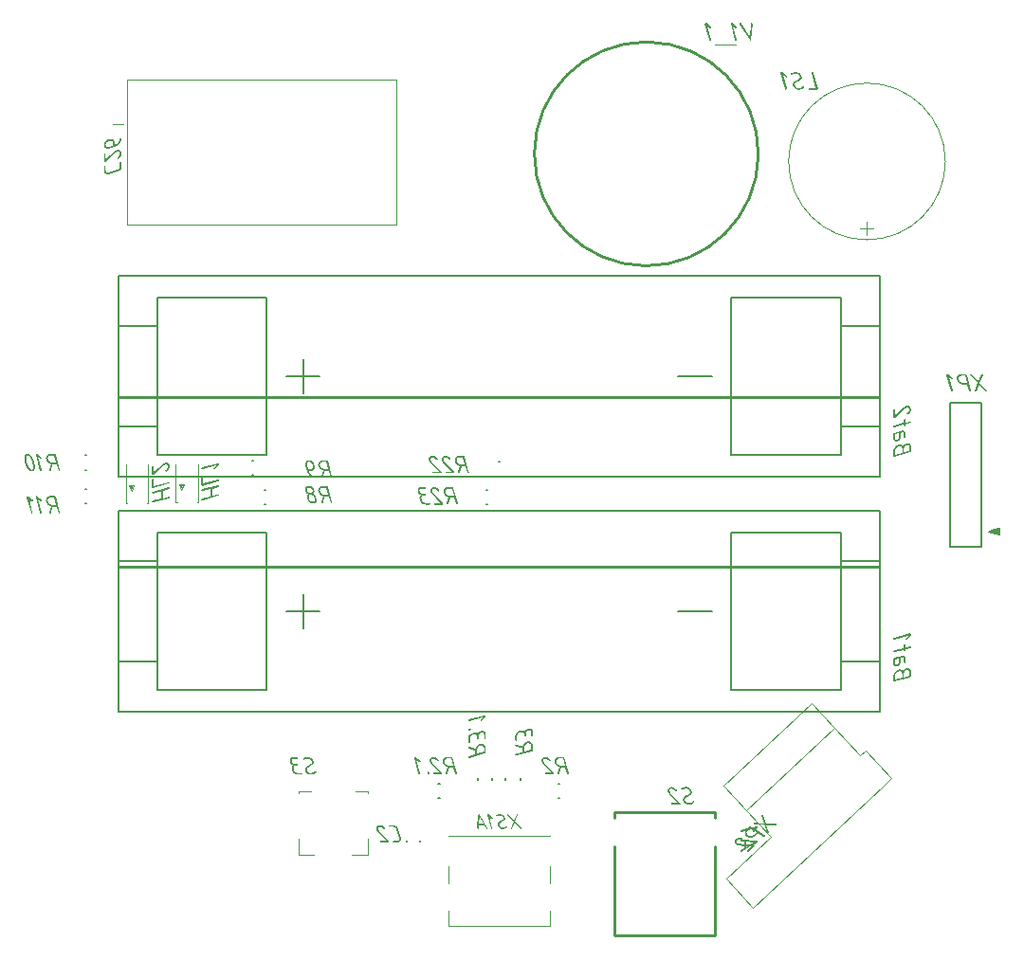
<source format=gbo>
G04*
G04 #@! TF.GenerationSoftware,Altium Limited,Altium Designer,21.6.4 (81)*
G04*
G04 Layer_Color=32896*
%FSLAX44Y44*%
%MOMM*%
G71*
G04*
G04 #@! TF.SameCoordinates,1D25D15E-8086-452C-9D9C-5104EB157640*
G04*
G04*
G04 #@! TF.FilePolarity,Positive*
G04*
G01*
G75*
%ADD11C,0.2000*%
%ADD12C,0.2540*%
%ADD14C,0.1000*%
G36*
X381750Y627750D02*
X382750Y630250D01*
X383750Y632750D01*
X379750D01*
X380750Y630250D01*
X381750Y627750D01*
D02*
G37*
G36*
X426250Y628250D02*
X427250Y630750D01*
X428250Y633250D01*
X424250D01*
X425250Y630750D01*
X426250Y628250D01*
D02*
G37*
G36*
X1146750Y591400D02*
X1152000Y589650D01*
X1156750Y588400D01*
Y594400D01*
X1152000Y593150D01*
X1146750Y591400D01*
D02*
G37*
G36*
X944980Y337833D02*
X945136Y337788D01*
X945290Y337704D01*
X945407Y337661D01*
X945482Y337580D01*
X945501Y337559D01*
X945577Y337478D01*
X945632Y337378D01*
X945650Y337318D01*
X945669Y337298D01*
X948143Y330533D01*
X957417Y330033D01*
X957651Y329985D01*
X957824Y329881D01*
X957939Y329798D01*
X957958Y329778D01*
X957977Y329758D01*
X958127Y329556D01*
X958199Y329357D01*
X958173Y329181D01*
X958147Y329005D01*
X958083Y328870D01*
X958001Y328755D01*
X957920Y328679D01*
X957718Y328529D01*
X957539Y328477D01*
X957381Y328443D01*
X957342Y328444D01*
X948735Y328922D01*
X950958Y322833D01*
X951011Y322655D01*
X950985Y322479D01*
X950961Y322342D01*
X950897Y322207D01*
X950835Y322111D01*
X950793Y322034D01*
X950732Y321977D01*
X950530Y321827D01*
X950331Y321755D01*
X950135Y321762D01*
X949959Y321788D01*
X949824Y321851D01*
X949709Y321934D01*
X949652Y321995D01*
X949633Y322015D01*
X949558Y322096D01*
X949502Y322197D01*
X949485Y322256D01*
X949466Y322276D01*
X947010Y329021D01*
X937697Y329523D01*
X937484Y329589D01*
X937329Y329673D01*
X937215Y329756D01*
X937177Y329797D01*
X937008Y330019D01*
X936936Y330218D01*
X936943Y330414D01*
X936988Y330569D01*
X937032Y330725D01*
X937115Y330840D01*
X937196Y330915D01*
X937396Y331026D01*
X937595Y331098D01*
X937733Y331113D01*
X937812Y331110D01*
X946418Y330633D01*
X944176Y336741D01*
X944124Y336920D01*
X944149Y337096D01*
X944155Y337253D01*
X944198Y337369D01*
X944281Y337484D01*
X944323Y337561D01*
X944384Y337618D01*
X944585Y337768D01*
X944784Y337840D01*
X944980Y337833D01*
D02*
G37*
G36*
X940491Y328042D02*
X940686Y327959D01*
X940825Y327820D01*
X940936Y327682D01*
X940991Y327543D01*
X941019Y327404D01*
Y327293D01*
X940991Y327126D01*
X940936Y326960D01*
X940880Y326849D01*
X940852Y326821D01*
X939253Y324744D01*
X947025Y319887D01*
X947159Y319784D01*
X947197Y319743D01*
X947216Y319723D01*
X947347Y319541D01*
X947400Y319363D01*
X947414Y319225D01*
X947413Y319186D01*
X947366Y318951D01*
X947262Y318778D01*
X947179Y318663D01*
X947138Y318626D01*
X946977Y318513D01*
X946817Y318440D01*
X946640Y318427D01*
X946504Y318451D01*
X946270Y318499D01*
X946211Y318520D01*
X946192Y318541D01*
X941175Y321682D01*
X938780Y319448D01*
X938354Y319089D01*
X937951Y318789D01*
X937549Y318528D01*
X937169Y318325D01*
X936829Y318160D01*
X936590Y318051D01*
X936430Y317978D01*
X936370Y317960D01*
X935855Y317821D01*
X935361Y317740D01*
X934868Y317699D01*
X934398Y317715D01*
X933927Y317731D01*
X933477Y317806D01*
X933088Y317898D01*
X932679Y318011D01*
X932330Y318141D01*
X932000Y318251D01*
X931730Y318378D01*
X931497Y318465D01*
X931285Y318570D01*
X931149Y318634D01*
X931053Y318696D01*
X931034Y318717D01*
X930823Y318861D01*
X930593Y319027D01*
X930537Y319087D01*
X930480Y319148D01*
X930442Y319189D01*
X930423Y319209D01*
X930197Y319492D01*
X930011Y319774D01*
X929844Y320074D01*
X929716Y320334D01*
X929627Y320592D01*
X929574Y320771D01*
X929520Y320910D01*
X929521Y320950D01*
X929437Y321365D01*
X929393Y321779D01*
X929407Y322172D01*
X929438Y322504D01*
X929490Y322856D01*
X929559Y323148D01*
X929667Y323439D01*
X929770Y323681D01*
X926249Y322740D01*
X926083Y322684D01*
X926027D01*
X926000D01*
X925778Y322712D01*
X925611Y322823D01*
X925500Y322906D01*
X925472Y322934D01*
X925333Y323129D01*
X925278Y323295D01*
X925250Y323434D01*
Y323489D01*
X925278Y323684D01*
X925333Y323850D01*
X925444Y323989D01*
X925555Y324072D01*
X925750Y324211D01*
X925805Y324239D01*
X925833D01*
X931697Y325826D01*
X933421Y327433D01*
X933643Y327602D01*
X933882Y327712D01*
X934099Y327724D01*
X934295Y327717D01*
X934490Y327671D01*
X934606Y327627D01*
X934723Y327584D01*
X934742Y327564D01*
X935762Y326926D01*
X939992Y328070D01*
X940075D01*
X940158D01*
X940214D01*
X940242D01*
X940491Y328042D01*
D02*
G37*
G36*
X925321Y317679D02*
X925773Y317682D01*
X926164Y317629D01*
X926458Y317600D01*
X926673Y317572D01*
X926732Y317590D01*
X926751Y317570D01*
X926946Y317523D01*
X927101Y317439D01*
X927197Y317377D01*
X927234Y317337D01*
X927365Y317155D01*
X927437Y316956D01*
X927452Y316818D01*
X927469Y316759D01*
X927422Y316525D01*
X927338Y316371D01*
X927255Y316256D01*
X927215Y316218D01*
X927094Y316143D01*
X926994Y316088D01*
X926797Y316056D01*
X926753Y316046D01*
X940269Y314994D01*
X940519Y314939D01*
X940714Y314855D01*
X940825Y314717D01*
X940936Y314578D01*
X940991Y314439D01*
X941019Y314328D01*
Y314217D01*
X940991Y314050D01*
X940963Y313939D01*
X940825Y313717D01*
X940686Y313606D01*
X940658Y313551D01*
X940630D01*
X936668Y311116D01*
X937132Y311078D01*
X937327Y311033D01*
X937481Y310949D01*
X937596Y310866D01*
X937615Y310846D01*
X937634Y310825D01*
X937784Y310624D01*
X937856Y310425D01*
X937849Y310229D01*
X937804Y310073D01*
X937740Y309938D01*
X937677Y309802D01*
X932824Y305277D01*
X932602Y305108D01*
X932403Y305037D01*
X932207Y305043D01*
X932051Y305088D01*
X931896Y305133D01*
X931781Y305215D01*
X931724Y305276D01*
X931705Y305297D01*
X931536Y305519D01*
X931464Y305718D01*
X931471Y305914D01*
X931516Y306069D01*
X931581Y306244D01*
X931643Y306340D01*
X935196Y309653D01*
X934394Y309718D01*
X926444Y304833D01*
X926305Y304778D01*
X926166Y304750D01*
X926055Y304722D01*
X926027D01*
X925805Y304750D01*
X925639Y304833D01*
X925500Y304916D01*
X925472Y304944D01*
X925333Y305139D01*
X925278Y305333D01*
X925250Y305472D01*
Y305527D01*
X925278Y305666D01*
X925305Y305805D01*
X925444Y306027D01*
X925555Y306138D01*
X925583Y306194D01*
X925611D01*
X929192Y308359D01*
Y310139D01*
X924521Y310517D01*
X924130Y310570D01*
X923779Y310622D01*
X923447Y310692D01*
X923136Y310782D01*
X922574Y311017D01*
X922131Y311249D01*
X921786Y311497D01*
X921652Y311600D01*
X921537Y311682D01*
X921441Y311744D01*
X921384Y311805D01*
X921346Y311846D01*
X921327Y311866D01*
X921139Y312108D01*
X920951Y312351D01*
X920823Y312611D01*
X920732Y312830D01*
X920661Y313029D01*
X920607Y313168D01*
X920572Y313287D01*
X920573Y313326D01*
X920505Y313643D01*
X920497Y313977D01*
X920507Y314252D01*
X920556Y314525D01*
X920691Y315031D01*
X920884Y315476D01*
X921092Y315823D01*
X921278Y316071D01*
X921360Y316186D01*
X921482Y316300D01*
X921907Y316658D01*
X922329Y316938D01*
X922750Y317179D01*
X923129Y317342D01*
X923467Y317468D01*
X923726Y317557D01*
X923884Y317591D01*
X923944Y317609D01*
X924378Y317672D01*
X924850Y317695D01*
X925321Y317679D01*
D02*
G37*
G36*
X539706Y389621D02*
X540150Y389593D01*
X540538Y389510D01*
X540927Y389398D01*
X541594Y389149D01*
X541899Y388982D01*
X542149Y388843D01*
X542399Y388704D01*
X542621Y388538D01*
X542787Y388399D01*
X542926Y388288D01*
X543037Y388177D01*
X543148Y388121D01*
X543176Y388066D01*
X543204Y388038D01*
X543426Y387761D01*
X543620Y387483D01*
X543953Y386955D01*
X544175Y386428D01*
X544314Y385956D01*
X544425Y385540D01*
X544453Y385373D01*
Y385206D01*
X544481Y385095D01*
Y385012D01*
Y384957D01*
Y384929D01*
X544453Y384651D01*
X544425Y384374D01*
X544370Y384124D01*
X544286Y383902D01*
X544231Y383707D01*
X544175Y383568D01*
X544148Y383457D01*
X544120Y383430D01*
X543953Y383180D01*
X543787Y382930D01*
X543620Y382763D01*
X543454Y382597D01*
X543315Y382486D01*
X543204Y382375D01*
X543120Y382347D01*
X543093Y382319D01*
X539123Y380043D01*
X538817Y379848D01*
X538595Y379599D01*
X538456Y379376D01*
X538345Y379154D01*
X538290Y378932D01*
X538234Y378766D01*
Y378655D01*
Y378627D01*
X538262Y378266D01*
X538318Y377933D01*
X538401Y377627D01*
X538484Y377378D01*
X538595Y377155D01*
X538679Y377017D01*
X538734Y376906D01*
X538762Y376878D01*
X538956Y376628D01*
X539178Y376406D01*
X539400Y376212D01*
X539622Y376045D01*
X540067Y375795D01*
X540511Y375629D01*
X540872Y375517D01*
X541177Y375462D01*
X541288Y375434D01*
X541455D01*
X541871Y375462D01*
X542260Y375490D01*
X543037Y375656D01*
X543759Y375878D01*
X544398Y376156D01*
X544675Y376267D01*
X544925Y376406D01*
X545147Y376517D01*
X545314Y376628D01*
X545480Y376711D01*
X545591Y376795D01*
X545647Y376822D01*
X545675Y376850D01*
X545841Y376933D01*
X545980Y376961D01*
X546091Y376989D01*
X546119D01*
X546341Y376961D01*
X546535Y376878D01*
X546646Y376795D01*
X546702Y376767D01*
X546841Y376600D01*
X546896Y376406D01*
X546924Y376267D01*
Y376239D01*
Y376212D01*
X546896Y376073D01*
X546868Y375962D01*
X546757Y375767D01*
X546674Y375656D01*
X546618Y375601D01*
X546008Y375184D01*
X545730Y374990D01*
X545508Y374851D01*
X545314Y374740D01*
X545175Y374657D01*
X545064Y374601D01*
X545036Y374574D01*
X544481Y374324D01*
X543953Y374157D01*
X543398Y374018D01*
X542926Y373935D01*
X542510Y373879D01*
X542315D01*
X542177Y373852D01*
X541871D01*
X541371Y373879D01*
X540900Y373935D01*
X540455Y374018D01*
X540039Y374129D01*
X539650Y374268D01*
X539317Y374435D01*
X539012Y374601D01*
X538734Y374768D01*
X538484Y374934D01*
X538290Y375101D01*
X538096Y375268D01*
X537957Y375406D01*
X537846Y375517D01*
X537762Y375601D01*
X537735Y375656D01*
X537707Y375684D01*
X537346Y376239D01*
X537068Y376767D01*
X536874Y377266D01*
X536763Y377711D01*
X536680Y378099D01*
X536652Y378405D01*
X536624Y378516D01*
Y378599D01*
Y378627D01*
Y378655D01*
X536652Y378960D01*
X536680Y379265D01*
X536846Y379793D01*
X537068Y380237D01*
X537318Y380598D01*
X537596Y380876D01*
X537818Y381070D01*
X537984Y381181D01*
X538012Y381209D01*
X538040D01*
X542038Y383485D01*
X542315Y383680D01*
X542510Y383929D01*
X542676Y384151D01*
X542760Y384401D01*
X542815Y384596D01*
X542843Y384762D01*
X542871Y384901D01*
Y384929D01*
X542843Y385262D01*
X542787Y385567D01*
X542732Y385817D01*
X542621Y386067D01*
X542537Y386261D01*
X542482Y386400D01*
X542426Y386511D01*
X542399Y386539D01*
X542204Y386817D01*
X541982Y387039D01*
X541760Y387261D01*
X541538Y387427D01*
X541094Y387705D01*
X540650Y387872D01*
X540261Y387983D01*
X539955Y388038D01*
X539845Y388066D01*
X539678D01*
X538873Y388038D01*
X538151Y387955D01*
X537513Y387844D01*
X536985Y387705D01*
X536735Y387649D01*
X536541Y387566D01*
X536374Y387511D01*
X536235Y387455D01*
X536097Y387400D01*
X536013Y387372D01*
X535985Y387344D01*
X535958D01*
X535819Y387289D01*
X535708Y387261D01*
X535597D01*
X535375Y387289D01*
X535208Y387372D01*
X535097Y387455D01*
X535069Y387483D01*
X534931Y387677D01*
X534847Y387872D01*
X534819Y388010D01*
Y388038D01*
Y388066D01*
X534847Y388232D01*
X534875Y388371D01*
X535014Y388593D01*
X535180Y388732D01*
X535208Y388760D01*
X535236D01*
X535625Y388927D01*
X536013Y389065D01*
X536152Y389121D01*
X536263Y389176D01*
X536347Y389204D01*
X536374D01*
X536902Y389343D01*
X537401Y389454D01*
X537873Y389537D01*
X538318Y389593D01*
X538706Y389621D01*
X539012Y389648D01*
X539262D01*
X539706Y389621D01*
D02*
G37*
G36*
X529933D02*
X530128Y389537D01*
X530266Y389398D01*
X530350Y389260D01*
X530405Y389093D01*
X530461Y388982D01*
Y388871D01*
Y388843D01*
X530433Y388593D01*
X530350Y388399D01*
X530211Y388260D01*
X530072Y388177D01*
X529933Y388121D01*
X529795Y388066D01*
X526602D01*
X526269Y388038D01*
X525963Y387983D01*
X525714Y387899D01*
X525491Y387816D01*
X525297Y387677D01*
X525158Y387538D01*
X525019Y387372D01*
X524936Y387233D01*
X524797Y386900D01*
X524714Y386650D01*
X524686Y386539D01*
Y386456D01*
Y386400D01*
Y386372D01*
X524714Y386150D01*
X524742Y385928D01*
X524770Y385762D01*
X524797Y385706D01*
Y385678D01*
X524853Y385456D01*
X524964Y385234D01*
X525047Y385012D01*
X525158Y384846D01*
X525269Y384707D01*
X525353Y384596D01*
X525408Y384512D01*
X525436Y384485D01*
X525825Y384096D01*
X526241Y383818D01*
X526657Y383596D01*
X527046Y383457D01*
X527379Y383374D01*
X527629Y383346D01*
X527740Y383319D01*
X529739D01*
X529989Y383291D01*
X530183Y383208D01*
X530322Y383069D01*
X530405Y382930D01*
X530461Y382763D01*
X530516Y382652D01*
Y382541D01*
Y382514D01*
X530489Y382264D01*
X530405Y382069D01*
X530266Y381931D01*
X530128Y381847D01*
X529989Y381792D01*
X529850Y381736D01*
X528295D01*
X527962Y381708D01*
X527657Y381681D01*
X527407Y381597D01*
X527157Y381514D01*
X526991Y381403D01*
X526824Y381264D01*
X526685Y381125D01*
X526602Y381014D01*
X526463Y380737D01*
X526380Y380487D01*
X526352Y380320D01*
Y380293D01*
Y380265D01*
X526380Y379959D01*
X526408Y379654D01*
X526435Y379543D01*
X526463Y379432D01*
X526491Y379376D01*
Y379349D01*
X526907Y377794D01*
X527018Y377433D01*
X527185Y377100D01*
X527379Y376822D01*
X527574Y376572D01*
X527768Y376378D01*
X527934Y376239D01*
X528046Y376128D01*
X528073Y376100D01*
X528406Y375878D01*
X528767Y375712D01*
X529100Y375601D01*
X529378Y375517D01*
X529656Y375462D01*
X529850Y375434D01*
X533459D01*
X533737Y375406D01*
X533931Y375323D01*
X534070Y375184D01*
X534153Y375046D01*
X534209Y374879D01*
X534264Y374768D01*
Y374657D01*
Y374629D01*
X534236Y374379D01*
X534126Y374185D01*
X534014Y374046D01*
X533848Y373963D01*
X533709Y373907D01*
X533570Y373852D01*
X530433D01*
X529933Y373879D01*
X529489Y373907D01*
X529073Y373991D01*
X528740Y374074D01*
X528434Y374129D01*
X528240Y374213D01*
X528101Y374240D01*
X528046Y374268D01*
X527657Y374462D01*
X527324Y374684D01*
X527018Y374934D01*
X526741Y375184D01*
X526491Y375490D01*
X526241Y375767D01*
X525880Y376378D01*
X525602Y376906D01*
X525491Y377155D01*
X525408Y377378D01*
X525353Y377544D01*
X525297Y377683D01*
X525269Y377766D01*
Y377794D01*
X524853Y379349D01*
X524797Y379682D01*
X524742Y379987D01*
Y380098D01*
Y380182D01*
Y380237D01*
Y380265D01*
Y380570D01*
X524770Y380820D01*
X524881Y381292D01*
X525047Y381653D01*
X525214Y381931D01*
X525408Y382125D01*
X525547Y382264D01*
X525658Y382319D01*
X525714Y382347D01*
X525380Y382514D01*
X525047Y382708D01*
X524770Y382930D01*
X524520Y383180D01*
X524076Y383735D01*
X523715Y384290D01*
X523465Y384818D01*
X523382Y385068D01*
X523298Y385262D01*
X523243Y385429D01*
X523187Y385567D01*
X523159Y385651D01*
Y385678D01*
X523104Y385956D01*
X523076Y386178D01*
Y386372D01*
Y386400D01*
Y386428D01*
X523104Y386733D01*
X523132Y387011D01*
X523187Y387261D01*
X523270Y387511D01*
X523354Y387705D01*
X523409Y387844D01*
X523437Y387955D01*
X523465Y387983D01*
X523631Y388288D01*
X523826Y388538D01*
X524048Y388760D01*
X524242Y388954D01*
X524464Y389121D01*
X524714Y389232D01*
X525158Y389454D01*
X525547Y389565D01*
X525880Y389621D01*
X526019Y389648D01*
X529683D01*
X529933Y389621D01*
D02*
G37*
G36*
X962342Y1001593D02*
X962509Y1001537D01*
X962620Y1001482D01*
X962647Y1001454D01*
X966756Y998289D01*
X966923Y998123D01*
X967006Y997956D01*
X967062Y997817D01*
Y997789D01*
Y997762D01*
Y997540D01*
X967006Y997345D01*
X966951Y997234D01*
X966923Y997179D01*
X966756Y997040D01*
X966590Y996929D01*
X966451Y996873D01*
X966395D01*
X966145Y996901D01*
X965951Y996957D01*
X965840Y997012D01*
X965785Y997040D01*
X963536Y998789D01*
X966729Y986851D01*
X966784Y986685D01*
Y986629D01*
Y986601D01*
X966756Y986379D01*
X966645Y986213D01*
X966562Y986102D01*
X966534Y986074D01*
X966340Y985935D01*
X966173Y985880D01*
X966034Y985852D01*
X965979D01*
X965785Y985880D01*
X965618Y985935D01*
X965479Y986046D01*
X965396Y986157D01*
X965257Y986351D01*
X965229Y986407D01*
Y986435D01*
X961398Y1000593D01*
Y1000677D01*
Y1000760D01*
Y1000816D01*
Y1000843D01*
X961426Y1001093D01*
X961509Y1001288D01*
X961648Y1001426D01*
X961787Y1001537D01*
X961926Y1001593D01*
X962065Y1001621D01*
X962176D01*
X962342Y1001593D01*
D02*
G37*
G36*
X990160D02*
X990326Y1001537D01*
X990465Y1001426D01*
X990548Y1001315D01*
X990632Y1001204D01*
X990687Y1001093D01*
X990715Y1001038D01*
Y1001010D01*
X994574Y986629D01*
X994602Y986407D01*
X994574Y986240D01*
X994546Y986102D01*
X994519Y986074D01*
X994352Y985935D01*
X994158Y985880D01*
X994019Y985852D01*
X987217D01*
X986967Y985880D01*
X986773Y985963D01*
X986634Y986102D01*
X986523Y986240D01*
X986468Y986379D01*
X986440Y986518D01*
Y986601D01*
Y986629D01*
X986468Y986907D01*
X986551Y987101D01*
X986690Y987240D01*
X986828Y987323D01*
X986967Y987406D01*
X987106Y987434D01*
X992714D01*
X989188Y1000593D01*
X989160Y1000677D01*
Y1000760D01*
Y1000816D01*
Y1000843D01*
X989188Y1001093D01*
X989271Y1001288D01*
X989410Y1001426D01*
X989549Y1001537D01*
X989716Y1001593D01*
X989827Y1001621D01*
X989966D01*
X990160Y1001593D01*
D02*
G37*
G36*
X975474Y1001621D02*
X975918Y1001593D01*
X976307Y1001510D01*
X976695Y1001398D01*
X977362Y1001149D01*
X977667Y1000982D01*
X977917Y1000843D01*
X978167Y1000704D01*
X978389Y1000538D01*
X978555Y1000399D01*
X978694Y1000288D01*
X978805Y1000177D01*
X978916Y1000122D01*
X978944Y1000066D01*
X978972Y1000038D01*
X979194Y999761D01*
X979388Y999483D01*
X979721Y998956D01*
X979943Y998428D01*
X980082Y997956D01*
X980193Y997540D01*
X980221Y997373D01*
Y997206D01*
X980249Y997095D01*
Y997012D01*
Y996957D01*
Y996929D01*
X980221Y996651D01*
X980193Y996374D01*
X980138Y996124D01*
X980054Y995902D01*
X979999Y995707D01*
X979943Y995568D01*
X979916Y995457D01*
X979888Y995430D01*
X979721Y995180D01*
X979555Y994930D01*
X979388Y994763D01*
X979221Y994597D01*
X979083Y994486D01*
X978972Y994375D01*
X978888Y994347D01*
X978861Y994319D01*
X974891Y992043D01*
X974585Y991848D01*
X974363Y991599D01*
X974224Y991376D01*
X974113Y991154D01*
X974058Y990932D01*
X974002Y990766D01*
Y990655D01*
Y990627D01*
X974030Y990266D01*
X974085Y989933D01*
X974169Y989627D01*
X974252Y989378D01*
X974363Y989155D01*
X974446Y989017D01*
X974502Y988905D01*
X974530Y988878D01*
X974724Y988628D01*
X974946Y988406D01*
X975168Y988212D01*
X975390Y988045D01*
X975835Y987795D01*
X976279Y987628D01*
X976640Y987517D01*
X976945Y987462D01*
X977056Y987434D01*
X977223D01*
X977639Y987462D01*
X978028Y987490D01*
X978805Y987656D01*
X979527Y987878D01*
X980165Y988156D01*
X980443Y988267D01*
X980693Y988406D01*
X980915Y988517D01*
X981082Y988628D01*
X981248Y988711D01*
X981359Y988794D01*
X981415Y988822D01*
X981442Y988850D01*
X981609Y988933D01*
X981748Y988961D01*
X981859Y988989D01*
X981887D01*
X982109Y988961D01*
X982303Y988878D01*
X982414Y988794D01*
X982470Y988767D01*
X982608Y988600D01*
X982664Y988406D01*
X982692Y988267D01*
Y988239D01*
Y988212D01*
X982664Y988073D01*
X982636Y987962D01*
X982525Y987767D01*
X982442Y987656D01*
X982386Y987601D01*
X981776Y987184D01*
X981498Y986990D01*
X981276Y986851D01*
X981082Y986740D01*
X980943Y986657D01*
X980832Y986601D01*
X980804Y986573D01*
X980249Y986324D01*
X979721Y986157D01*
X979166Y986018D01*
X978694Y985935D01*
X978278Y985880D01*
X978083D01*
X977944Y985852D01*
X977639D01*
X977139Y985880D01*
X976667Y985935D01*
X976223Y986018D01*
X975807Y986129D01*
X975418Y986268D01*
X975085Y986435D01*
X974780Y986601D01*
X974502Y986768D01*
X974252Y986934D01*
X974058Y987101D01*
X973863Y987268D01*
X973725Y987406D01*
X973614Y987517D01*
X973530Y987601D01*
X973503Y987656D01*
X973475Y987684D01*
X973114Y988239D01*
X972836Y988767D01*
X972642Y989266D01*
X972531Y989711D01*
X972448Y990099D01*
X972420Y990405D01*
X972392Y990516D01*
Y990599D01*
Y990627D01*
Y990655D01*
X972420Y990960D01*
X972448Y991265D01*
X972614Y991793D01*
X972836Y992237D01*
X973086Y992598D01*
X973364Y992876D01*
X973586Y993070D01*
X973752Y993181D01*
X973780Y993209D01*
X973808D01*
X977806Y995485D01*
X978083Y995679D01*
X978278Y995929D01*
X978444Y996152D01*
X978528Y996401D01*
X978583Y996596D01*
X978611Y996762D01*
X978639Y996901D01*
Y996929D01*
X978611Y997262D01*
X978555Y997567D01*
X978500Y997817D01*
X978389Y998067D01*
X978305Y998261D01*
X978250Y998400D01*
X978194Y998511D01*
X978167Y998539D01*
X977972Y998817D01*
X977750Y999039D01*
X977528Y999261D01*
X977306Y999427D01*
X976862Y999705D01*
X976418Y999872D01*
X976029Y999983D01*
X975723Y1000038D01*
X975612Y1000066D01*
X975446D01*
X974641Y1000038D01*
X973919Y999955D01*
X973280Y999844D01*
X972753Y999705D01*
X972503Y999650D01*
X972309Y999566D01*
X972142Y999511D01*
X972003Y999455D01*
X971865Y999400D01*
X971781Y999372D01*
X971753Y999344D01*
X971726D01*
X971587Y999289D01*
X971476Y999261D01*
X971365D01*
X971143Y999289D01*
X970976Y999372D01*
X970865Y999455D01*
X970837Y999483D01*
X970698Y999677D01*
X970615Y999872D01*
X970587Y1000010D01*
Y1000038D01*
Y1000066D01*
X970615Y1000232D01*
X970643Y1000371D01*
X970782Y1000593D01*
X970948Y1000732D01*
X970976Y1000760D01*
X971004D01*
X971393Y1000927D01*
X971781Y1001065D01*
X971920Y1001121D01*
X972031Y1001176D01*
X972114Y1001204D01*
X972142D01*
X972670Y1001343D01*
X973169Y1001454D01*
X973641Y1001537D01*
X974085Y1001593D01*
X974474Y1001621D01*
X974780Y1001648D01*
X975029D01*
X975474Y1001621D01*
D02*
G37*
G36*
X917624Y1045480D02*
X917790Y1045425D01*
X917901Y1045369D01*
X917929Y1045342D01*
X922038Y1042177D01*
X922204Y1042010D01*
X922288Y1041844D01*
X922343Y1041705D01*
Y1041677D01*
Y1041649D01*
Y1041427D01*
X922288Y1041233D01*
X922232Y1041122D01*
X922204Y1041066D01*
X922038Y1040927D01*
X921871Y1040816D01*
X921732Y1040761D01*
X921677D01*
X921427Y1040789D01*
X921233Y1040844D01*
X921122Y1040900D01*
X921066Y1040927D01*
X918817Y1042676D01*
X922010Y1030739D01*
X922066Y1030572D01*
Y1030517D01*
Y1030489D01*
X922038Y1030267D01*
X921927Y1030100D01*
X921843Y1029989D01*
X921816Y1029961D01*
X921621Y1029823D01*
X921455Y1029767D01*
X921316Y1029739D01*
X921260D01*
X921066Y1029767D01*
X920900Y1029823D01*
X920761Y1029934D01*
X920677Y1030045D01*
X920538Y1030239D01*
X920511Y1030294D01*
Y1030322D01*
X916680Y1044481D01*
Y1044564D01*
Y1044648D01*
Y1044703D01*
Y1044731D01*
X916707Y1044981D01*
X916791Y1045175D01*
X916929Y1045314D01*
X917068Y1045425D01*
X917207Y1045480D01*
X917346Y1045508D01*
X917457D01*
X917624Y1045480D01*
D02*
G37*
G36*
X894747D02*
X894914Y1045425D01*
X895025Y1045369D01*
X895053Y1045342D01*
X899162Y1042177D01*
X899328Y1042010D01*
X899411Y1041844D01*
X899467Y1041705D01*
Y1041677D01*
Y1041649D01*
Y1041427D01*
X899411Y1041233D01*
X899356Y1041122D01*
X899328Y1041066D01*
X899162Y1040927D01*
X898995Y1040816D01*
X898856Y1040761D01*
X898801D01*
X898551Y1040789D01*
X898356Y1040844D01*
X898245Y1040900D01*
X898190Y1040927D01*
X895941Y1042676D01*
X899134Y1030739D01*
X899189Y1030572D01*
Y1030517D01*
Y1030489D01*
X899162Y1030267D01*
X899051Y1030100D01*
X898967Y1029989D01*
X898940Y1029961D01*
X898745Y1029823D01*
X898579Y1029767D01*
X898440Y1029739D01*
X898384D01*
X898190Y1029767D01*
X898023Y1029823D01*
X897885Y1029934D01*
X897801Y1030045D01*
X897663Y1030239D01*
X897635Y1030294D01*
Y1030322D01*
X893803Y1044481D01*
Y1044564D01*
Y1044648D01*
Y1044703D01*
Y1044731D01*
X893831Y1044981D01*
X893915Y1045175D01*
X894053Y1045314D01*
X894192Y1045425D01*
X894331Y1045480D01*
X894470Y1045508D01*
X894581D01*
X894747Y1045480D01*
D02*
G37*
G36*
X935613D02*
X935808Y1045397D01*
X935919Y1045314D01*
X935974Y1045286D01*
X936113Y1045119D01*
X936169Y1044925D01*
X936196Y1044786D01*
Y1044759D01*
Y1044731D01*
X935114Y1030461D01*
X935058Y1030211D01*
X934975Y1030045D01*
X934836Y1029906D01*
X934697Y1029823D01*
X934558Y1029767D01*
X934420Y1029739D01*
X934309D01*
X934170Y1029767D01*
X934031Y1029795D01*
X933809Y1029934D01*
X933698Y1030045D01*
X933642Y1030072D01*
Y1030100D01*
X924953Y1044287D01*
X924897Y1044426D01*
X924842Y1044564D01*
Y1044675D01*
Y1044703D01*
X924869Y1044981D01*
X924953Y1045175D01*
X925091Y1045314D01*
X925230Y1045397D01*
X925369Y1045480D01*
X925508Y1045508D01*
X925619D01*
X925786Y1045480D01*
X925897Y1045453D01*
X926119Y1045314D01*
X926230Y1045175D01*
X926285Y1045147D01*
Y1045119D01*
X933726Y1032987D01*
X934642Y1044759D01*
X934697Y1045008D01*
X934781Y1045203D01*
X934892Y1045314D01*
X935030Y1045425D01*
X935169Y1045480D01*
X935280Y1045508D01*
X935391D01*
X935613Y1045480D01*
D02*
G37*
G36*
X921954Y1026547D02*
X922149Y1026463D01*
X922288Y1026324D01*
X922371Y1026186D01*
X922426Y1026047D01*
X922482Y1025908D01*
Y1025825D01*
Y1025797D01*
X922454Y1025519D01*
X922371Y1025325D01*
X922232Y1025186D01*
X922093Y1025103D01*
X921954Y1025048D01*
X921816Y1024992D01*
X903742D01*
X903493Y1025020D01*
X903298Y1025131D01*
X903159Y1025242D01*
X903048Y1025408D01*
X902993Y1025547D01*
X902965Y1025686D01*
Y1025769D01*
Y1025797D01*
X902993Y1026047D01*
X903076Y1026241D01*
X903215Y1026380D01*
X903354Y1026491D01*
X903493Y1026547D01*
X903631Y1026574D01*
X921705D01*
X921954Y1026547D01*
D02*
G37*
G36*
X697593Y427003D02*
X697787Y426920D01*
X697926Y426781D01*
X698037Y426642D01*
X698093Y426503D01*
X698121Y426365D01*
Y426254D01*
X698093Y426087D01*
X698037Y425920D01*
X697982Y425810D01*
X697954Y425782D01*
X694789Y421673D01*
X694622Y421506D01*
X694456Y421423D01*
X694317Y421367D01*
X694289D01*
X694262D01*
X694040D01*
X693845Y421423D01*
X693734Y421479D01*
X693679Y421506D01*
X693540Y421673D01*
X693429Y421839D01*
X693373Y421978D01*
Y422034D01*
X693401Y422284D01*
X693456Y422478D01*
X693512Y422589D01*
X693540Y422645D01*
X695289Y424893D01*
X683351Y421701D01*
X683185Y421645D01*
X683129D01*
X683101D01*
X682879Y421673D01*
X682713Y421784D01*
X682601Y421867D01*
X682574Y421895D01*
X682435Y422089D01*
X682379Y422256D01*
X682352Y422395D01*
Y422450D01*
X682379Y422645D01*
X682435Y422811D01*
X682546Y422950D01*
X682657Y423033D01*
X682851Y423172D01*
X682907Y423200D01*
X682935D01*
X697093Y427031D01*
X697177D01*
X697260D01*
X697316D01*
X697343D01*
X697593Y427003D01*
D02*
G37*
G36*
X684184Y415232D02*
X684378Y415149D01*
X684517Y415010D01*
X684628Y414871D01*
X684684Y414732D01*
X684711Y414594D01*
Y414482D01*
X684684Y414288D01*
X684628Y414122D01*
X684517Y413983D01*
X684406Y413872D01*
X684295Y413816D01*
X684184Y413761D01*
X684128Y413733D01*
X684101D01*
X683351Y413511D01*
X683268Y413483D01*
X683185D01*
X683129D01*
X683101D01*
X682851Y413511D01*
X682657Y413622D01*
X682546Y413733D01*
X682435Y413899D01*
X682379Y414038D01*
X682352Y414177D01*
Y414288D01*
X682379Y414482D01*
X682435Y414649D01*
X682546Y414788D01*
X682657Y414871D01*
X682851Y415010D01*
X682907Y415038D01*
X682935D01*
X683684Y415232D01*
X683767Y415260D01*
X683851D01*
X683906D01*
X683934D01*
X684184Y415232D01*
D02*
G37*
G36*
X695233Y413205D02*
X695511Y413178D01*
X695761Y413122D01*
X696011Y413039D01*
X696205Y412956D01*
X696344Y412900D01*
X696455Y412872D01*
X696483Y412845D01*
X696788Y412678D01*
X697038Y412484D01*
X697260Y412262D01*
X697454Y412067D01*
X697621Y411845D01*
X697732Y411595D01*
X697954Y411151D01*
X698065Y410762D01*
X698121Y410429D01*
X698148Y410290D01*
Y406626D01*
X698121Y406376D01*
X698037Y406182D01*
X697898Y406043D01*
X697760Y405960D01*
X697593Y405904D01*
X697482Y405848D01*
X697371D01*
X697343D01*
X697093Y405876D01*
X696899Y405960D01*
X696760Y406098D01*
X696677Y406237D01*
X696621Y406376D01*
X696566Y406515D01*
Y409707D01*
X696538Y410041D01*
X696483Y410346D01*
X696399Y410596D01*
X696316Y410818D01*
X696177Y411012D01*
X696038Y411151D01*
X695872Y411290D01*
X695733Y411373D01*
X695400Y411512D01*
X695150Y411595D01*
X695039Y411623D01*
X694956D01*
X694900D01*
X694872D01*
X694650Y411595D01*
X694428Y411567D01*
X694262Y411540D01*
X694206Y411512D01*
X694178D01*
X693956Y411456D01*
X693734Y411345D01*
X693512Y411262D01*
X693345Y411151D01*
X693207Y411040D01*
X693096Y410957D01*
X693012Y410901D01*
X692985Y410873D01*
X692596Y410485D01*
X692318Y410068D01*
X692096Y409652D01*
X691957Y409263D01*
X691874Y408930D01*
X691846Y408680D01*
X691819Y408569D01*
Y406570D01*
X691791Y406320D01*
X691708Y406126D01*
X691569Y405987D01*
X691430Y405904D01*
X691263Y405848D01*
X691152Y405793D01*
X691041D01*
X691013D01*
X690764Y405821D01*
X690569Y405904D01*
X690430Y406043D01*
X690347Y406182D01*
X690292Y406320D01*
X690236Y406459D01*
Y408014D01*
X690208Y408347D01*
X690181Y408652D01*
X690097Y408902D01*
X690014Y409152D01*
X689903Y409319D01*
X689764Y409485D01*
X689625Y409624D01*
X689514Y409707D01*
X689237Y409846D01*
X688987Y409930D01*
X688820Y409957D01*
X688792D01*
X688765D01*
X688459Y409930D01*
X688154Y409902D01*
X688043Y409874D01*
X687932Y409846D01*
X687876Y409818D01*
X687849D01*
X686294Y409402D01*
X685933Y409291D01*
X685600Y409124D01*
X685322Y408930D01*
X685072Y408736D01*
X684878Y408541D01*
X684739Y408375D01*
X684628Y408264D01*
X684600Y408236D01*
X684378Y407903D01*
X684212Y407542D01*
X684101Y407209D01*
X684017Y406931D01*
X683962Y406654D01*
X683934Y406459D01*
Y402850D01*
X683906Y402573D01*
X683823Y402378D01*
X683684Y402239D01*
X683545Y402156D01*
X683379Y402100D01*
X683268Y402045D01*
X683157D01*
X683129D01*
X682879Y402073D01*
X682685Y402184D01*
X682546Y402295D01*
X682463Y402462D01*
X682407Y402600D01*
X682352Y402739D01*
Y405876D01*
X682379Y406376D01*
X682407Y406820D01*
X682490Y407237D01*
X682574Y407570D01*
X682629Y407875D01*
X682713Y408069D01*
X682740Y408208D01*
X682768Y408264D01*
X682962Y408652D01*
X683185Y408986D01*
X683434Y409291D01*
X683684Y409569D01*
X683990Y409818D01*
X684267Y410068D01*
X684878Y410429D01*
X685406Y410707D01*
X685655Y410818D01*
X685877Y410901D01*
X686044Y410957D01*
X686183Y411012D01*
X686266Y411040D01*
X686294D01*
X687849Y411456D01*
X688182Y411512D01*
X688487Y411567D01*
X688598D01*
X688681D01*
X688737D01*
X688765D01*
X689070D01*
X689320Y411540D01*
X689792Y411429D01*
X690153Y411262D01*
X690430Y411096D01*
X690625Y410901D01*
X690764Y410762D01*
X690819Y410651D01*
X690847Y410596D01*
X691013Y410929D01*
X691208Y411262D01*
X691430Y411540D01*
X691680Y411790D01*
X692235Y412234D01*
X692790Y412595D01*
X693318Y412845D01*
X693568Y412928D01*
X693762Y413011D01*
X693929Y413067D01*
X694067Y413122D01*
X694151Y413150D01*
X694178D01*
X694456Y413205D01*
X694678Y413233D01*
X694872D01*
X694900D01*
X694928D01*
X695233Y413205D01*
D02*
G37*
G36*
X694539Y401573D02*
X694872Y401517D01*
X695206Y401434D01*
X695483Y401351D01*
X695733Y401240D01*
X695900Y401157D01*
X696038Y401101D01*
X696066Y401073D01*
X696427Y400851D01*
X696760Y400601D01*
X697038Y400324D01*
X697260Y400074D01*
X697482Y399796D01*
X697649Y399546D01*
X697787Y399269D01*
X697898Y399019D01*
X698037Y398575D01*
X698093Y398380D01*
X698121Y398214D01*
X698148Y398075D01*
Y393800D01*
X698121Y393522D01*
X698037Y393272D01*
X697898Y393106D01*
X697760Y392967D01*
X697593Y392856D01*
X697482Y392800D01*
X697371Y392745D01*
X697343D01*
X683351Y388997D01*
X683185Y388969D01*
X683129D01*
X683101D01*
X682879Y388997D01*
X682713Y389080D01*
X682601Y389163D01*
X682574Y389191D01*
X682435Y389385D01*
X682379Y389580D01*
X682352Y389719D01*
Y389774D01*
X682379Y389968D01*
X682435Y390135D01*
X682546Y390274D01*
X682657Y390357D01*
X682851Y390496D01*
X682907Y390524D01*
X682935D01*
X688654Y392051D01*
Y395715D01*
X682935Y397159D01*
X682740Y397242D01*
X682601Y397325D01*
X682490Y397464D01*
X682435Y397575D01*
X682379Y397714D01*
X682352Y397825D01*
Y397908D01*
X682379Y398186D01*
X682463Y398380D01*
X682601Y398519D01*
X682740Y398602D01*
X682879Y398686D01*
X683018Y398714D01*
X683101D01*
X683129D01*
X683268D01*
X683296Y398686D01*
X683323D01*
X688931Y397270D01*
X689070Y397659D01*
X689209Y398019D01*
X689376Y398325D01*
X689514Y398602D01*
X689653Y398852D01*
X689764Y399019D01*
X689847Y399130D01*
X689875Y399158D01*
X690375Y399741D01*
X690958Y400241D01*
X691541Y400657D01*
X692096Y400962D01*
X692624Y401212D01*
X692846Y401295D01*
X693040Y401379D01*
X693179Y401434D01*
X693290Y401462D01*
X693373Y401490D01*
X693401D01*
X693651Y401545D01*
X693929Y401601D01*
X694012D01*
X694095D01*
X694151D01*
X694178D01*
X694539Y401573D01*
D02*
G37*
G36*
X651681Y389871D02*
X652181Y389787D01*
X652653Y389676D01*
X653042Y389537D01*
X653375Y389399D01*
X653625Y389288D01*
X653764Y389204D01*
X653819Y389176D01*
X654180Y388927D01*
X654541Y388621D01*
X654874Y388288D01*
X655207Y387983D01*
X655457Y387677D01*
X655651Y387455D01*
X655790Y387289D01*
X655846Y387261D01*
Y387233D01*
X655957Y387067D01*
X656012Y386900D01*
X656040Y386789D01*
Y386734D01*
X656012Y386511D01*
X655929Y386317D01*
X655846Y386206D01*
X655818Y386151D01*
X655624Y386012D01*
X655457Y385956D01*
X655318Y385928D01*
X655263D01*
X655124Y385956D01*
X655013Y385984D01*
X654846Y386095D01*
X654707Y386178D01*
X654680Y386234D01*
X654347Y386622D01*
X654013Y386928D01*
X653902Y387039D01*
X653791Y387122D01*
X653736Y387178D01*
X653708Y387205D01*
X653264Y387566D01*
X652847Y387844D01*
X652486Y388038D01*
X652181Y388177D01*
X651904Y388260D01*
X651737Y388288D01*
X651598Y388316D01*
X651570D01*
X651209Y388288D01*
X650904Y388260D01*
X650654Y388177D01*
X650404Y388066D01*
X650210Y387955D01*
X650071Y387816D01*
X649932Y387677D01*
X649821Y387539D01*
X649682Y387233D01*
X649599Y386983D01*
X649572Y386872D01*
Y386789D01*
Y386761D01*
Y386734D01*
X649599Y386373D01*
X649710Y386012D01*
X649877Y385651D01*
X650043Y385345D01*
X650238Y385068D01*
X650377Y384873D01*
X650488Y384735D01*
X650543Y384679D01*
X659011Y375406D01*
X659122Y375240D01*
X659177Y375073D01*
X659205Y374935D01*
Y374907D01*
Y374879D01*
X659177Y374629D01*
X659094Y374435D01*
X658955Y374296D01*
X658816Y374213D01*
X658678Y374157D01*
X658539Y374102D01*
X651904D01*
X651626Y374129D01*
X651432Y374213D01*
X651293Y374352D01*
X651209Y374490D01*
X651126Y374629D01*
X651098Y374768D01*
Y374851D01*
Y374879D01*
X651126Y375157D01*
X651209Y375351D01*
X651348Y375490D01*
X651487Y375573D01*
X651654Y375656D01*
X651765Y375684D01*
X656623D01*
X649405Y383596D01*
X649155Y383902D01*
X648933Y384179D01*
X648739Y384457D01*
X648572Y384735D01*
X648322Y385290D01*
X648156Y385762D01*
X648072Y386178D01*
X648045Y386345D01*
X648017Y386484D01*
X647989Y386595D01*
Y386678D01*
Y386734D01*
Y386761D01*
X648017Y387067D01*
X648045Y387372D01*
X648128Y387650D01*
X648211Y387872D01*
X648294Y388066D01*
X648350Y388205D01*
X648406Y388316D01*
X648433Y388344D01*
X648600Y388621D01*
X648822Y388871D01*
X649016Y389066D01*
X649238Y389232D01*
X649682Y389510D01*
X650127Y389704D01*
X650515Y389815D01*
X650821Y389871D01*
X650960Y389898D01*
X651126D01*
X651681Y389871D01*
D02*
G37*
G36*
X635163Y389843D02*
X635330Y389787D01*
X635440Y389732D01*
X635468Y389704D01*
X639577Y386539D01*
X639744Y386373D01*
X639827Y386206D01*
X639883Y386067D01*
Y386039D01*
Y386012D01*
Y385790D01*
X639827Y385595D01*
X639771Y385484D01*
X639744Y385429D01*
X639577Y385290D01*
X639411Y385179D01*
X639272Y385123D01*
X639216D01*
X638966Y385151D01*
X638772Y385206D01*
X638661Y385262D01*
X638605Y385290D01*
X636357Y387039D01*
X639549Y375101D01*
X639605Y374935D01*
Y374879D01*
Y374851D01*
X639577Y374629D01*
X639466Y374463D01*
X639383Y374352D01*
X639355Y374324D01*
X639161Y374185D01*
X638994Y374129D01*
X638855Y374102D01*
X638800D01*
X638605Y374129D01*
X638439Y374185D01*
X638300Y374296D01*
X638217Y374407D01*
X638078Y374601D01*
X638050Y374657D01*
Y374685D01*
X634219Y388843D01*
Y388927D01*
Y389010D01*
Y389066D01*
Y389093D01*
X634247Y389343D01*
X634330Y389537D01*
X634469Y389676D01*
X634608Y389787D01*
X634747Y389843D01*
X634885Y389871D01*
X634996D01*
X635163Y389843D01*
D02*
G37*
G36*
X667728Y389871D02*
X667978Y389787D01*
X668144Y389649D01*
X668283Y389510D01*
X668394Y389343D01*
X668450Y389232D01*
X668505Y389121D01*
Y389093D01*
X672253Y375101D01*
X672281Y374935D01*
Y374879D01*
Y374851D01*
X672253Y374629D01*
X672170Y374463D01*
X672087Y374352D01*
X672059Y374324D01*
X671864Y374185D01*
X671670Y374129D01*
X671531Y374102D01*
X671476D01*
X671282Y374129D01*
X671115Y374185D01*
X670976Y374296D01*
X670893Y374407D01*
X670754Y374601D01*
X670726Y374657D01*
Y374685D01*
X669199Y380404D01*
X665535D01*
X664091Y374685D01*
X664008Y374490D01*
X663924Y374352D01*
X663786Y374240D01*
X663675Y374185D01*
X663536Y374129D01*
X663425Y374102D01*
X663342D01*
X663064Y374129D01*
X662870Y374213D01*
X662731Y374352D01*
X662647Y374490D01*
X662564Y374629D01*
X662536Y374768D01*
Y374851D01*
Y374879D01*
Y375018D01*
X662564Y375046D01*
Y375073D01*
X663980Y380681D01*
X663591Y380820D01*
X663231Y380959D01*
X662925Y381125D01*
X662647Y381264D01*
X662398Y381403D01*
X662231Y381514D01*
X662120Y381598D01*
X662092Y381625D01*
X661509Y382125D01*
X661010Y382708D01*
X660593Y383291D01*
X660288Y383846D01*
X660038Y384374D01*
X659955Y384596D01*
X659871Y384790D01*
X659816Y384929D01*
X659788Y385040D01*
X659760Y385123D01*
Y385151D01*
X659705Y385401D01*
X659649Y385678D01*
Y385762D01*
Y385845D01*
Y385901D01*
Y385928D01*
X659677Y386289D01*
X659732Y386622D01*
X659816Y386956D01*
X659899Y387233D01*
X660010Y387483D01*
X660093Y387650D01*
X660149Y387788D01*
X660177Y387816D01*
X660399Y388177D01*
X660649Y388510D01*
X660926Y388788D01*
X661176Y389010D01*
X661454Y389232D01*
X661704Y389399D01*
X661981Y389537D01*
X662231Y389649D01*
X662675Y389787D01*
X662870Y389843D01*
X663036Y389871D01*
X663175Y389898D01*
X667450D01*
X667728Y389871D01*
D02*
G37*
G36*
X646962Y376434D02*
X647128Y376378D01*
X647267Y376267D01*
X647378Y376156D01*
X647434Y376045D01*
X647489Y375934D01*
X647517Y375878D01*
Y375851D01*
X647739Y375101D01*
X647767Y375018D01*
Y374935D01*
Y374879D01*
Y374851D01*
X647739Y374601D01*
X647628Y374407D01*
X647517Y374296D01*
X647350Y374185D01*
X647212Y374129D01*
X647073Y374102D01*
X646962D01*
X646768Y374129D01*
X646601Y374185D01*
X646462Y374296D01*
X646379Y374407D01*
X646240Y374601D01*
X646212Y374657D01*
Y374685D01*
X646018Y375434D01*
X645990Y375518D01*
Y375601D01*
Y375656D01*
Y375684D01*
X646018Y375934D01*
X646101Y376128D01*
X646240Y376267D01*
X646379Y376378D01*
X646518Y376434D01*
X646656Y376461D01*
X646768D01*
X646962Y376434D01*
D02*
G37*
G36*
X700404Y338537D02*
X700543Y338491D01*
X700636Y338444D01*
X700659Y338421D01*
X704083Y335783D01*
X704222Y335644D01*
X704292Y335506D01*
X704338Y335390D01*
Y335367D01*
Y335344D01*
Y335159D01*
X704292Y334997D01*
X704245Y334904D01*
X704222Y334858D01*
X704083Y334742D01*
X703944Y334650D01*
X703829Y334603D01*
X703783D01*
X703574Y334626D01*
X703412Y334673D01*
X703320Y334719D01*
X703273Y334742D01*
X701399Y336200D01*
X704060Y326250D01*
X704106Y326111D01*
Y326065D01*
Y326042D01*
X704083Y325857D01*
X703991Y325718D01*
X703921Y325625D01*
X703898Y325602D01*
X703736Y325486D01*
X703597Y325440D01*
X703482Y325417D01*
X703435D01*
X703273Y325440D01*
X703135Y325486D01*
X703019Y325579D01*
X702950Y325671D01*
X702834Y325833D01*
X702811Y325880D01*
Y325903D01*
X699617Y337704D01*
Y337773D01*
Y337843D01*
Y337889D01*
Y337912D01*
X699641Y338120D01*
X699710Y338282D01*
X699826Y338398D01*
X699941Y338491D01*
X700057Y338537D01*
X700173Y338560D01*
X700265D01*
X700404Y338537D01*
D02*
G37*
G36*
X726367D02*
X726528Y338467D01*
X726644Y338352D01*
X726714Y338236D01*
X726760Y338097D01*
X726806Y338005D01*
Y337912D01*
Y337889D01*
Y337796D01*
X726783Y337704D01*
X726760Y337658D01*
Y337635D01*
X724423Y332104D01*
X729791Y326527D01*
X729907Y326366D01*
X729953Y326204D01*
X729976Y326088D01*
Y326065D01*
Y326042D01*
X729953Y325833D01*
X729884Y325671D01*
X729768Y325579D01*
X729652Y325486D01*
X729537Y325440D01*
X729421Y325417D01*
X729328D01*
X729120Y325440D01*
X728981Y325509D01*
X728866Y325579D01*
X728842Y325602D01*
X723867Y330785D01*
X721762Y325810D01*
X721692Y325671D01*
X721577Y325579D01*
X721484Y325509D01*
X721368Y325463D01*
X721276Y325440D01*
X721207Y325417D01*
X721137D01*
X720929Y325440D01*
X720767Y325509D01*
X720651Y325625D01*
X720559Y325741D01*
X720512Y325857D01*
X720489Y325972D01*
Y326042D01*
Y326065D01*
Y326157D01*
X720512Y326250D01*
X720535Y326296D01*
Y326319D01*
X722872Y331827D01*
X717481Y337426D01*
X717389Y337588D01*
X717342Y337727D01*
X717319Y337843D01*
Y337889D01*
X717342Y338120D01*
X717412Y338282D01*
X717527Y338398D01*
X717643Y338467D01*
X717759Y338537D01*
X717874Y338560D01*
X717967D01*
X718152Y338514D01*
X718314Y338444D01*
X718407Y338375D01*
X718453Y338329D01*
X723428Y333145D01*
X725534Y338144D01*
X725603Y338282D01*
X725719Y338375D01*
X725811Y338467D01*
X725904Y338514D01*
X726020Y338537D01*
X726089Y338560D01*
X726158D01*
X726367Y338537D01*
D02*
G37*
G36*
X711349Y338560D02*
X711719Y338537D01*
X712043Y338467D01*
X712367Y338375D01*
X712923Y338167D01*
X713177Y338028D01*
X713385Y337912D01*
X713594Y337796D01*
X713779Y337658D01*
X713917Y337542D01*
X714033Y337449D01*
X714126Y337357D01*
X714218Y337310D01*
X714241Y337264D01*
X714265Y337241D01*
X714450Y337010D01*
X714612Y336778D01*
X714889Y336339D01*
X715074Y335899D01*
X715190Y335506D01*
X715283Y335159D01*
X715306Y335020D01*
Y334881D01*
X715329Y334788D01*
Y334719D01*
Y334673D01*
Y334650D01*
X715306Y334418D01*
X715283Y334187D01*
X715237Y333978D01*
X715167Y333793D01*
X715121Y333631D01*
X715074Y333516D01*
X715051Y333423D01*
X715028Y333400D01*
X714889Y333192D01*
X714751Y332983D01*
X714612Y332845D01*
X714473Y332706D01*
X714357Y332613D01*
X714265Y332521D01*
X714195Y332497D01*
X714172Y332474D01*
X710863Y330577D01*
X710609Y330415D01*
X710424Y330207D01*
X710308Y330022D01*
X710215Y329837D01*
X710169Y329651D01*
X710123Y329512D01*
Y329420D01*
Y329397D01*
X710146Y329096D01*
X710192Y328818D01*
X710262Y328564D01*
X710331Y328356D01*
X710424Y328170D01*
X710493Y328055D01*
X710539Y327962D01*
X710562Y327939D01*
X710724Y327731D01*
X710909Y327546D01*
X711095Y327384D01*
X711280Y327245D01*
X711650Y327037D01*
X712020Y326898D01*
X712321Y326805D01*
X712576Y326759D01*
X712668Y326736D01*
X712807D01*
X713154Y326759D01*
X713478Y326782D01*
X714126Y326921D01*
X714727Y327106D01*
X715260Y327337D01*
X715491Y327430D01*
X715699Y327546D01*
X715884Y327638D01*
X716023Y327731D01*
X716162Y327800D01*
X716255Y327870D01*
X716301Y327893D01*
X716324Y327916D01*
X716463Y327985D01*
X716579Y328008D01*
X716671Y328032D01*
X716694D01*
X716879Y328008D01*
X717041Y327939D01*
X717134Y327870D01*
X717180Y327846D01*
X717296Y327708D01*
X717342Y327546D01*
X717365Y327430D01*
Y327407D01*
Y327384D01*
X717342Y327268D01*
X717319Y327175D01*
X717226Y327014D01*
X717157Y326921D01*
X717111Y326875D01*
X716602Y326527D01*
X716370Y326366D01*
X716185Y326250D01*
X716023Y326157D01*
X715908Y326088D01*
X715815Y326042D01*
X715792Y326018D01*
X715329Y325810D01*
X714889Y325671D01*
X714427Y325556D01*
X714033Y325486D01*
X713686Y325440D01*
X713524D01*
X713409Y325417D01*
X713154D01*
X712737Y325440D01*
X712344Y325486D01*
X711974Y325556D01*
X711627Y325648D01*
X711303Y325764D01*
X711025Y325903D01*
X710771Y326042D01*
X710539Y326180D01*
X710331Y326319D01*
X710169Y326458D01*
X710007Y326597D01*
X709891Y326713D01*
X709799Y326805D01*
X709729Y326875D01*
X709706Y326921D01*
X709683Y326944D01*
X709382Y327407D01*
X709151Y327846D01*
X708989Y328263D01*
X708896Y328633D01*
X708827Y328957D01*
X708804Y329212D01*
X708781Y329304D01*
Y329374D01*
Y329397D01*
Y329420D01*
X708804Y329674D01*
X708827Y329929D01*
X708966Y330369D01*
X709151Y330739D01*
X709359Y331040D01*
X709591Y331271D01*
X709776Y331433D01*
X709914Y331526D01*
X709938Y331549D01*
X709961D01*
X713293Y333446D01*
X713524Y333608D01*
X713686Y333816D01*
X713825Y334002D01*
X713894Y334210D01*
X713941Y334372D01*
X713964Y334511D01*
X713987Y334626D01*
Y334650D01*
X713964Y334927D01*
X713917Y335182D01*
X713871Y335390D01*
X713779Y335598D01*
X713709Y335760D01*
X713663Y335876D01*
X713617Y335968D01*
X713594Y335992D01*
X713432Y336223D01*
X713247Y336408D01*
X713061Y336593D01*
X712876Y336732D01*
X712506Y336963D01*
X712136Y337102D01*
X711812Y337195D01*
X711557Y337241D01*
X711465Y337264D01*
X711326D01*
X710655Y337241D01*
X710053Y337172D01*
X709521Y337079D01*
X709081Y336963D01*
X708873Y336917D01*
X708711Y336848D01*
X708572Y336801D01*
X708457Y336755D01*
X708341Y336709D01*
X708271Y336686D01*
X708248Y336663D01*
X708225D01*
X708110Y336616D01*
X708017Y336593D01*
X707924D01*
X707739Y336616D01*
X707600Y336686D01*
X707508Y336755D01*
X707485Y336778D01*
X707369Y336940D01*
X707300Y337102D01*
X707277Y337218D01*
Y337241D01*
Y337264D01*
X707300Y337403D01*
X707323Y337519D01*
X707439Y337704D01*
X707577Y337820D01*
X707600Y337843D01*
X707624D01*
X707948Y337981D01*
X708271Y338097D01*
X708387Y338144D01*
X708480Y338190D01*
X708549Y338213D01*
X708572D01*
X709012Y338329D01*
X709428Y338421D01*
X709822Y338491D01*
X710192Y338537D01*
X710516Y338560D01*
X710771Y338583D01*
X710979D01*
X711349Y338560D01*
D02*
G37*
G36*
X692236Y338537D02*
X692328Y338514D01*
X692514Y338398D01*
X692606Y338282D01*
X692652Y338259D01*
Y338236D01*
X699918Y326412D01*
X699965Y326296D01*
X699988Y326180D01*
X700011Y326088D01*
Y326065D01*
X699988Y325880D01*
X699918Y325741D01*
X699849Y325625D01*
X699826Y325602D01*
X699664Y325486D01*
X699502Y325440D01*
X699386Y325417D01*
X699340D01*
X699224Y325440D01*
X699108Y325463D01*
X698923Y325579D01*
X698831Y325671D01*
X698784Y325695D01*
Y325718D01*
X696980Y328703D01*
X692051D01*
X691843Y326018D01*
X691796Y325810D01*
X691727Y325671D01*
X691611Y325556D01*
X691496Y325486D01*
X691380Y325440D01*
X691287Y325417D01*
X691195D01*
X690963Y325440D01*
X690801Y325509D01*
X690686Y325625D01*
X690616Y325741D01*
X690547Y325833D01*
X690524Y325949D01*
Y326018D01*
Y326042D01*
X691449Y337935D01*
X691496Y338144D01*
X691565Y338306D01*
X691681Y338398D01*
X691796Y338491D01*
X691912Y338537D01*
X692004Y338560D01*
X692097D01*
X692236Y338537D01*
D02*
G37*
G36*
X1110520Y731843D02*
X1110686Y731787D01*
X1110798Y731732D01*
X1110825Y731704D01*
X1114934Y728539D01*
X1115101Y728373D01*
X1115184Y728206D01*
X1115239Y728067D01*
Y728039D01*
Y728012D01*
Y727790D01*
X1115184Y727595D01*
X1115128Y727484D01*
X1115101Y727429D01*
X1114934Y727290D01*
X1114768Y727179D01*
X1114629Y727123D01*
X1114573D01*
X1114323Y727151D01*
X1114129Y727206D01*
X1114018Y727262D01*
X1113962Y727290D01*
X1111714Y729039D01*
X1114906Y717101D01*
X1114962Y716935D01*
Y716879D01*
Y716851D01*
X1114934Y716629D01*
X1114823Y716463D01*
X1114740Y716351D01*
X1114712Y716324D01*
X1114518Y716185D01*
X1114351Y716129D01*
X1114212Y716102D01*
X1114157D01*
X1113962Y716129D01*
X1113796Y716185D01*
X1113657Y716296D01*
X1113574Y716407D01*
X1113435Y716601D01*
X1113407Y716657D01*
Y716685D01*
X1109576Y730843D01*
Y730927D01*
Y731010D01*
Y731066D01*
Y731093D01*
X1109604Y731343D01*
X1109687Y731537D01*
X1109826Y731676D01*
X1109965Y731787D01*
X1110104Y731843D01*
X1110242Y731871D01*
X1110353D01*
X1110520Y731843D01*
D02*
G37*
G36*
X1141669D02*
X1141863Y731759D01*
X1142002Y731621D01*
X1142085Y731482D01*
X1142141Y731315D01*
X1142197Y731204D01*
Y731093D01*
Y731066D01*
Y730954D01*
X1142169Y730843D01*
X1142141Y730788D01*
Y730760D01*
X1139337Y724125D01*
X1145778Y717434D01*
X1145917Y717240D01*
X1145972Y717046D01*
X1146000Y716907D01*
Y716879D01*
Y716851D01*
X1145972Y716601D01*
X1145889Y716407D01*
X1145750Y716296D01*
X1145611Y716185D01*
X1145472Y716129D01*
X1145334Y716102D01*
X1145223D01*
X1144973Y716129D01*
X1144806Y716213D01*
X1144667Y716296D01*
X1144640Y716324D01*
X1138671Y722542D01*
X1136144Y716574D01*
X1136061Y716407D01*
X1135922Y716296D01*
X1135811Y716213D01*
X1135673Y716157D01*
X1135561Y716129D01*
X1135478Y716102D01*
X1135395D01*
X1135145Y716129D01*
X1134951Y716213D01*
X1134812Y716351D01*
X1134701Y716490D01*
X1134645Y716629D01*
X1134617Y716768D01*
Y716851D01*
Y716879D01*
Y716990D01*
X1134645Y717101D01*
X1134673Y717157D01*
Y717184D01*
X1137477Y723792D01*
X1131008Y730510D01*
X1130897Y730705D01*
X1130842Y730871D01*
X1130814Y731010D01*
Y731066D01*
X1130842Y731343D01*
X1130925Y731537D01*
X1131064Y731676D01*
X1131203Y731759D01*
X1131342Y731843D01*
X1131480Y731871D01*
X1131591D01*
X1131814Y731815D01*
X1132008Y731732D01*
X1132119Y731648D01*
X1132174Y731593D01*
X1138143Y725374D01*
X1140670Y731371D01*
X1140753Y731537D01*
X1140892Y731648D01*
X1141003Y731759D01*
X1141114Y731815D01*
X1141253Y731843D01*
X1141336Y731871D01*
X1141419D01*
X1141669Y731843D01*
D02*
G37*
G36*
X1126733Y731871D02*
X1126983Y731787D01*
X1127150Y731648D01*
X1127288Y731510D01*
X1127399Y731343D01*
X1127455Y731232D01*
X1127510Y731121D01*
Y731093D01*
X1131258Y717101D01*
X1131286Y716935D01*
Y716879D01*
Y716851D01*
X1131258Y716629D01*
X1131175Y716463D01*
X1131092Y716351D01*
X1131064Y716324D01*
X1130870Y716185D01*
X1130675Y716129D01*
X1130536Y716102D01*
X1130481D01*
X1130287Y716129D01*
X1130120Y716185D01*
X1129981Y716296D01*
X1129898Y716407D01*
X1129759Y716601D01*
X1129731Y716657D01*
Y716685D01*
X1128204Y722404D01*
X1124929D01*
X1124373Y722431D01*
X1123874Y722487D01*
X1123402Y722570D01*
X1122985Y722681D01*
X1122624Y722792D01*
X1122374Y722876D01*
X1122208Y722931D01*
X1122152Y722959D01*
X1121680Y723209D01*
X1121264Y723486D01*
X1120875Y723792D01*
X1120542Y724125D01*
X1120209Y724458D01*
X1119931Y724819D01*
X1119709Y725152D01*
X1119487Y725513D01*
X1119321Y725846D01*
X1119154Y726152D01*
X1119043Y726429D01*
X1118932Y726651D01*
X1118849Y726873D01*
X1118793Y727012D01*
X1118765Y727123D01*
Y727151D01*
X1118710Y727401D01*
X1118654Y727679D01*
Y727762D01*
Y727845D01*
Y727901D01*
Y727928D01*
X1118682Y728289D01*
X1118737Y728622D01*
X1118821Y728956D01*
X1118904Y729233D01*
X1119015Y729483D01*
X1119098Y729650D01*
X1119154Y729788D01*
X1119182Y729816D01*
X1119404Y730177D01*
X1119654Y730510D01*
X1119931Y730788D01*
X1120181Y731010D01*
X1120459Y731232D01*
X1120709Y731399D01*
X1120986Y731537D01*
X1121236Y731648D01*
X1121680Y731787D01*
X1121875Y731843D01*
X1122041Y731871D01*
X1122180Y731898D01*
X1126455D01*
X1126733Y731871D01*
D02*
G37*
G36*
X372343Y942621D02*
X372537Y942538D01*
X372676Y942399D01*
X372760Y942260D01*
X372843Y942121D01*
X372871Y941982D01*
Y941649D01*
X372732Y941094D01*
X372565Y940594D01*
X372371Y940094D01*
X372149Y939650D01*
X371927Y939206D01*
X371705Y938817D01*
X371483Y938456D01*
X371260Y938123D01*
X371038Y937818D01*
X370844Y937568D01*
X370650Y937346D01*
X370511Y937152D01*
X370372Y937013D01*
X370261Y936902D01*
X370205Y936846D01*
X370178Y936818D01*
X369484Y936235D01*
X368762Y935736D01*
X368012Y935347D01*
X367318Y935014D01*
X366985Y934875D01*
X366707Y934764D01*
X366430Y934681D01*
X366208Y934597D01*
X366013Y934542D01*
X365874Y934486D01*
X365791Y934459D01*
X365764D01*
X361016Y933182D01*
X360794Y933126D01*
X360572Y933098D01*
X360433D01*
X360405D01*
X360378D01*
X360100Y933126D01*
X359795Y933182D01*
X359545Y933237D01*
X359323Y933320D01*
X359101Y933404D01*
X358962Y933487D01*
X358851Y933515D01*
X358823Y933542D01*
X358517Y933737D01*
X358268Y933931D01*
X358018Y934153D01*
X357823Y934375D01*
X357657Y934597D01*
X357518Y934820D01*
X357324Y935264D01*
X357185Y935625D01*
X357129Y935930D01*
X357102Y936041D01*
Y936208D01*
X357129Y936735D01*
X357157Y937235D01*
X357213Y937651D01*
X357296Y938012D01*
X357379Y938290D01*
X357435Y938512D01*
X357463Y938623D01*
X357490Y938679D01*
X357657Y939012D01*
X357879Y939345D01*
X358101Y939650D01*
X358379Y939900D01*
X358962Y940372D01*
X359572Y940733D01*
X360128Y941038D01*
X360378Y941122D01*
X360600Y941233D01*
X360794Y941288D01*
X360933Y941344D01*
X361016Y941371D01*
X361044D01*
X362599Y941788D01*
X362904Y941843D01*
X363182Y941899D01*
X363293D01*
X363376D01*
X363432D01*
X363459D01*
X363959Y941871D01*
X364403Y941760D01*
X364792Y941621D01*
X365097Y941455D01*
X365375Y941288D01*
X365541Y941149D01*
X365680Y941038D01*
X365708Y941011D01*
X365986Y940650D01*
X366208Y940289D01*
X366347Y939900D01*
X366457Y939567D01*
X366513Y939234D01*
X366569Y938984D01*
Y936402D01*
X366985Y936541D01*
X367401Y936735D01*
X367762Y936929D01*
X368123Y937179D01*
X368790Y937679D01*
X369317Y938207D01*
X369567Y938456D01*
X369761Y938679D01*
X369928Y938901D01*
X370067Y939095D01*
X370205Y939261D01*
X370289Y939373D01*
X370317Y939456D01*
X370344Y939484D01*
X370622Y939983D01*
X370844Y940455D01*
X371011Y940900D01*
X371122Y941316D01*
X371233Y941649D01*
X371288Y941899D01*
X371316Y942066D01*
Y942121D01*
X371371Y942288D01*
X371483Y942426D01*
X371594Y942510D01*
X371732Y942593D01*
X371843Y942621D01*
X371954Y942648D01*
X372038D01*
X372066D01*
X372343Y942621D01*
D02*
G37*
G36*
X370067Y932127D02*
X370372Y932099D01*
X370650Y932016D01*
X370872Y931932D01*
X371066Y931849D01*
X371205Y931794D01*
X371316Y931738D01*
X371344Y931710D01*
X371621Y931544D01*
X371871Y931321D01*
X372066Y931127D01*
X372232Y930905D01*
X372510Y930461D01*
X372704Y930017D01*
X372815Y929628D01*
X372871Y929323D01*
X372898Y929184D01*
Y929017D01*
X372871Y928462D01*
X372787Y927962D01*
X372676Y927490D01*
X372537Y927102D01*
X372399Y926768D01*
X372288Y926519D01*
X372204Y926380D01*
X372177Y926324D01*
X371927Y925963D01*
X371621Y925602D01*
X371288Y925269D01*
X370983Y924936D01*
X370677Y924686D01*
X370455Y924492D01*
X370289Y924353D01*
X370261Y924298D01*
X370233D01*
X370067Y924187D01*
X369900Y924131D01*
X369789Y924103D01*
X369734D01*
X369511Y924131D01*
X369317Y924214D01*
X369206Y924298D01*
X369151Y924325D01*
X369012Y924520D01*
X368956Y924686D01*
X368928Y924825D01*
Y924881D01*
X368956Y925020D01*
X368984Y925131D01*
X369095Y925297D01*
X369178Y925436D01*
X369234Y925464D01*
X369622Y925797D01*
X369928Y926130D01*
X370039Y926241D01*
X370122Y926352D01*
X370178Y926408D01*
X370205Y926435D01*
X370566Y926880D01*
X370844Y927296D01*
X371038Y927657D01*
X371177Y927962D01*
X371260Y928240D01*
X371288Y928407D01*
X371316Y928545D01*
Y928573D01*
X371288Y928934D01*
X371260Y929239D01*
X371177Y929489D01*
X371066Y929739D01*
X370955Y929933D01*
X370816Y930072D01*
X370677Y930211D01*
X370539Y930322D01*
X370233Y930461D01*
X369983Y930544D01*
X369872Y930572D01*
X369789D01*
X369761D01*
X369734D01*
X369373Y930544D01*
X369012Y930433D01*
X368651Y930267D01*
X368345Y930100D01*
X368068Y929906D01*
X367873Y929767D01*
X367735Y929656D01*
X367679Y929600D01*
X358406Y921133D01*
X358240Y921022D01*
X358073Y920966D01*
X357934Y920938D01*
X357907D01*
X357879D01*
X357629Y920966D01*
X357435Y921049D01*
X357296Y921188D01*
X357213Y921327D01*
X357157Y921466D01*
X357102Y921605D01*
Y928240D01*
X357129Y928518D01*
X357213Y928712D01*
X357351Y928851D01*
X357490Y928934D01*
X357629Y929017D01*
X357768Y929045D01*
X357851D01*
X357879D01*
X358157Y929017D01*
X358351Y928934D01*
X358490Y928795D01*
X358573Y928656D01*
X358656Y928490D01*
X358684Y928379D01*
Y923520D01*
X366596Y930739D01*
X366902Y930988D01*
X367179Y931210D01*
X367457Y931405D01*
X367735Y931571D01*
X368290Y931821D01*
X368762Y931988D01*
X369178Y932071D01*
X369345Y932099D01*
X369484Y932127D01*
X369595Y932154D01*
X369678D01*
X369734D01*
X369761D01*
X370067Y932127D01*
D02*
G37*
G36*
X372371Y921383D02*
X372565Y921299D01*
X372704Y921161D01*
X372787Y921022D01*
X372871Y920883D01*
X372898Y920744D01*
Y917579D01*
X372843Y916857D01*
X372732Y916191D01*
X372537Y915580D01*
X372288Y915053D01*
X371982Y914581D01*
X371649Y914165D01*
X371288Y913804D01*
X370927Y913470D01*
X370539Y913221D01*
X370178Y912999D01*
X369845Y912804D01*
X369539Y912665D01*
X369289Y912582D01*
X369095Y912499D01*
X368984Y912443D01*
X368928D01*
X361044Y910333D01*
X360822Y910278D01*
X360600Y910250D01*
X360461D01*
X360433D01*
X360405D01*
X359961Y910278D01*
X359545Y910389D01*
X359156Y910555D01*
X358823Y910722D01*
X358517Y910889D01*
X358323Y911055D01*
X358184Y911166D01*
X358129Y911194D01*
X357796Y911555D01*
X357546Y911916D01*
X357351Y912277D01*
X357240Y912610D01*
X357157Y912915D01*
X357129Y913137D01*
X357102Y913276D01*
Y916830D01*
X357129Y917079D01*
X357213Y917274D01*
X357351Y917413D01*
X357490Y917524D01*
X357629Y917579D01*
X357768Y917607D01*
X357851D01*
X357879D01*
X358157Y917579D01*
X358351Y917496D01*
X358490Y917357D01*
X358573Y917218D01*
X358656Y917079D01*
X358684Y916941D01*
Y913776D01*
X358712Y913498D01*
X358767Y913221D01*
X358823Y912999D01*
X358934Y912804D01*
X359017Y912638D01*
X359073Y912526D01*
X359128Y912443D01*
X359156Y912415D01*
X359350Y912221D01*
X359572Y912082D01*
X359795Y911999D01*
X359989Y911944D01*
X360183Y911888D01*
X360322Y911860D01*
X360433D01*
X360461D01*
X360683Y911888D01*
X360850Y911916D01*
X360988Y911944D01*
X361044D01*
X368928Y914081D01*
X369289Y914192D01*
X369622Y914359D01*
X369900Y914553D01*
X370150Y914747D01*
X370344Y914914D01*
X370511Y915081D01*
X370594Y915192D01*
X370622Y915219D01*
X370844Y915580D01*
X371011Y915913D01*
X371149Y916247D01*
X371233Y916524D01*
X371288Y916802D01*
X371316Y916996D01*
Y920633D01*
X371344Y920883D01*
X371427Y921077D01*
X371566Y921216D01*
X371705Y921327D01*
X371843Y921383D01*
X371982Y921410D01*
X372066D01*
X372093D01*
X372371Y921383D01*
D02*
G37*
G36*
X864317Y362871D02*
X864817Y362787D01*
X865288Y362676D01*
X865677Y362537D01*
X866010Y362399D01*
X866260Y362288D01*
X866399Y362204D01*
X866455Y362177D01*
X866815Y361927D01*
X867176Y361621D01*
X867510Y361288D01*
X867843Y360983D01*
X868092Y360677D01*
X868287Y360455D01*
X868426Y360289D01*
X868481Y360261D01*
Y360233D01*
X868592Y360067D01*
X868648Y359900D01*
X868676Y359789D01*
Y359733D01*
X868648Y359511D01*
X868565Y359317D01*
X868481Y359206D01*
X868453Y359150D01*
X868259Y359012D01*
X868092Y358956D01*
X867954Y358928D01*
X867898D01*
X867759Y358956D01*
X867648Y358984D01*
X867482Y359095D01*
X867343Y359178D01*
X867315Y359234D01*
X866982Y359622D01*
X866649Y359928D01*
X866538Y360039D01*
X866427Y360122D01*
X866371Y360178D01*
X866344Y360205D01*
X865899Y360566D01*
X865483Y360844D01*
X865122Y361038D01*
X864817Y361177D01*
X864539Y361260D01*
X864372Y361288D01*
X864234Y361316D01*
X864206D01*
X863845Y361288D01*
X863540Y361260D01*
X863290Y361177D01*
X863040Y361066D01*
X862846Y360955D01*
X862707Y360816D01*
X862568Y360677D01*
X862457Y360538D01*
X862318Y360233D01*
X862235Y359983D01*
X862207Y359872D01*
Y359789D01*
Y359761D01*
Y359733D01*
X862235Y359372D01*
X862346Y359012D01*
X862512Y358651D01*
X862679Y358345D01*
X862873Y358068D01*
X863012Y357873D01*
X863123Y357735D01*
X863179Y357679D01*
X871646Y348406D01*
X871757Y348240D01*
X871813Y348073D01*
X871840Y347934D01*
Y347907D01*
Y347879D01*
X871813Y347629D01*
X871729Y347435D01*
X871591Y347296D01*
X871452Y347213D01*
X871313Y347157D01*
X871174Y347102D01*
X864539D01*
X864261Y347129D01*
X864067Y347213D01*
X863928Y347351D01*
X863845Y347490D01*
X863762Y347629D01*
X863734Y347768D01*
Y347851D01*
Y347879D01*
X863762Y348157D01*
X863845Y348351D01*
X863984Y348490D01*
X864122Y348573D01*
X864289Y348656D01*
X864400Y348684D01*
X869258D01*
X862040Y356596D01*
X861790Y356902D01*
X861568Y357179D01*
X861374Y357457D01*
X861208Y357735D01*
X860958Y358290D01*
X860791Y358762D01*
X860708Y359178D01*
X860680Y359345D01*
X860652Y359484D01*
X860624Y359595D01*
Y359678D01*
Y359733D01*
Y359761D01*
X860652Y360067D01*
X860680Y360372D01*
X860763Y360650D01*
X860847Y360872D01*
X860930Y361066D01*
X860985Y361205D01*
X861041Y361316D01*
X861069Y361344D01*
X861235Y361621D01*
X861457Y361871D01*
X861652Y362066D01*
X861874Y362232D01*
X862318Y362510D01*
X862762Y362704D01*
X863151Y362815D01*
X863456Y362871D01*
X863595Y362898D01*
X863762D01*
X864317Y362871D01*
D02*
G37*
G36*
X877282D02*
X877726Y362843D01*
X878115Y362760D01*
X878503Y362649D01*
X879170Y362399D01*
X879475Y362232D01*
X879725Y362093D01*
X879975Y361954D01*
X880197Y361788D01*
X880363Y361649D01*
X880502Y361538D01*
X880613Y361427D01*
X880724Y361371D01*
X880752Y361316D01*
X880780Y361288D01*
X881002Y361011D01*
X881196Y360733D01*
X881529Y360205D01*
X881751Y359678D01*
X881890Y359206D01*
X882001Y358789D01*
X882029Y358623D01*
Y358456D01*
X882057Y358345D01*
Y358262D01*
Y358206D01*
Y358179D01*
X882029Y357901D01*
X882001Y357623D01*
X881946Y357374D01*
X881863Y357152D01*
X881807Y356957D01*
X881751Y356818D01*
X881724Y356707D01*
X881696Y356680D01*
X881529Y356430D01*
X881363Y356180D01*
X881196Y356013D01*
X881030Y355847D01*
X880891Y355736D01*
X880780Y355625D01*
X880697Y355597D01*
X880669Y355569D01*
X876699Y353293D01*
X876393Y353098D01*
X876171Y352848D01*
X876032Y352626D01*
X875921Y352404D01*
X875866Y352182D01*
X875810Y352016D01*
Y351904D01*
Y351877D01*
X875838Y351516D01*
X875894Y351183D01*
X875977Y350877D01*
X876060Y350627D01*
X876171Y350405D01*
X876255Y350266D01*
X876310Y350155D01*
X876338Y350128D01*
X876532Y349878D01*
X876754Y349656D01*
X876976Y349461D01*
X877198Y349295D01*
X877643Y349045D01*
X878087Y348878D01*
X878448Y348767D01*
X878753Y348712D01*
X878864Y348684D01*
X879031D01*
X879447Y348712D01*
X879836Y348740D01*
X880613Y348906D01*
X881335Y349128D01*
X881974Y349406D01*
X882251Y349517D01*
X882501Y349656D01*
X882723Y349767D01*
X882890Y349878D01*
X883056Y349961D01*
X883167Y350044D01*
X883223Y350072D01*
X883251Y350100D01*
X883417Y350183D01*
X883556Y350211D01*
X883667Y350239D01*
X883695D01*
X883917Y350211D01*
X884111Y350128D01*
X884222Y350044D01*
X884278Y350017D01*
X884417Y349850D01*
X884472Y349656D01*
X884500Y349517D01*
Y349489D01*
Y349461D01*
X884472Y349323D01*
X884445Y349212D01*
X884333Y349017D01*
X884250Y348906D01*
X884195Y348851D01*
X883584Y348434D01*
X883306Y348240D01*
X883084Y348101D01*
X882890Y347990D01*
X882751Y347907D01*
X882640Y347851D01*
X882612Y347823D01*
X882057Y347574D01*
X881529Y347407D01*
X880974Y347268D01*
X880502Y347185D01*
X880086Y347129D01*
X879892D01*
X879753Y347102D01*
X879447D01*
X878948Y347129D01*
X878476Y347185D01*
X878031Y347268D01*
X877615Y347379D01*
X877226Y347518D01*
X876893Y347685D01*
X876588Y347851D01*
X876310Y348018D01*
X876060Y348184D01*
X875866Y348351D01*
X875672Y348517D01*
X875533Y348656D01*
X875422Y348767D01*
X875339Y348851D01*
X875311Y348906D01*
X875283Y348934D01*
X874922Y349489D01*
X874644Y350017D01*
X874450Y350516D01*
X874339Y350961D01*
X874256Y351349D01*
X874228Y351655D01*
X874200Y351766D01*
Y351849D01*
Y351877D01*
Y351904D01*
X874228Y352210D01*
X874256Y352515D01*
X874422Y353043D01*
X874644Y353487D01*
X874894Y353848D01*
X875172Y354126D01*
X875394Y354320D01*
X875561Y354431D01*
X875588Y354459D01*
X875616D01*
X879614Y356735D01*
X879892Y356930D01*
X880086Y357179D01*
X880252Y357401D01*
X880336Y357651D01*
X880391Y357846D01*
X880419Y358012D01*
X880447Y358151D01*
Y358179D01*
X880419Y358512D01*
X880363Y358817D01*
X880308Y359067D01*
X880197Y359317D01*
X880114Y359511D01*
X880058Y359650D01*
X880003Y359761D01*
X879975Y359789D01*
X879780Y360067D01*
X879558Y360289D01*
X879336Y360511D01*
X879114Y360677D01*
X878670Y360955D01*
X878226Y361122D01*
X877837Y361233D01*
X877532Y361288D01*
X877421Y361316D01*
X877254D01*
X876449Y361288D01*
X875727Y361205D01*
X875089Y361094D01*
X874561Y360955D01*
X874311Y360900D01*
X874117Y360816D01*
X873950Y360761D01*
X873811Y360705D01*
X873673Y360650D01*
X873589Y360622D01*
X873562Y360594D01*
X873534D01*
X873395Y360538D01*
X873284Y360511D01*
X873173D01*
X872951Y360538D01*
X872784Y360622D01*
X872673Y360705D01*
X872645Y360733D01*
X872507Y360927D01*
X872423Y361122D01*
X872396Y361260D01*
Y361288D01*
Y361316D01*
X872423Y361483D01*
X872451Y361621D01*
X872590Y361843D01*
X872757Y361982D01*
X872784Y362010D01*
X872812D01*
X873201Y362177D01*
X873589Y362315D01*
X873728Y362371D01*
X873839Y362426D01*
X873923Y362454D01*
X873950D01*
X874478Y362593D01*
X874977Y362704D01*
X875450Y362787D01*
X875894Y362843D01*
X876282Y362871D01*
X876588Y362898D01*
X876838D01*
X877282Y362871D01*
D02*
G37*
G36*
X652400Y630871D02*
X652900Y630787D01*
X653372Y630676D01*
X653761Y630537D01*
X654094Y630399D01*
X654344Y630288D01*
X654483Y630204D01*
X654538Y630177D01*
X654899Y629927D01*
X655260Y629621D01*
X655593Y629288D01*
X655926Y628983D01*
X656176Y628677D01*
X656370Y628455D01*
X656509Y628289D01*
X656565Y628261D01*
Y628233D01*
X656676Y628067D01*
X656731Y627900D01*
X656759Y627789D01*
Y627733D01*
X656731Y627511D01*
X656648Y627317D01*
X656565Y627206D01*
X656537Y627150D01*
X656343Y627012D01*
X656176Y626956D01*
X656037Y626928D01*
X655982D01*
X655843Y626956D01*
X655732Y626984D01*
X655565Y627095D01*
X655426Y627178D01*
X655399Y627234D01*
X655066Y627622D01*
X654733Y627928D01*
X654621Y628039D01*
X654510Y628122D01*
X654455Y628178D01*
X654427Y628205D01*
X653983Y628566D01*
X653567Y628844D01*
X653206Y629038D01*
X652900Y629177D01*
X652623Y629260D01*
X652456Y629288D01*
X652317Y629316D01*
X652289D01*
X651928Y629288D01*
X651623Y629260D01*
X651373Y629177D01*
X651123Y629066D01*
X650929Y628955D01*
X650790Y628816D01*
X650651Y628677D01*
X650540Y628539D01*
X650402Y628233D01*
X650318Y627983D01*
X650291Y627872D01*
Y627789D01*
Y627761D01*
Y627733D01*
X650318Y627373D01*
X650429Y627012D01*
X650596Y626651D01*
X650762Y626345D01*
X650957Y626068D01*
X651096Y625873D01*
X651207Y625735D01*
X651262Y625679D01*
X659730Y616407D01*
X659841Y616240D01*
X659896Y616073D01*
X659924Y615934D01*
Y615907D01*
Y615879D01*
X659896Y615629D01*
X659813Y615435D01*
X659674Y615296D01*
X659535Y615213D01*
X659397Y615157D01*
X659258Y615102D01*
X652623D01*
X652345Y615129D01*
X652151Y615213D01*
X652012Y615351D01*
X651928Y615490D01*
X651845Y615629D01*
X651817Y615768D01*
Y615851D01*
Y615879D01*
X651845Y616157D01*
X651928Y616351D01*
X652067Y616490D01*
X652206Y616573D01*
X652373Y616656D01*
X652484Y616684D01*
X657342D01*
X650124Y624596D01*
X649874Y624902D01*
X649652Y625179D01*
X649458Y625457D01*
X649291Y625735D01*
X649041Y626290D01*
X648875Y626762D01*
X648791Y627178D01*
X648764Y627345D01*
X648736Y627484D01*
X648708Y627595D01*
Y627678D01*
Y627733D01*
Y627761D01*
X648736Y628067D01*
X648764Y628372D01*
X648847Y628650D01*
X648930Y628872D01*
X649014Y629066D01*
X649069Y629205D01*
X649125Y629316D01*
X649152Y629344D01*
X649319Y629621D01*
X649541Y629871D01*
X649735Y630065D01*
X649957Y630232D01*
X650402Y630510D01*
X650846Y630704D01*
X651234Y630815D01*
X651540Y630871D01*
X651679Y630898D01*
X651845D01*
X652400Y630871D01*
D02*
G37*
G36*
X668447D02*
X668697Y630787D01*
X668863Y630648D01*
X669002Y630510D01*
X669113Y630343D01*
X669169Y630232D01*
X669224Y630121D01*
Y630093D01*
X672972Y616101D01*
X673000Y615934D01*
Y615879D01*
Y615851D01*
X672972Y615629D01*
X672889Y615463D01*
X672806Y615351D01*
X672778Y615324D01*
X672584Y615185D01*
X672389Y615129D01*
X672250Y615102D01*
X672195D01*
X672001Y615129D01*
X671834Y615185D01*
X671695Y615296D01*
X671612Y615407D01*
X671473Y615601D01*
X671445Y615657D01*
Y615685D01*
X669918Y621404D01*
X666254D01*
X664810Y615685D01*
X664727Y615490D01*
X664644Y615351D01*
X664505Y615241D01*
X664394Y615185D01*
X664255Y615129D01*
X664144Y615102D01*
X664061D01*
X663783Y615129D01*
X663589Y615213D01*
X663450Y615351D01*
X663366Y615490D01*
X663283Y615629D01*
X663255Y615768D01*
Y615851D01*
Y615879D01*
Y616018D01*
X663283Y616046D01*
Y616073D01*
X664699Y621681D01*
X664310Y621820D01*
X663950Y621959D01*
X663644Y622126D01*
X663366Y622264D01*
X663117Y622403D01*
X662950Y622514D01*
X662839Y622598D01*
X662811Y622625D01*
X662228Y623125D01*
X661729Y623708D01*
X661312Y624291D01*
X661007Y624846D01*
X660757Y625374D01*
X660674Y625596D01*
X660590Y625790D01*
X660535Y625929D01*
X660507Y626040D01*
X660479Y626123D01*
Y626151D01*
X660424Y626401D01*
X660368Y626679D01*
Y626762D01*
Y626845D01*
Y626901D01*
Y626928D01*
X660396Y627289D01*
X660452Y627622D01*
X660535Y627956D01*
X660618Y628233D01*
X660729Y628483D01*
X660812Y628650D01*
X660868Y628788D01*
X660896Y628816D01*
X661118Y629177D01*
X661368Y629510D01*
X661645Y629788D01*
X661895Y630010D01*
X662173Y630232D01*
X662423Y630399D01*
X662700Y630537D01*
X662950Y630648D01*
X663394Y630787D01*
X663589Y630843D01*
X663755Y630871D01*
X663894Y630898D01*
X668169D01*
X668447Y630871D01*
D02*
G37*
G36*
X644155D02*
X644349Y630787D01*
X644488Y630648D01*
X644572Y630510D01*
X644627Y630343D01*
X644683Y630232D01*
Y630121D01*
Y630093D01*
X644655Y629843D01*
X644572Y629649D01*
X644433Y629510D01*
X644294Y629427D01*
X644155Y629371D01*
X644016Y629316D01*
X640824D01*
X640490Y629288D01*
X640185Y629233D01*
X639935Y629149D01*
X639713Y629066D01*
X639519Y628927D01*
X639380Y628788D01*
X639241Y628622D01*
X639158Y628483D01*
X639019Y628150D01*
X638936Y627900D01*
X638908Y627789D01*
Y627706D01*
Y627650D01*
Y627622D01*
X638936Y627400D01*
X638964Y627178D01*
X638991Y627012D01*
X639019Y626956D01*
Y626928D01*
X639075Y626706D01*
X639186Y626484D01*
X639269Y626262D01*
X639380Y626096D01*
X639491Y625957D01*
X639574Y625846D01*
X639630Y625762D01*
X639658Y625735D01*
X640046Y625346D01*
X640463Y625068D01*
X640879Y624846D01*
X641268Y624707D01*
X641601Y624624D01*
X641851Y624596D01*
X641962Y624569D01*
X643961D01*
X644211Y624541D01*
X644405Y624458D01*
X644544Y624319D01*
X644627Y624180D01*
X644683Y624013D01*
X644738Y623902D01*
Y623791D01*
Y623764D01*
X644710Y623514D01*
X644627Y623319D01*
X644488Y623181D01*
X644349Y623097D01*
X644211Y623042D01*
X644072Y622986D01*
X642517D01*
X642184Y622958D01*
X641879Y622931D01*
X641629Y622847D01*
X641379Y622764D01*
X641212Y622653D01*
X641046Y622514D01*
X640907Y622375D01*
X640824Y622264D01*
X640685Y621987D01*
X640602Y621737D01*
X640574Y621570D01*
Y621543D01*
Y621515D01*
X640602Y621209D01*
X640629Y620904D01*
X640657Y620793D01*
X640685Y620682D01*
X640713Y620626D01*
Y620599D01*
X641129Y619044D01*
X641240Y618683D01*
X641407Y618350D01*
X641601Y618072D01*
X641795Y617822D01*
X641990Y617628D01*
X642156Y617489D01*
X642267Y617378D01*
X642295Y617350D01*
X642628Y617128D01*
X642989Y616962D01*
X643322Y616851D01*
X643600Y616767D01*
X643877Y616712D01*
X644072Y616684D01*
X647681D01*
X647959Y616656D01*
X648153Y616573D01*
X648292Y616434D01*
X648375Y616295D01*
X648430Y616129D01*
X648486Y616018D01*
Y615907D01*
Y615879D01*
X648458Y615629D01*
X648347Y615435D01*
X648236Y615296D01*
X648070Y615213D01*
X647931Y615157D01*
X647792Y615102D01*
X644655D01*
X644155Y615129D01*
X643711Y615157D01*
X643294Y615241D01*
X642961Y615324D01*
X642656Y615379D01*
X642462Y615463D01*
X642323Y615490D01*
X642267Y615518D01*
X641879Y615712D01*
X641545Y615934D01*
X641240Y616184D01*
X640962Y616434D01*
X640713Y616740D01*
X640463Y617017D01*
X640102Y617628D01*
X639824Y618156D01*
X639713Y618405D01*
X639630Y618628D01*
X639574Y618794D01*
X639519Y618933D01*
X639491Y619016D01*
Y619044D01*
X639075Y620599D01*
X639019Y620932D01*
X638964Y621237D01*
Y621348D01*
Y621431D01*
Y621487D01*
Y621515D01*
Y621820D01*
X638991Y622070D01*
X639102Y622542D01*
X639269Y622903D01*
X639436Y623181D01*
X639630Y623375D01*
X639769Y623514D01*
X639880Y623569D01*
X639935Y623597D01*
X639602Y623764D01*
X639269Y623958D01*
X638991Y624180D01*
X638741Y624430D01*
X638297Y624985D01*
X637936Y625540D01*
X637687Y626068D01*
X637603Y626318D01*
X637520Y626512D01*
X637464Y626679D01*
X637409Y626817D01*
X637381Y626901D01*
Y626928D01*
X637326Y627206D01*
X637298Y627428D01*
Y627622D01*
Y627650D01*
Y627678D01*
X637326Y627983D01*
X637353Y628261D01*
X637409Y628511D01*
X637492Y628761D01*
X637575Y628955D01*
X637631Y629094D01*
X637659Y629205D01*
X637687Y629233D01*
X637853Y629538D01*
X638047Y629788D01*
X638270Y630010D01*
X638464Y630204D01*
X638686Y630371D01*
X638936Y630482D01*
X639380Y630704D01*
X639769Y630815D01*
X640102Y630871D01*
X640241Y630898D01*
X643905D01*
X644155Y630871D01*
D02*
G37*
G36*
X662401Y658871D02*
X662900Y658787D01*
X663372Y658676D01*
X663761Y658538D01*
X664094Y658399D01*
X664344Y658288D01*
X664483Y658204D01*
X664538Y658177D01*
X664899Y657927D01*
X665260Y657621D01*
X665593Y657288D01*
X665926Y656983D01*
X666176Y656677D01*
X666370Y656455D01*
X666509Y656289D01*
X666565Y656261D01*
Y656233D01*
X666676Y656067D01*
X666731Y655900D01*
X666759Y655789D01*
Y655733D01*
X666731Y655511D01*
X666648Y655317D01*
X666565Y655206D01*
X666537Y655151D01*
X666343Y655012D01*
X666176Y654956D01*
X666037Y654928D01*
X665982D01*
X665843Y654956D01*
X665732Y654984D01*
X665565Y655095D01*
X665426Y655178D01*
X665399Y655234D01*
X665066Y655622D01*
X664733Y655928D01*
X664621Y656039D01*
X664510Y656122D01*
X664455Y656178D01*
X664427Y656205D01*
X663983Y656566D01*
X663567Y656844D01*
X663206Y657038D01*
X662900Y657177D01*
X662623Y657260D01*
X662456Y657288D01*
X662317Y657316D01*
X662289D01*
X661928Y657288D01*
X661623Y657260D01*
X661373Y657177D01*
X661123Y657066D01*
X660929Y656955D01*
X660790Y656816D01*
X660651Y656677D01*
X660540Y656539D01*
X660402Y656233D01*
X660318Y655983D01*
X660291Y655872D01*
Y655789D01*
Y655761D01*
Y655733D01*
X660318Y655373D01*
X660429Y655012D01*
X660596Y654651D01*
X660762Y654345D01*
X660957Y654068D01*
X661096Y653873D01*
X661207Y653735D01*
X661262Y653679D01*
X669730Y644407D01*
X669841Y644240D01*
X669896Y644073D01*
X669924Y643935D01*
Y643907D01*
Y643879D01*
X669896Y643629D01*
X669813Y643435D01*
X669674Y643296D01*
X669535Y643213D01*
X669397Y643157D01*
X669258Y643102D01*
X662623D01*
X662345Y643129D01*
X662151Y643213D01*
X662012Y643352D01*
X661928Y643490D01*
X661845Y643629D01*
X661817Y643768D01*
Y643851D01*
Y643879D01*
X661845Y644157D01*
X661928Y644351D01*
X662067Y644490D01*
X662206Y644573D01*
X662373Y644656D01*
X662484Y644684D01*
X667342D01*
X660124Y652596D01*
X659874Y652902D01*
X659652Y653179D01*
X659458Y653457D01*
X659291Y653735D01*
X659041Y654290D01*
X658875Y654762D01*
X658791Y655178D01*
X658764Y655345D01*
X658736Y655484D01*
X658708Y655595D01*
Y655678D01*
Y655733D01*
Y655761D01*
X658736Y656067D01*
X658764Y656372D01*
X658847Y656650D01*
X658930Y656872D01*
X659014Y657066D01*
X659069Y657205D01*
X659125Y657316D01*
X659152Y657344D01*
X659319Y657621D01*
X659541Y657871D01*
X659735Y658065D01*
X659957Y658232D01*
X660402Y658510D01*
X660846Y658704D01*
X661234Y658815D01*
X661540Y658871D01*
X661679Y658898D01*
X661845D01*
X662401Y658871D01*
D02*
G37*
G36*
X650962D02*
X651462Y658787D01*
X651934Y658676D01*
X652323Y658538D01*
X652656Y658399D01*
X652906Y658288D01*
X653045Y658204D01*
X653100Y658177D01*
X653461Y657927D01*
X653822Y657621D01*
X654155Y657288D01*
X654488Y656983D01*
X654738Y656677D01*
X654932Y656455D01*
X655071Y656289D01*
X655127Y656261D01*
Y656233D01*
X655238Y656067D01*
X655293Y655900D01*
X655321Y655789D01*
Y655733D01*
X655293Y655511D01*
X655210Y655317D01*
X655127Y655206D01*
X655099Y655151D01*
X654905Y655012D01*
X654738Y654956D01*
X654599Y654928D01*
X654544D01*
X654405Y654956D01*
X654294Y654984D01*
X654127Y655095D01*
X653988Y655178D01*
X653961Y655234D01*
X653628Y655622D01*
X653295Y655928D01*
X653183Y656039D01*
X653072Y656122D01*
X653017Y656178D01*
X652989Y656205D01*
X652545Y656566D01*
X652128Y656844D01*
X651768Y657038D01*
X651462Y657177D01*
X651184Y657260D01*
X651018Y657288D01*
X650879Y657316D01*
X650851D01*
X650490Y657288D01*
X650185Y657260D01*
X649935Y657177D01*
X649685Y657066D01*
X649491Y656955D01*
X649352Y656816D01*
X649213Y656677D01*
X649102Y656539D01*
X648963Y656233D01*
X648880Y655983D01*
X648852Y655872D01*
Y655789D01*
Y655761D01*
Y655733D01*
X648880Y655373D01*
X648991Y655012D01*
X649158Y654651D01*
X649324Y654345D01*
X649519Y654068D01*
X649658Y653873D01*
X649769Y653735D01*
X649824Y653679D01*
X658292Y644407D01*
X658403Y644240D01*
X658458Y644073D01*
X658486Y643935D01*
Y643907D01*
Y643879D01*
X658458Y643629D01*
X658375Y643435D01*
X658236Y643296D01*
X658097Y643213D01*
X657959Y643157D01*
X657820Y643102D01*
X651184D01*
X650907Y643129D01*
X650713Y643213D01*
X650574Y643352D01*
X650490Y643490D01*
X650407Y643629D01*
X650379Y643768D01*
Y643851D01*
Y643879D01*
X650407Y644157D01*
X650490Y644351D01*
X650629Y644490D01*
X650768Y644573D01*
X650935Y644656D01*
X651046Y644684D01*
X655904D01*
X648686Y652596D01*
X648436Y652902D01*
X648214Y653179D01*
X648020Y653457D01*
X647853Y653735D01*
X647603Y654290D01*
X647437Y654762D01*
X647353Y655178D01*
X647326Y655345D01*
X647298Y655484D01*
X647270Y655595D01*
Y655678D01*
Y655733D01*
Y655761D01*
X647298Y656067D01*
X647326Y656372D01*
X647409Y656650D01*
X647492Y656872D01*
X647575Y657066D01*
X647631Y657205D01*
X647686Y657316D01*
X647714Y657344D01*
X647881Y657621D01*
X648103Y657871D01*
X648297Y658065D01*
X648519Y658232D01*
X648963Y658510D01*
X649408Y658704D01*
X649796Y658815D01*
X650102Y658871D01*
X650241Y658898D01*
X650407D01*
X650962Y658871D01*
D02*
G37*
G36*
X678447D02*
X678697Y658787D01*
X678863Y658649D01*
X679002Y658510D01*
X679113Y658343D01*
X679169Y658232D01*
X679224Y658121D01*
Y658093D01*
X682972Y644101D01*
X683000Y643935D01*
Y643879D01*
Y643851D01*
X682972Y643629D01*
X682889Y643463D01*
X682806Y643352D01*
X682778Y643324D01*
X682584Y643185D01*
X682389Y643129D01*
X682250Y643102D01*
X682195D01*
X682001Y643129D01*
X681834Y643185D01*
X681695Y643296D01*
X681612Y643407D01*
X681473Y643601D01*
X681445Y643657D01*
Y643685D01*
X679918Y649404D01*
X676254D01*
X674810Y643685D01*
X674727Y643490D01*
X674644Y643352D01*
X674505Y643241D01*
X674394Y643185D01*
X674255Y643129D01*
X674144Y643102D01*
X674061D01*
X673783Y643129D01*
X673589Y643213D01*
X673450Y643352D01*
X673366Y643490D01*
X673283Y643629D01*
X673255Y643768D01*
Y643851D01*
Y643879D01*
Y644018D01*
X673283Y644046D01*
Y644073D01*
X674699Y649681D01*
X674310Y649820D01*
X673950Y649959D01*
X673644Y650126D01*
X673366Y650264D01*
X673117Y650403D01*
X672950Y650514D01*
X672839Y650598D01*
X672811Y650625D01*
X672228Y651125D01*
X671729Y651708D01*
X671312Y652291D01*
X671007Y652846D01*
X670757Y653374D01*
X670674Y653596D01*
X670590Y653790D01*
X670535Y653929D01*
X670507Y654040D01*
X670479Y654123D01*
Y654151D01*
X670424Y654401D01*
X670368Y654678D01*
Y654762D01*
Y654845D01*
Y654901D01*
Y654928D01*
X670396Y655289D01*
X670452Y655622D01*
X670535Y655956D01*
X670618Y656233D01*
X670729Y656483D01*
X670812Y656650D01*
X670868Y656788D01*
X670896Y656816D01*
X671118Y657177D01*
X671368Y657510D01*
X671645Y657788D01*
X671895Y658010D01*
X672173Y658232D01*
X672423Y658399D01*
X672700Y658538D01*
X672950Y658649D01*
X673394Y658787D01*
X673589Y658843D01*
X673755Y658871D01*
X673894Y658898D01*
X678169D01*
X678447Y658871D01*
D02*
G37*
G36*
X297234Y622843D02*
X297400Y622787D01*
X297512Y622732D01*
X297539Y622704D01*
X301648Y619539D01*
X301815Y619373D01*
X301898Y619206D01*
X301953Y619067D01*
Y619039D01*
Y619012D01*
Y618790D01*
X301898Y618595D01*
X301842Y618484D01*
X301815Y618429D01*
X301648Y618290D01*
X301481Y618179D01*
X301343Y618123D01*
X301287D01*
X301037Y618151D01*
X300843Y618207D01*
X300732Y618262D01*
X300676Y618290D01*
X298428Y620039D01*
X301620Y608101D01*
X301676Y607934D01*
Y607879D01*
Y607851D01*
X301648Y607629D01*
X301537Y607463D01*
X301454Y607351D01*
X301426Y607324D01*
X301232Y607185D01*
X301065Y607129D01*
X300926Y607102D01*
X300871D01*
X300676Y607129D01*
X300510Y607185D01*
X300371Y607296D01*
X300288Y607407D01*
X300149Y607601D01*
X300121Y607657D01*
Y607685D01*
X296290Y621843D01*
Y621927D01*
Y622010D01*
Y622066D01*
Y622093D01*
X296318Y622343D01*
X296401Y622537D01*
X296540Y622676D01*
X296679Y622787D01*
X296817Y622843D01*
X296956Y622871D01*
X297067D01*
X297234Y622843D01*
D02*
G37*
G36*
X289072D02*
X289238Y622787D01*
X289349Y622732D01*
X289377Y622704D01*
X293486Y619539D01*
X293652Y619373D01*
X293736Y619206D01*
X293791Y619067D01*
Y619039D01*
Y619012D01*
Y618790D01*
X293736Y618595D01*
X293680Y618484D01*
X293652Y618429D01*
X293486Y618290D01*
X293319Y618179D01*
X293181Y618123D01*
X293125D01*
X292875Y618151D01*
X292681Y618207D01*
X292570Y618262D01*
X292514Y618290D01*
X290266Y620039D01*
X293458Y608101D01*
X293514Y607934D01*
Y607879D01*
Y607851D01*
X293486Y607629D01*
X293375Y607463D01*
X293292Y607351D01*
X293264Y607324D01*
X293069Y607185D01*
X292903Y607129D01*
X292764Y607102D01*
X292709D01*
X292514Y607129D01*
X292348Y607185D01*
X292209Y607296D01*
X292126Y607407D01*
X291987Y607601D01*
X291959Y607657D01*
Y607685D01*
X288128Y621843D01*
Y621927D01*
Y622010D01*
Y622066D01*
Y622093D01*
X288156Y622343D01*
X288239Y622537D01*
X288378Y622676D01*
X288517Y622787D01*
X288655Y622843D01*
X288794Y622871D01*
X288905D01*
X289072Y622843D01*
D02*
G37*
G36*
X313447Y622871D02*
X313697Y622787D01*
X313863Y622649D01*
X314002Y622510D01*
X314113Y622343D01*
X314169Y622232D01*
X314224Y622121D01*
Y622093D01*
X317972Y608101D01*
X318000Y607934D01*
Y607879D01*
Y607851D01*
X317972Y607629D01*
X317889Y607463D01*
X317806Y607351D01*
X317778Y607324D01*
X317584Y607185D01*
X317389Y607129D01*
X317250Y607102D01*
X317195D01*
X317001Y607129D01*
X316834Y607185D01*
X316695Y607296D01*
X316612Y607407D01*
X316473Y607601D01*
X316445Y607657D01*
Y607685D01*
X314918Y613404D01*
X311254D01*
X309810Y607685D01*
X309727Y607490D01*
X309644Y607351D01*
X309505Y607240D01*
X309394Y607185D01*
X309255Y607129D01*
X309144Y607102D01*
X309061D01*
X308783Y607129D01*
X308589Y607213D01*
X308450Y607351D01*
X308367Y607490D01*
X308283Y607629D01*
X308256Y607768D01*
Y607851D01*
Y607879D01*
Y608018D01*
X308283Y608046D01*
Y608073D01*
X309699Y613681D01*
X309310Y613820D01*
X308950Y613959D01*
X308644Y614126D01*
X308367Y614264D01*
X308117Y614403D01*
X307950Y614514D01*
X307839Y614598D01*
X307811Y614625D01*
X307228Y615125D01*
X306728Y615708D01*
X306312Y616291D01*
X306007Y616846D01*
X305757Y617374D01*
X305674Y617596D01*
X305590Y617790D01*
X305535Y617929D01*
X305507Y618040D01*
X305479Y618123D01*
Y618151D01*
X305424Y618401D01*
X305368Y618679D01*
Y618762D01*
Y618845D01*
Y618901D01*
Y618928D01*
X305396Y619289D01*
X305452Y619622D01*
X305535Y619956D01*
X305618Y620233D01*
X305729Y620483D01*
X305812Y620650D01*
X305868Y620788D01*
X305896Y620816D01*
X306118Y621177D01*
X306368Y621510D01*
X306645Y621788D01*
X306895Y622010D01*
X307173Y622232D01*
X307423Y622399D01*
X307700Y622537D01*
X307950Y622649D01*
X308394Y622787D01*
X308589Y622843D01*
X308755Y622871D01*
X308894Y622898D01*
X313169D01*
X313447Y622871D01*
D02*
G37*
G36*
X297234Y660593D02*
X297400Y660537D01*
X297512Y660482D01*
X297539Y660454D01*
X301648Y657289D01*
X301815Y657122D01*
X301898Y656956D01*
X301953Y656817D01*
Y656789D01*
Y656762D01*
Y656540D01*
X301898Y656345D01*
X301842Y656234D01*
X301815Y656179D01*
X301648Y656040D01*
X301481Y655929D01*
X301343Y655873D01*
X301287D01*
X301037Y655901D01*
X300843Y655956D01*
X300732Y656012D01*
X300676Y656040D01*
X298428Y657789D01*
X301620Y645851D01*
X301676Y645685D01*
Y645629D01*
Y645601D01*
X301648Y645379D01*
X301537Y645213D01*
X301454Y645101D01*
X301426Y645074D01*
X301232Y644935D01*
X301065Y644879D01*
X300926Y644852D01*
X300871D01*
X300676Y644879D01*
X300510Y644935D01*
X300371Y645046D01*
X300288Y645157D01*
X300149Y645351D01*
X300121Y645407D01*
Y645435D01*
X296290Y659593D01*
Y659677D01*
Y659760D01*
Y659816D01*
Y659843D01*
X296318Y660093D01*
X296401Y660287D01*
X296540Y660426D01*
X296679Y660537D01*
X296817Y660593D01*
X296956Y660621D01*
X297067D01*
X297234Y660593D01*
D02*
G37*
G36*
X313447Y660621D02*
X313697Y660537D01*
X313863Y660398D01*
X314002Y660260D01*
X314113Y660093D01*
X314169Y659982D01*
X314224Y659871D01*
Y659843D01*
X317972Y645851D01*
X318000Y645685D01*
Y645629D01*
Y645601D01*
X317972Y645379D01*
X317889Y645213D01*
X317806Y645101D01*
X317778Y645074D01*
X317584Y644935D01*
X317389Y644879D01*
X317250Y644852D01*
X317195D01*
X317001Y644879D01*
X316834Y644935D01*
X316695Y645046D01*
X316612Y645157D01*
X316473Y645351D01*
X316445Y645407D01*
Y645435D01*
X314918Y651154D01*
X311254D01*
X309810Y645435D01*
X309727Y645240D01*
X309644Y645101D01*
X309505Y644990D01*
X309394Y644935D01*
X309255Y644879D01*
X309144Y644852D01*
X309061D01*
X308783Y644879D01*
X308589Y644963D01*
X308450Y645101D01*
X308367Y645240D01*
X308283Y645379D01*
X308256Y645518D01*
Y645601D01*
Y645629D01*
Y645768D01*
X308283Y645796D01*
Y645823D01*
X309699Y651431D01*
X309310Y651570D01*
X308950Y651709D01*
X308644Y651876D01*
X308367Y652014D01*
X308117Y652153D01*
X307950Y652264D01*
X307839Y652347D01*
X307811Y652375D01*
X307228Y652875D01*
X306728Y653458D01*
X306312Y654041D01*
X306007Y654596D01*
X305757Y655124D01*
X305674Y655346D01*
X305590Y655540D01*
X305535Y655679D01*
X305507Y655790D01*
X305479Y655873D01*
Y655901D01*
X305424Y656151D01*
X305368Y656429D01*
Y656512D01*
Y656595D01*
Y656651D01*
Y656678D01*
X305396Y657039D01*
X305452Y657372D01*
X305535Y657706D01*
X305618Y657983D01*
X305729Y658233D01*
X305812Y658400D01*
X305868Y658538D01*
X305896Y658566D01*
X306118Y658927D01*
X306368Y659260D01*
X306645Y659538D01*
X306895Y659760D01*
X307173Y659982D01*
X307423Y660149D01*
X307700Y660287D01*
X307950Y660398D01*
X308394Y660537D01*
X308589Y660593D01*
X308755Y660621D01*
X308894Y660648D01*
X313169D01*
X313447Y660621D01*
D02*
G37*
G36*
X289211Y660593D02*
X289738Y660482D01*
X290210Y660287D01*
X290682Y660010D01*
X291098Y659704D01*
X291487Y659371D01*
X291848Y659010D01*
X292181Y658622D01*
X292486Y658233D01*
X292736Y657872D01*
X292959Y657539D01*
X293153Y657234D01*
X293292Y656984D01*
X293403Y656762D01*
X293458Y656651D01*
X293486Y656595D01*
X293847Y655790D01*
X294152Y655040D01*
X294402Y654263D01*
X294652Y653541D01*
X294846Y652847D01*
X294985Y652209D01*
X295124Y651598D01*
X295235Y651015D01*
X295318Y650515D01*
X295374Y650043D01*
X295429Y649627D01*
X295457Y649294D01*
Y649016D01*
X295485Y648822D01*
Y648711D01*
Y648655D01*
X295457Y647989D01*
X295374Y647406D01*
X295235Y646906D01*
X295096Y646462D01*
X294902Y646101D01*
X294680Y645768D01*
X294458Y645518D01*
X294208Y645324D01*
X293958Y645185D01*
X293736Y645046D01*
X293514Y644963D01*
X293319Y644907D01*
X293153Y644879D01*
X293042Y644852D01*
X292931D01*
X292403Y644907D01*
X291876Y645018D01*
X291404Y645213D01*
X290932Y645490D01*
X290515Y645768D01*
X290099Y646129D01*
X289738Y646490D01*
X289405Y646851D01*
X289127Y647211D01*
X288850Y647572D01*
X288628Y647933D01*
X288433Y648239D01*
X288294Y648488D01*
X288183Y648683D01*
X288128Y648794D01*
X288100Y648849D01*
X287739Y649654D01*
X287434Y650432D01*
X287184Y651181D01*
X286934Y651903D01*
X286740Y652597D01*
X286601Y653236D01*
X286462Y653847D01*
X286351Y654430D01*
X286268Y654929D01*
X286212Y655401D01*
X286157Y655818D01*
X286129Y656151D01*
X286101Y656429D01*
Y656623D01*
Y656762D01*
Y656789D01*
X286129Y657456D01*
X286212Y658066D01*
X286351Y658566D01*
X286490Y659010D01*
X286712Y659399D01*
X286906Y659704D01*
X287156Y659954D01*
X287378Y660176D01*
X287628Y660315D01*
X287878Y660454D01*
X288072Y660537D01*
X288267Y660593D01*
X288433Y660621D01*
X288572Y660648D01*
X288683D01*
X289211Y660593D01*
D02*
G37*
G36*
X556447Y654871D02*
X556697Y654787D01*
X556863Y654649D01*
X557002Y654510D01*
X557113Y654343D01*
X557169Y654232D01*
X557224Y654121D01*
Y654093D01*
X560972Y640101D01*
X561000Y639935D01*
Y639879D01*
Y639851D01*
X560972Y639629D01*
X560889Y639463D01*
X560806Y639352D01*
X560778Y639324D01*
X560584Y639185D01*
X560389Y639129D01*
X560250Y639102D01*
X560195D01*
X560001Y639129D01*
X559834Y639185D01*
X559695Y639296D01*
X559612Y639407D01*
X559473Y639601D01*
X559445Y639657D01*
Y639685D01*
X557918Y645404D01*
X554254D01*
X552810Y639685D01*
X552727Y639490D01*
X552644Y639352D01*
X552505Y639240D01*
X552394Y639185D01*
X552255Y639129D01*
X552144Y639102D01*
X552061D01*
X551783Y639129D01*
X551589Y639213D01*
X551450Y639352D01*
X551367Y639490D01*
X551283Y639629D01*
X551255Y639768D01*
Y639851D01*
Y639879D01*
Y640018D01*
X551283Y640046D01*
Y640073D01*
X552699Y645681D01*
X552310Y645820D01*
X551950Y645959D01*
X551644Y646125D01*
X551367Y646264D01*
X551117Y646403D01*
X550950Y646514D01*
X550839Y646597D01*
X550811Y646625D01*
X550228Y647125D01*
X549729Y647708D01*
X549312Y648291D01*
X549007Y648846D01*
X548757Y649374D01*
X548674Y649596D01*
X548590Y649790D01*
X548535Y649929D01*
X548507Y650040D01*
X548479Y650123D01*
Y650151D01*
X548424Y650401D01*
X548368Y650678D01*
Y650762D01*
Y650845D01*
Y650901D01*
Y650928D01*
X548396Y651289D01*
X548451Y651622D01*
X548535Y651955D01*
X548618Y652233D01*
X548729Y652483D01*
X548812Y652650D01*
X548868Y652788D01*
X548896Y652816D01*
X549118Y653177D01*
X549368Y653510D01*
X549645Y653788D01*
X549895Y654010D01*
X550173Y654232D01*
X550423Y654399D01*
X550700Y654537D01*
X550950Y654649D01*
X551394Y654787D01*
X551589Y654843D01*
X551755Y654871D01*
X551894Y654898D01*
X556169D01*
X556447Y654871D01*
D02*
G37*
G36*
X540373D02*
X540845Y654815D01*
X541289Y654732D01*
X541705Y654649D01*
X542066Y654510D01*
X542399Y654371D01*
X542705Y654204D01*
X542982Y654065D01*
X543204Y653899D01*
X543399Y653732D01*
X543565Y653594D01*
X543704Y653483D01*
X543815Y653371D01*
X543899Y653288D01*
X543926Y653233D01*
X543954Y653205D01*
X544176Y652872D01*
X544398Y652483D01*
X544565Y652094D01*
X544704Y651733D01*
X544842Y651428D01*
X544926Y651150D01*
X544953Y650984D01*
X544981Y650956D01*
Y650928D01*
X545425Y649346D01*
X545481Y649041D01*
X545509Y648763D01*
X545536Y648652D01*
Y648569D01*
Y648513D01*
Y648485D01*
X545509Y648013D01*
X545398Y647569D01*
X545259Y647208D01*
X545092Y646875D01*
X544926Y646625D01*
X544787Y646431D01*
X544676Y646320D01*
X544648Y646264D01*
X544287Y645987D01*
X543926Y645765D01*
X543538Y645626D01*
X543177Y645515D01*
X542844Y645459D01*
X542594Y645431D01*
X542427Y645404D01*
X540039D01*
X540178Y644987D01*
X540373Y644571D01*
X540817Y643821D01*
X541289Y643183D01*
X541816Y642627D01*
X542066Y642405D01*
X542288Y642183D01*
X542510Y642017D01*
X542677Y641878D01*
X542844Y641739D01*
X542955Y641656D01*
X543038Y641628D01*
X543066Y641600D01*
X543538Y641323D01*
X544037Y641100D01*
X544482Y640934D01*
X544898Y640823D01*
X545231Y640712D01*
X545509Y640656D01*
X545620D01*
X545703Y640629D01*
X545759D01*
X545925Y640573D01*
X546064Y640490D01*
X546147Y640351D01*
X546231Y640212D01*
X546258Y640101D01*
X546286Y639990D01*
Y639907D01*
Y639879D01*
X546258Y639657D01*
X546175Y639490D01*
X546092Y639379D01*
X546064Y639324D01*
X545870Y639185D01*
X545675Y639129D01*
X545536Y639102D01*
X545481D01*
X545342Y639129D01*
X545287D01*
X544259Y639435D01*
X543343Y639796D01*
X542510Y640268D01*
X541761Y640795D01*
X541122Y641350D01*
X540512Y641933D01*
X540012Y642544D01*
X539568Y643155D01*
X539179Y643738D01*
X538873Y644321D01*
X538624Y644821D01*
X538429Y645293D01*
X538263Y645681D01*
X538180Y645959D01*
X538124Y646070D01*
Y646153D01*
X538096Y646181D01*
Y646209D01*
X536819Y650956D01*
X536764Y651178D01*
X536736Y651400D01*
Y651539D01*
Y651567D01*
Y651595D01*
X536764Y652039D01*
X536875Y652455D01*
X537041Y652844D01*
X537208Y653177D01*
X537374Y653455D01*
X537541Y653677D01*
X537652Y653788D01*
X537680Y653843D01*
X538041Y654204D01*
X538402Y654454D01*
X538790Y654649D01*
X539123Y654760D01*
X539401Y654843D01*
X539651Y654871D01*
X539790Y654898D01*
X539845D01*
X540373Y654871D01*
D02*
G37*
G36*
X556447Y631871D02*
X556697Y631787D01*
X556863Y631648D01*
X557002Y631510D01*
X557113Y631343D01*
X557169Y631232D01*
X557224Y631121D01*
Y631093D01*
X560972Y617101D01*
X561000Y616935D01*
Y616879D01*
Y616851D01*
X560972Y616629D01*
X560889Y616463D01*
X560806Y616352D01*
X560778Y616324D01*
X560584Y616185D01*
X560389Y616129D01*
X560250Y616102D01*
X560195D01*
X560001Y616129D01*
X559834Y616185D01*
X559695Y616296D01*
X559612Y616407D01*
X559473Y616601D01*
X559445Y616657D01*
Y616685D01*
X557918Y622404D01*
X554254D01*
X552810Y616685D01*
X552727Y616490D01*
X552644Y616352D01*
X552505Y616241D01*
X552394Y616185D01*
X552255Y616129D01*
X552144Y616102D01*
X552061D01*
X551783Y616129D01*
X551589Y616213D01*
X551450Y616352D01*
X551367Y616490D01*
X551283Y616629D01*
X551255Y616768D01*
Y616851D01*
Y616879D01*
Y617018D01*
X551283Y617046D01*
Y617073D01*
X552699Y622681D01*
X552310Y622820D01*
X551950Y622959D01*
X551644Y623125D01*
X551367Y623264D01*
X551117Y623403D01*
X550950Y623514D01*
X550839Y623597D01*
X550811Y623625D01*
X550228Y624125D01*
X549729Y624708D01*
X549312Y625291D01*
X549007Y625846D01*
X548757Y626374D01*
X548674Y626596D01*
X548590Y626790D01*
X548535Y626929D01*
X548507Y627040D01*
X548479Y627123D01*
Y627151D01*
X548424Y627401D01*
X548368Y627678D01*
Y627762D01*
Y627845D01*
Y627901D01*
Y627928D01*
X548396Y628289D01*
X548451Y628622D01*
X548535Y628956D01*
X548618Y629233D01*
X548729Y629483D01*
X548812Y629650D01*
X548868Y629788D01*
X548896Y629816D01*
X549118Y630177D01*
X549368Y630510D01*
X549645Y630788D01*
X549895Y631010D01*
X550173Y631232D01*
X550423Y631399D01*
X550700Y631537D01*
X550950Y631648D01*
X551394Y631787D01*
X551589Y631843D01*
X551755Y631871D01*
X551894Y631898D01*
X556169D01*
X556447Y631871D01*
D02*
G37*
G36*
X540650D02*
X541317Y631759D01*
X541900Y631593D01*
X542372Y631426D01*
X542733Y631260D01*
X543010Y631093D01*
X543177Y630982D01*
X543204Y630954D01*
X543232D01*
X543454Y630760D01*
X543649Y630566D01*
X544010Y630094D01*
X544287Y629594D01*
X544537Y629094D01*
X544731Y628650D01*
X544815Y628456D01*
X544870Y628261D01*
X544926Y628123D01*
X544953Y628012D01*
X544981Y627956D01*
Y627928D01*
X545037Y627651D01*
X545065Y627373D01*
X545092Y627234D01*
Y627151D01*
Y627095D01*
Y627068D01*
X545065Y626623D01*
X544981Y626207D01*
X544842Y625846D01*
X544704Y625541D01*
X544565Y625291D01*
X544426Y625124D01*
X544343Y624986D01*
X544315Y624958D01*
X544620Y624791D01*
X544898Y624597D01*
X545148Y624347D01*
X545398Y624097D01*
X545786Y623542D01*
X546119Y622987D01*
X546369Y622459D01*
X546453Y622209D01*
X546536Y622015D01*
X546591Y621848D01*
X546647Y621710D01*
X546675Y621626D01*
Y621599D01*
X547119Y620044D01*
X547174Y619739D01*
X547202Y619461D01*
Y619350D01*
Y619267D01*
Y619211D01*
Y619183D01*
X547174Y618711D01*
X547063Y618267D01*
X546925Y617906D01*
X546758Y617573D01*
X546591Y617323D01*
X546453Y617129D01*
X546342Y617018D01*
X546314Y616962D01*
X545953Y616685D01*
X545592Y616463D01*
X545203Y616324D01*
X544842Y616213D01*
X544537Y616157D01*
X544287Y616129D01*
X544121Y616102D01*
X544065D01*
X543316Y616129D01*
X542649Y616241D01*
X542066Y616379D01*
X541594Y616546D01*
X541233Y616712D01*
X540956Y616851D01*
X540789Y616962D01*
X540734Y616990D01*
X540512Y617184D01*
X540317Y617379D01*
X539929Y617851D01*
X539623Y618350D01*
X539373Y618850D01*
X539179Y619322D01*
X539096Y619516D01*
X539040Y619683D01*
X538985Y619850D01*
X538957Y619961D01*
X538929Y620016D01*
Y620044D01*
X538513Y621599D01*
X538457Y621904D01*
X538402Y622182D01*
Y622293D01*
Y622376D01*
Y622431D01*
Y622459D01*
X538429Y622903D01*
X538513Y623320D01*
X538651Y623681D01*
X538790Y623986D01*
X538929Y624208D01*
X539068Y624403D01*
X539151Y624514D01*
X539179Y624541D01*
X538873Y624736D01*
X538596Y624930D01*
X538124Y625430D01*
X537707Y625985D01*
X537374Y626568D01*
X537124Y627095D01*
X537041Y627318D01*
X536958Y627512D01*
X536902Y627678D01*
X536847Y627817D01*
X536819Y627901D01*
Y627928D01*
X536764Y628234D01*
X536708Y628511D01*
Y628622D01*
Y628706D01*
Y628761D01*
Y628789D01*
X536736Y629289D01*
X536847Y629705D01*
X536986Y630094D01*
X537152Y630399D01*
X537347Y630677D01*
X537485Y630843D01*
X537597Y630982D01*
X537624Y631010D01*
X537985Y631315D01*
X538346Y631537D01*
X538735Y631676D01*
X539068Y631787D01*
X539401Y631843D01*
X539651Y631898D01*
X539873D01*
X540650Y631871D01*
D02*
G37*
G36*
X737233Y415236D02*
X737511Y415209D01*
X737761Y415153D01*
X738011Y415070D01*
X738205Y414986D01*
X738344Y414931D01*
X738455Y414903D01*
X738483Y414875D01*
X738788Y414709D01*
X739038Y414515D01*
X739260Y414292D01*
X739454Y414098D01*
X739621Y413876D01*
X739732Y413626D01*
X739954Y413182D01*
X740065Y412793D01*
X740121Y412460D01*
X740148Y412321D01*
Y408657D01*
X740121Y408407D01*
X740037Y408213D01*
X739899Y408074D01*
X739760Y407990D01*
X739593Y407935D01*
X739482Y407879D01*
X739371D01*
X739343D01*
X739093Y407907D01*
X738899Y407990D01*
X738760Y408129D01*
X738677Y408268D01*
X738621Y408407D01*
X738566Y408546D01*
Y411738D01*
X738538Y412071D01*
X738483Y412377D01*
X738399Y412627D01*
X738316Y412849D01*
X738177Y413043D01*
X738038Y413182D01*
X737872Y413321D01*
X737733Y413404D01*
X737400Y413543D01*
X737150Y413626D01*
X737039Y413654D01*
X736956D01*
X736900D01*
X736872D01*
X736650Y413626D01*
X736428Y413598D01*
X736262Y413571D01*
X736206Y413543D01*
X736178D01*
X735956Y413487D01*
X735734Y413376D01*
X735512Y413293D01*
X735346Y413182D01*
X735207Y413071D01*
X735096Y412988D01*
X735012Y412932D01*
X734985Y412904D01*
X734596Y412516D01*
X734318Y412099D01*
X734096Y411683D01*
X733957Y411294D01*
X733874Y410961D01*
X733846Y410711D01*
X733819Y410600D01*
Y408601D01*
X733791Y408351D01*
X733708Y408157D01*
X733569Y408018D01*
X733430Y407935D01*
X733263Y407879D01*
X733152Y407824D01*
X733041D01*
X733013D01*
X732764Y407852D01*
X732569Y407935D01*
X732430Y408074D01*
X732347Y408213D01*
X732292Y408351D01*
X732236Y408490D01*
Y410045D01*
X732208Y410378D01*
X732181Y410683D01*
X732097Y410933D01*
X732014Y411183D01*
X731903Y411350D01*
X731764Y411516D01*
X731625Y411655D01*
X731514Y411738D01*
X731237Y411877D01*
X730987Y411960D01*
X730820Y411988D01*
X730792D01*
X730765D01*
X730459Y411960D01*
X730154Y411933D01*
X730043Y411905D01*
X729932Y411877D01*
X729876Y411849D01*
X729849D01*
X728294Y411433D01*
X727933Y411322D01*
X727600Y411155D01*
X727322Y410961D01*
X727072Y410767D01*
X726878Y410572D01*
X726739Y410406D01*
X726628Y410295D01*
X726600Y410267D01*
X726378Y409934D01*
X726212Y409573D01*
X726101Y409240D01*
X726017Y408962D01*
X725962Y408685D01*
X725934Y408490D01*
Y404881D01*
X725906Y404604D01*
X725823Y404409D01*
X725684Y404270D01*
X725545Y404187D01*
X725379Y404132D01*
X725268Y404076D01*
X725157D01*
X725129D01*
X724879Y404104D01*
X724685Y404215D01*
X724546Y404326D01*
X724463Y404492D01*
X724407Y404631D01*
X724352Y404770D01*
Y407907D01*
X724379Y408407D01*
X724407Y408851D01*
X724490Y409268D01*
X724574Y409601D01*
X724629Y409906D01*
X724713Y410100D01*
X724740Y410239D01*
X724768Y410295D01*
X724962Y410683D01*
X725184Y411017D01*
X725434Y411322D01*
X725684Y411600D01*
X725990Y411849D01*
X726267Y412099D01*
X726878Y412460D01*
X727405Y412738D01*
X727655Y412849D01*
X727877Y412932D01*
X728044Y412988D01*
X728183Y413043D01*
X728266Y413071D01*
X728294D01*
X729849Y413487D01*
X730182Y413543D01*
X730487Y413598D01*
X730598D01*
X730681D01*
X730737D01*
X730765D01*
X731070D01*
X731320Y413571D01*
X731792Y413460D01*
X732153Y413293D01*
X732430Y413126D01*
X732625Y412932D01*
X732764Y412793D01*
X732819Y412682D01*
X732847Y412627D01*
X733013Y412960D01*
X733208Y413293D01*
X733430Y413571D01*
X733680Y413820D01*
X734235Y414265D01*
X734790Y414626D01*
X735318Y414875D01*
X735568Y414959D01*
X735762Y415042D01*
X735928Y415098D01*
X736067Y415153D01*
X736151Y415181D01*
X736178D01*
X736456Y415236D01*
X736678Y415264D01*
X736872D01*
X736900D01*
X736928D01*
X737233Y415236D01*
D02*
G37*
G36*
X736539Y403604D02*
X736872Y403549D01*
X737206Y403465D01*
X737483Y403382D01*
X737733Y403271D01*
X737900Y403188D01*
X738038Y403132D01*
X738066Y403104D01*
X738427Y402882D01*
X738760Y402632D01*
X739038Y402355D01*
X739260Y402105D01*
X739482Y401827D01*
X739649Y401577D01*
X739787Y401300D01*
X739899Y401050D01*
X740037Y400606D01*
X740093Y400411D01*
X740121Y400245D01*
X740148Y400106D01*
Y395831D01*
X740121Y395553D01*
X740037Y395303D01*
X739899Y395136D01*
X739760Y394998D01*
X739593Y394887D01*
X739482Y394831D01*
X739371Y394776D01*
X739343D01*
X725351Y391028D01*
X725184Y391000D01*
X725129D01*
X725101D01*
X724879Y391028D01*
X724713Y391111D01*
X724602Y391194D01*
X724574Y391222D01*
X724435Y391416D01*
X724379Y391611D01*
X724352Y391750D01*
Y391805D01*
X724379Y391999D01*
X724435Y392166D01*
X724546Y392305D01*
X724657Y392388D01*
X724851Y392527D01*
X724907Y392555D01*
X724935D01*
X730654Y394082D01*
Y397746D01*
X724935Y399190D01*
X724740Y399273D01*
X724602Y399356D01*
X724490Y399495D01*
X724435Y399606D01*
X724379Y399745D01*
X724352Y399856D01*
Y399939D01*
X724379Y400217D01*
X724463Y400411D01*
X724602Y400550D01*
X724740Y400634D01*
X724879Y400717D01*
X725018Y400745D01*
X725101D01*
X725129D01*
X725268D01*
X725296Y400717D01*
X725323D01*
X730931Y399301D01*
X731070Y399689D01*
X731209Y400051D01*
X731376Y400356D01*
X731514Y400634D01*
X731653Y400883D01*
X731764Y401050D01*
X731847Y401161D01*
X731875Y401189D01*
X732375Y401772D01*
X732958Y402271D01*
X733541Y402688D01*
X734096Y402993D01*
X734624Y403243D01*
X734846Y403326D01*
X735040Y403410D01*
X735179Y403465D01*
X735290Y403493D01*
X735373Y403521D01*
X735401D01*
X735651Y403576D01*
X735928Y403632D01*
X736012D01*
X736095D01*
X736151D01*
X736178D01*
X736539Y403604D01*
D02*
G37*
G36*
X751650Y389871D02*
X752150Y389787D01*
X752622Y389676D01*
X753011Y389537D01*
X753344Y389399D01*
X753594Y389288D01*
X753733Y389204D01*
X753788Y389176D01*
X754149Y388927D01*
X754510Y388621D01*
X754843Y388288D01*
X755176Y387983D01*
X755426Y387677D01*
X755620Y387455D01*
X755759Y387289D01*
X755815Y387261D01*
Y387233D01*
X755926Y387067D01*
X755981Y386900D01*
X756009Y386789D01*
Y386734D01*
X755981Y386511D01*
X755898Y386317D01*
X755815Y386206D01*
X755787Y386151D01*
X755593Y386012D01*
X755426Y385956D01*
X755287Y385928D01*
X755232D01*
X755093Y385956D01*
X754982Y385984D01*
X754815Y386095D01*
X754677Y386178D01*
X754649Y386234D01*
X754316Y386622D01*
X753982Y386928D01*
X753871Y387039D01*
X753760Y387122D01*
X753705Y387178D01*
X753677Y387205D01*
X753233Y387566D01*
X752816Y387844D01*
X752456Y388038D01*
X752150Y388177D01*
X751872Y388260D01*
X751706Y388288D01*
X751567Y388316D01*
X751539D01*
X751179Y388288D01*
X750873Y388260D01*
X750623Y388177D01*
X750373Y388066D01*
X750179Y387955D01*
X750040Y387816D01*
X749901Y387677D01*
X749790Y387539D01*
X749651Y387233D01*
X749568Y386983D01*
X749540Y386872D01*
Y386789D01*
Y386761D01*
Y386734D01*
X749568Y386373D01*
X749679Y386012D01*
X749846Y385651D01*
X750012Y385345D01*
X750207Y385068D01*
X750346Y384873D01*
X750457Y384735D01*
X750512Y384679D01*
X758980Y375406D01*
X759091Y375240D01*
X759146Y375073D01*
X759174Y374935D01*
Y374907D01*
Y374879D01*
X759146Y374629D01*
X759063Y374435D01*
X758924Y374296D01*
X758785Y374213D01*
X758646Y374157D01*
X758508Y374102D01*
X751872D01*
X751595Y374129D01*
X751401Y374213D01*
X751262Y374352D01*
X751179Y374490D01*
X751095Y374629D01*
X751067Y374768D01*
Y374851D01*
Y374879D01*
X751095Y375157D01*
X751179Y375351D01*
X751317Y375490D01*
X751456Y375573D01*
X751623Y375656D01*
X751734Y375684D01*
X756592D01*
X749374Y383596D01*
X749124Y383902D01*
X748902Y384179D01*
X748708Y384457D01*
X748541Y384735D01*
X748291Y385290D01*
X748125Y385762D01*
X748041Y386178D01*
X748014Y386345D01*
X747986Y386484D01*
X747958Y386595D01*
Y386678D01*
Y386734D01*
Y386761D01*
X747986Y387067D01*
X748014Y387372D01*
X748097Y387650D01*
X748180Y387872D01*
X748263Y388066D01*
X748319Y388205D01*
X748374Y388316D01*
X748402Y388344D01*
X748569Y388621D01*
X748791Y388871D01*
X748985Y389066D01*
X749207Y389232D01*
X749651Y389510D01*
X750096Y389704D01*
X750484Y389815D01*
X750790Y389871D01*
X750929Y389898D01*
X751095D01*
X751650Y389871D01*
D02*
G37*
G36*
X767697D02*
X767947Y389787D01*
X768113Y389649D01*
X768252Y389510D01*
X768363Y389343D01*
X768419Y389232D01*
X768474Y389121D01*
Y389093D01*
X772222Y375101D01*
X772250Y374935D01*
Y374879D01*
Y374851D01*
X772222Y374629D01*
X772139Y374463D01*
X772056Y374352D01*
X772028Y374324D01*
X771833Y374185D01*
X771639Y374129D01*
X771500Y374102D01*
X771445D01*
X771251Y374129D01*
X771084Y374185D01*
X770945Y374296D01*
X770862Y374407D01*
X770723Y374601D01*
X770695Y374657D01*
Y374685D01*
X769168Y380404D01*
X765504D01*
X764060Y374685D01*
X763977Y374490D01*
X763894Y374352D01*
X763755Y374240D01*
X763644Y374185D01*
X763505Y374129D01*
X763394Y374102D01*
X763310D01*
X763033Y374129D01*
X762839Y374213D01*
X762700Y374352D01*
X762617Y374490D01*
X762533Y374629D01*
X762505Y374768D01*
Y374851D01*
Y374879D01*
Y375018D01*
X762533Y375046D01*
Y375073D01*
X763949Y380681D01*
X763560Y380820D01*
X763199Y380959D01*
X762894Y381125D01*
X762617Y381264D01*
X762367Y381403D01*
X762200Y381514D01*
X762089Y381598D01*
X762061Y381625D01*
X761478Y382125D01*
X760978Y382708D01*
X760562Y383291D01*
X760257Y383846D01*
X760007Y384374D01*
X759923Y384596D01*
X759840Y384790D01*
X759785Y384929D01*
X759757Y385040D01*
X759729Y385123D01*
Y385151D01*
X759674Y385401D01*
X759618Y385678D01*
Y385762D01*
Y385845D01*
Y385901D01*
Y385928D01*
X759646Y386289D01*
X759702Y386622D01*
X759785Y386956D01*
X759868Y387233D01*
X759979Y387483D01*
X760062Y387650D01*
X760118Y387788D01*
X760146Y387816D01*
X760368Y388177D01*
X760618Y388510D01*
X760895Y388788D01*
X761145Y389010D01*
X761423Y389232D01*
X761673Y389399D01*
X761950Y389537D01*
X762200Y389649D01*
X762644Y389787D01*
X762839Y389843D01*
X763005Y389871D01*
X763144Y389898D01*
X767419D01*
X767697Y389871D01*
D02*
G37*
G36*
X413067Y652702D02*
X413372Y652674D01*
X413650Y652591D01*
X413872Y652508D01*
X414066Y652425D01*
X414205Y652369D01*
X414316Y652314D01*
X414344Y652286D01*
X414621Y652119D01*
X414871Y651897D01*
X415065Y651703D01*
X415232Y651481D01*
X415510Y651036D01*
X415704Y650592D01*
X415815Y650204D01*
X415871Y649898D01*
X415898Y649759D01*
Y649593D01*
X415871Y649038D01*
X415787Y648538D01*
X415676Y648066D01*
X415537Y647677D01*
X415399Y647344D01*
X415288Y647094D01*
X415204Y646955D01*
X415177Y646900D01*
X414927Y646539D01*
X414621Y646178D01*
X414288Y645845D01*
X413983Y645512D01*
X413677Y645262D01*
X413455Y645068D01*
X413289Y644929D01*
X413261Y644873D01*
X413233D01*
X413067Y644762D01*
X412900Y644707D01*
X412789Y644679D01*
X412733D01*
X412511Y644707D01*
X412317Y644790D01*
X412206Y644873D01*
X412150Y644901D01*
X412012Y645095D01*
X411956Y645262D01*
X411928Y645401D01*
Y645456D01*
X411956Y645595D01*
X411984Y645706D01*
X412095Y645873D01*
X412178Y646012D01*
X412234Y646039D01*
X412622Y646372D01*
X412928Y646705D01*
X413039Y646817D01*
X413122Y646928D01*
X413178Y646983D01*
X413205Y647011D01*
X413566Y647455D01*
X413844Y647872D01*
X414038Y648232D01*
X414177Y648538D01*
X414260Y648816D01*
X414288Y648982D01*
X414316Y649121D01*
Y649149D01*
X414288Y649510D01*
X414260Y649815D01*
X414177Y650065D01*
X414066Y650315D01*
X413955Y650509D01*
X413816Y650648D01*
X413677Y650787D01*
X413539Y650898D01*
X413233Y651036D01*
X412983Y651120D01*
X412872Y651148D01*
X412789D01*
X412761D01*
X412733D01*
X412373Y651120D01*
X412012Y651009D01*
X411651Y650842D01*
X411345Y650676D01*
X411068Y650481D01*
X410873Y650342D01*
X410735Y650231D01*
X410679Y650176D01*
X401407Y641708D01*
X401240Y641597D01*
X401073Y641542D01*
X400934Y641514D01*
X400907D01*
X400879D01*
X400629Y641542D01*
X400435Y641625D01*
X400296Y641764D01*
X400213Y641903D01*
X400157Y642041D01*
X400102Y642180D01*
Y648816D01*
X400129Y649093D01*
X400213Y649287D01*
X400351Y649426D01*
X400490Y649510D01*
X400629Y649593D01*
X400768Y649621D01*
X400851D01*
X400879D01*
X401157Y649593D01*
X401351Y649510D01*
X401490Y649371D01*
X401573Y649232D01*
X401656Y649065D01*
X401684Y648954D01*
Y644096D01*
X409596Y651314D01*
X409902Y651564D01*
X410179Y651786D01*
X410457Y651980D01*
X410735Y652147D01*
X411290Y652397D01*
X411762Y652563D01*
X412178Y652647D01*
X412345Y652674D01*
X412484Y652702D01*
X412595Y652730D01*
X412678D01*
X412733D01*
X412761D01*
X413067Y652702D01*
D02*
G37*
G36*
X401157Y638155D02*
X401351Y638072D01*
X401490Y637933D01*
X401573Y637794D01*
X401656Y637655D01*
X401684Y637516D01*
Y631908D01*
X414843Y635434D01*
X414927Y635462D01*
X415010D01*
X415065D01*
X415093D01*
X415343Y635434D01*
X415537Y635351D01*
X415676Y635212D01*
X415787Y635073D01*
X415843Y634907D01*
X415871Y634796D01*
Y634657D01*
X415843Y634462D01*
X415787Y634296D01*
X415676Y634157D01*
X415565Y634074D01*
X415454Y633991D01*
X415343Y633935D01*
X415288Y633907D01*
X415260D01*
X400879Y630048D01*
X400657Y630020D01*
X400490Y630048D01*
X400351Y630076D01*
X400324Y630104D01*
X400185Y630270D01*
X400129Y630465D01*
X400102Y630603D01*
Y637405D01*
X400129Y637655D01*
X400213Y637849D01*
X400351Y637988D01*
X400490Y638099D01*
X400629Y638155D01*
X400768Y638182D01*
X400851D01*
X400879D01*
X401157Y638155D01*
D02*
G37*
G36*
X415343Y630520D02*
X415537Y630437D01*
X415676Y630298D01*
X415787Y630159D01*
X415843Y630020D01*
X415871Y629882D01*
Y629771D01*
X415843Y629576D01*
X415787Y629410D01*
X415676Y629271D01*
X415565Y629160D01*
X415454Y629104D01*
X415343Y629049D01*
X415288Y629021D01*
X415260D01*
X409569Y627466D01*
Y620942D01*
X414843Y622358D01*
X415010D01*
X415065D01*
X415093D01*
X415343Y622330D01*
X415537Y622247D01*
X415676Y622108D01*
X415787Y621969D01*
X415843Y621831D01*
X415871Y621692D01*
Y621581D01*
X415843Y621386D01*
X415787Y621220D01*
X415676Y621081D01*
X415565Y620998D01*
X415454Y620914D01*
X415343Y620859D01*
X415288Y620831D01*
X415260D01*
X401101Y617028D01*
X400934Y617000D01*
X400879D01*
X400851D01*
X400629Y617028D01*
X400463Y617111D01*
X400351Y617194D01*
X400324Y617222D01*
X400185Y617416D01*
X400129Y617611D01*
X400102Y617750D01*
Y617805D01*
X400129Y617999D01*
X400185Y618166D01*
X400296Y618305D01*
X400407Y618388D01*
X400601Y618527D01*
X400657Y618555D01*
X400685D01*
X407986Y620498D01*
Y627050D01*
X401101Y625218D01*
X400934Y625162D01*
X400879D01*
X400851D01*
X400629Y625190D01*
X400463Y625301D01*
X400351Y625384D01*
X400324Y625412D01*
X400185Y625606D01*
X400129Y625773D01*
X400102Y625912D01*
Y625967D01*
X400129Y626189D01*
X400185Y626356D01*
X400296Y626467D01*
X400407Y626578D01*
X400490Y626633D01*
X400601Y626689D01*
X400657Y626717D01*
X400685D01*
X414843Y630520D01*
X414927Y630548D01*
X415010D01*
X415065D01*
X415093D01*
X415343Y630520D01*
D02*
G37*
G36*
X459357Y652120D02*
X459551Y652037D01*
X459690Y651898D01*
X459801Y651759D01*
X459857Y651620D01*
X459884Y651482D01*
Y651371D01*
X459857Y651204D01*
X459801Y651038D01*
X459746Y650927D01*
X459718Y650899D01*
X456553Y646790D01*
X456386Y646623D01*
X456220Y646540D01*
X456081Y646485D01*
X456053D01*
X456026D01*
X455803D01*
X455609Y646540D01*
X455498Y646596D01*
X455443Y646623D01*
X455304Y646790D01*
X455193Y646956D01*
X455137Y647095D01*
Y647151D01*
X455165Y647401D01*
X455220Y647595D01*
X455276Y647706D01*
X455304Y647762D01*
X457053Y650010D01*
X445115Y646818D01*
X444948Y646762D01*
X444893D01*
X444865D01*
X444643Y646790D01*
X444477Y646901D01*
X444365Y646984D01*
X444338Y647012D01*
X444199Y647206D01*
X444143Y647373D01*
X444115Y647512D01*
Y647567D01*
X444143Y647762D01*
X444199Y647928D01*
X444310Y648067D01*
X444421Y648150D01*
X444615Y648289D01*
X444671Y648317D01*
X444699D01*
X458857Y652148D01*
X458941D01*
X459024D01*
X459079D01*
X459107D01*
X459357Y652120D01*
D02*
G37*
G36*
X445171Y640155D02*
X445365Y640071D01*
X445504Y639933D01*
X445587Y639794D01*
X445670Y639655D01*
X445698Y639516D01*
Y633908D01*
X458857Y637434D01*
X458941Y637462D01*
X459024D01*
X459079D01*
X459107D01*
X459357Y637434D01*
X459551Y637351D01*
X459690Y637212D01*
X459801Y637073D01*
X459857Y636907D01*
X459884Y636796D01*
Y636657D01*
X459857Y636462D01*
X459801Y636296D01*
X459690Y636157D01*
X459579Y636074D01*
X459468Y635990D01*
X459357Y635935D01*
X459301Y635907D01*
X459274D01*
X444893Y632048D01*
X444671Y632020D01*
X444504Y632048D01*
X444365Y632076D01*
X444338Y632104D01*
X444199Y632270D01*
X444143Y632465D01*
X444115Y632603D01*
Y639405D01*
X444143Y639655D01*
X444227Y639849D01*
X444365Y639988D01*
X444504Y640099D01*
X444643Y640155D01*
X444782Y640182D01*
X444865D01*
X444893D01*
X445171Y640155D01*
D02*
G37*
G36*
X459357Y632520D02*
X459551Y632437D01*
X459690Y632298D01*
X459801Y632159D01*
X459857Y632020D01*
X459884Y631882D01*
Y631771D01*
X459857Y631576D01*
X459801Y631410D01*
X459690Y631271D01*
X459579Y631160D01*
X459468Y631104D01*
X459357Y631049D01*
X459301Y631021D01*
X459274D01*
X453582Y629466D01*
Y622942D01*
X458857Y624358D01*
X459024D01*
X459079D01*
X459107D01*
X459357Y624330D01*
X459551Y624247D01*
X459690Y624108D01*
X459801Y623969D01*
X459857Y623831D01*
X459884Y623692D01*
Y623581D01*
X459857Y623386D01*
X459801Y623220D01*
X459690Y623081D01*
X459579Y622998D01*
X459468Y622914D01*
X459357Y622859D01*
X459301Y622831D01*
X459274D01*
X445115Y619028D01*
X444948Y619000D01*
X444893D01*
X444865D01*
X444643Y619028D01*
X444477Y619111D01*
X444365Y619194D01*
X444338Y619222D01*
X444199Y619416D01*
X444143Y619611D01*
X444115Y619749D01*
Y619805D01*
X444143Y619999D01*
X444199Y620166D01*
X444310Y620305D01*
X444421Y620388D01*
X444615Y620527D01*
X444671Y620555D01*
X444699D01*
X452000Y622498D01*
Y629050D01*
X445115Y627218D01*
X444948Y627162D01*
X444893D01*
X444865D01*
X444643Y627190D01*
X444477Y627301D01*
X444365Y627384D01*
X444338Y627412D01*
X444199Y627606D01*
X444143Y627773D01*
X444115Y627912D01*
Y627967D01*
X444143Y628189D01*
X444199Y628356D01*
X444310Y628467D01*
X444421Y628578D01*
X444504Y628633D01*
X444615Y628689D01*
X444671Y628717D01*
X444699D01*
X458857Y632520D01*
X458941Y632548D01*
X459024D01*
X459079D01*
X459107D01*
X459357Y632520D01*
D02*
G37*
G36*
X604038Y328871D02*
X604538Y328787D01*
X605010Y328676D01*
X605398Y328537D01*
X605732Y328399D01*
X605981Y328288D01*
X606120Y328204D01*
X606176Y328176D01*
X606537Y327927D01*
X606898Y327621D01*
X607231Y327288D01*
X607564Y326983D01*
X607814Y326677D01*
X608008Y326455D01*
X608147Y326289D01*
X608202Y326261D01*
Y326233D01*
X608313Y326067D01*
X608369Y325900D01*
X608397Y325789D01*
Y325733D01*
X608369Y325511D01*
X608286Y325317D01*
X608202Y325206D01*
X608175Y325150D01*
X607980Y325012D01*
X607814Y324956D01*
X607675Y324928D01*
X607619D01*
X607481Y324956D01*
X607369Y324984D01*
X607203Y325095D01*
X607064Y325178D01*
X607036Y325234D01*
X606703Y325622D01*
X606370Y325928D01*
X606259Y326039D01*
X606148Y326122D01*
X606092Y326178D01*
X606065Y326205D01*
X605620Y326566D01*
X605204Y326844D01*
X604843Y327038D01*
X604538Y327177D01*
X604260Y327260D01*
X604094Y327288D01*
X603955Y327316D01*
X603927D01*
X603566Y327288D01*
X603261Y327260D01*
X603011Y327177D01*
X602761Y327066D01*
X602567Y326955D01*
X602428Y326816D01*
X602289Y326677D01*
X602178Y326539D01*
X602039Y326233D01*
X601956Y325983D01*
X601928Y325872D01*
Y325789D01*
Y325761D01*
Y325733D01*
X601956Y325373D01*
X602067Y325012D01*
X602233Y324651D01*
X602400Y324345D01*
X602594Y324068D01*
X602733Y323873D01*
X602844Y323735D01*
X602900Y323679D01*
X611367Y314407D01*
X611478Y314240D01*
X611534Y314073D01*
X611562Y313934D01*
Y313907D01*
Y313879D01*
X611534Y313629D01*
X611451Y313435D01*
X611312Y313296D01*
X611173Y313213D01*
X611034Y313157D01*
X610895Y313102D01*
X604260D01*
X603983Y313129D01*
X603788Y313213D01*
X603649Y313351D01*
X603566Y313490D01*
X603483Y313629D01*
X603455Y313768D01*
Y313851D01*
Y313879D01*
X603483Y314157D01*
X603566Y314351D01*
X603705Y314490D01*
X603844Y314573D01*
X604010Y314656D01*
X604121Y314684D01*
X608980D01*
X601762Y322596D01*
X601512Y322902D01*
X601289Y323179D01*
X601095Y323457D01*
X600929Y323735D01*
X600679Y324290D01*
X600512Y324762D01*
X600429Y325178D01*
X600401Y325345D01*
X600373Y325484D01*
X600346Y325595D01*
Y325678D01*
Y325733D01*
Y325761D01*
X600373Y326067D01*
X600401Y326372D01*
X600484Y326650D01*
X600568Y326872D01*
X600651Y327066D01*
X600706Y327205D01*
X600762Y327316D01*
X600790Y327344D01*
X600956Y327621D01*
X601179Y327871D01*
X601373Y328065D01*
X601595Y328232D01*
X602039Y328510D01*
X602483Y328704D01*
X602872Y328815D01*
X603177Y328871D01*
X603316Y328898D01*
X603483D01*
X604038Y328871D01*
D02*
G37*
G36*
X615643Y328843D02*
X616309Y328732D01*
X616920Y328537D01*
X617447Y328288D01*
X617919Y327982D01*
X618335Y327649D01*
X618696Y327288D01*
X619030Y326927D01*
X619279Y326539D01*
X619501Y326178D01*
X619696Y325844D01*
X619835Y325539D01*
X619918Y325289D01*
X620001Y325095D01*
X620057Y324984D01*
Y324928D01*
X622167Y317044D01*
X622222Y316822D01*
X622250Y316600D01*
Y316461D01*
Y316433D01*
Y316405D01*
X622222Y315961D01*
X622111Y315545D01*
X621945Y315156D01*
X621778Y314823D01*
X621612Y314517D01*
X621445Y314323D01*
X621334Y314184D01*
X621306Y314129D01*
X620945Y313796D01*
X620584Y313546D01*
X620223Y313351D01*
X619890Y313241D01*
X619585Y313157D01*
X619363Y313129D01*
X619224Y313102D01*
X615670D01*
X615420Y313129D01*
X615226Y313213D01*
X615087Y313351D01*
X614976Y313490D01*
X614921Y313629D01*
X614893Y313768D01*
Y313851D01*
Y313879D01*
X614921Y314157D01*
X615004Y314351D01*
X615143Y314490D01*
X615282Y314573D01*
X615420Y314656D01*
X615559Y314684D01*
X618724D01*
X619002Y314712D01*
X619279Y314767D01*
X619501Y314823D01*
X619696Y314934D01*
X619862Y315017D01*
X619973Y315073D01*
X620057Y315128D01*
X620084Y315156D01*
X620279Y315350D01*
X620418Y315572D01*
X620501Y315795D01*
X620556Y315989D01*
X620612Y316183D01*
X620640Y316322D01*
Y316433D01*
Y316461D01*
X620612Y316683D01*
X620584Y316850D01*
X620556Y316988D01*
Y317044D01*
X618419Y324928D01*
X618308Y325289D01*
X618141Y325622D01*
X617947Y325900D01*
X617752Y326150D01*
X617586Y326344D01*
X617419Y326511D01*
X617308Y326594D01*
X617281Y326622D01*
X616920Y326844D01*
X616586Y327010D01*
X616253Y327149D01*
X615976Y327233D01*
X615698Y327288D01*
X615504Y327316D01*
X611867D01*
X611617Y327344D01*
X611423Y327427D01*
X611284Y327566D01*
X611173Y327705D01*
X611117Y327843D01*
X611090Y327982D01*
Y328065D01*
Y328093D01*
X611117Y328371D01*
X611201Y328565D01*
X611339Y328704D01*
X611478Y328787D01*
X611617Y328871D01*
X611756Y328898D01*
X614921D01*
X615643Y328843D01*
D02*
G37*
G36*
X1075067Y703558D02*
X1075372Y703530D01*
X1075650Y703447D01*
X1075872Y703363D01*
X1076066Y703280D01*
X1076205Y703225D01*
X1076316Y703169D01*
X1076344Y703141D01*
X1076621Y702975D01*
X1076871Y702753D01*
X1077066Y702558D01*
X1077232Y702336D01*
X1077510Y701892D01*
X1077704Y701448D01*
X1077815Y701059D01*
X1077871Y700754D01*
X1077898Y700615D01*
Y700448D01*
X1077871Y699893D01*
X1077787Y699393D01*
X1077676Y698922D01*
X1077537Y698533D01*
X1077399Y698200D01*
X1077288Y697950D01*
X1077204Y697811D01*
X1077177Y697755D01*
X1076927Y697394D01*
X1076621Y697034D01*
X1076288Y696701D01*
X1075983Y696367D01*
X1075677Y696117D01*
X1075455Y695923D01*
X1075289Y695784D01*
X1075261Y695729D01*
X1075233D01*
X1075067Y695618D01*
X1074900Y695562D01*
X1074789Y695535D01*
X1074733D01*
X1074511Y695562D01*
X1074317Y695646D01*
X1074206Y695729D01*
X1074150Y695757D01*
X1074012Y695951D01*
X1073956Y696117D01*
X1073928Y696256D01*
Y696312D01*
X1073956Y696451D01*
X1073984Y696562D01*
X1074095Y696728D01*
X1074178Y696867D01*
X1074234Y696895D01*
X1074622Y697228D01*
X1074928Y697561D01*
X1075039Y697672D01*
X1075122Y697783D01*
X1075178Y697839D01*
X1075205Y697867D01*
X1075566Y698311D01*
X1075844Y698727D01*
X1076038Y699088D01*
X1076177Y699393D01*
X1076260Y699671D01*
X1076288Y699838D01*
X1076316Y699976D01*
Y700004D01*
X1076288Y700365D01*
X1076260Y700670D01*
X1076177Y700920D01*
X1076066Y701170D01*
X1075955Y701365D01*
X1075816Y701503D01*
X1075677Y701642D01*
X1075538Y701753D01*
X1075233Y701892D01*
X1074983Y701975D01*
X1074872Y702003D01*
X1074789D01*
X1074761D01*
X1074733D01*
X1074372Y701975D01*
X1074012Y701864D01*
X1073651Y701698D01*
X1073345Y701531D01*
X1073068Y701337D01*
X1072873Y701198D01*
X1072735Y701087D01*
X1072679Y701031D01*
X1063407Y692564D01*
X1063240Y692453D01*
X1063073Y692397D01*
X1062934Y692370D01*
X1062907D01*
X1062879D01*
X1062629Y692397D01*
X1062435Y692481D01*
X1062296Y692619D01*
X1062213Y692758D01*
X1062157Y692897D01*
X1062102Y693036D01*
Y699671D01*
X1062129Y699949D01*
X1062213Y700143D01*
X1062352Y700282D01*
X1062490Y700365D01*
X1062629Y700448D01*
X1062768Y700476D01*
X1062851D01*
X1062879D01*
X1063157Y700448D01*
X1063351Y700365D01*
X1063490Y700226D01*
X1063573Y700088D01*
X1063656Y699921D01*
X1063684Y699810D01*
Y694951D01*
X1071596Y702170D01*
X1071902Y702420D01*
X1072179Y702642D01*
X1072457Y702836D01*
X1072735Y703002D01*
X1073290Y703252D01*
X1073762Y703419D01*
X1074178Y703502D01*
X1074345Y703530D01*
X1074484Y703558D01*
X1074595Y703586D01*
X1074678D01*
X1074733D01*
X1074761D01*
X1075067Y703558D01*
D02*
G37*
G36*
X1072624Y691564D02*
X1072818Y691481D01*
X1072957Y691342D01*
X1073040Y691204D01*
X1073123Y691037D01*
X1073151Y690926D01*
Y688538D01*
X1076843Y689566D01*
X1076927D01*
X1077010D01*
X1077066D01*
X1077093D01*
X1077343Y689538D01*
X1077537Y689455D01*
X1077676Y689316D01*
X1077787Y689177D01*
X1077843Y689038D01*
X1077871Y688899D01*
Y688788D01*
X1077843Y688594D01*
X1077787Y688427D01*
X1077676Y688288D01*
X1077565Y688205D01*
X1077454Y688122D01*
X1077343Y688066D01*
X1077288Y688039D01*
X1077260D01*
X1073151Y686928D01*
Y685901D01*
X1073123Y685623D01*
X1073040Y685429D01*
X1072901Y685290D01*
X1072762Y685207D01*
X1072596Y685151D01*
X1072485Y685096D01*
X1072374D01*
X1072346D01*
X1072096Y685124D01*
X1071902Y685235D01*
X1071763Y685346D01*
X1071680Y685512D01*
X1071624Y685651D01*
X1071569Y685790D01*
Y686512D01*
X1063101Y684235D01*
X1062934Y684208D01*
X1062879D01*
X1062851D01*
X1062629Y684235D01*
X1062462Y684318D01*
X1062352Y684402D01*
X1062324Y684430D01*
X1062185Y684624D01*
X1062129Y684818D01*
X1062102Y684957D01*
Y685013D01*
X1062129Y685207D01*
X1062185Y685374D01*
X1062296Y685512D01*
X1062407Y685596D01*
X1062601Y685734D01*
X1062657Y685762D01*
X1062685D01*
X1071569Y688122D01*
Y690787D01*
X1071596Y691065D01*
X1071680Y691259D01*
X1071818Y691398D01*
X1071957Y691481D01*
X1072096Y691564D01*
X1072235Y691592D01*
X1072318D01*
X1072346D01*
X1072624Y691564D01*
D02*
G37*
G36*
X1071013Y681237D02*
X1071346Y681154D01*
X1071652Y681043D01*
X1071902Y680904D01*
X1072124Y680765D01*
X1072263Y680654D01*
X1072374Y680571D01*
X1072401Y680543D01*
X1072651Y680265D01*
X1072846Y679960D01*
X1072957Y679654D01*
X1073068Y679377D01*
X1073123Y679127D01*
X1073151Y678933D01*
Y675268D01*
X1073123Y675018D01*
X1073040Y674824D01*
X1072901Y674685D01*
X1072762Y674602D01*
X1072596Y674546D01*
X1072485Y674491D01*
X1072374D01*
X1072346D01*
X1072096Y674519D01*
X1071902Y674602D01*
X1071763Y674741D01*
X1071680Y674879D01*
X1071624Y675018D01*
X1071569Y675157D01*
Y678572D01*
X1071513Y678766D01*
X1071402Y679099D01*
X1071235Y679321D01*
X1071069Y679460D01*
X1070874Y679571D01*
X1070708Y679599D01*
X1070597Y679627D01*
X1070541D01*
X1070347D01*
X1070180Y679599D01*
X1070042Y679571D01*
X1070014Y679543D01*
X1069986D01*
X1068404Y679127D01*
Y675851D01*
X1068376Y675185D01*
X1068265Y674602D01*
X1068098Y674102D01*
X1067932Y673658D01*
X1067737Y673325D01*
X1067599Y673075D01*
X1067487Y672936D01*
X1067432Y672880D01*
X1067238Y672658D01*
X1067016Y672492D01*
X1066571Y672187D01*
X1066099Y671992D01*
X1065655Y671826D01*
X1065239Y671742D01*
X1064906Y671714D01*
X1064767Y671687D01*
X1064684D01*
X1064628D01*
X1064600D01*
X1064239Y671714D01*
X1063878Y671798D01*
X1063601Y671909D01*
X1063323Y672048D01*
X1063129Y672187D01*
X1062962Y672298D01*
X1062851Y672381D01*
X1062823Y672409D01*
X1062574Y672686D01*
X1062407Y672992D01*
X1062268Y673269D01*
X1062185Y673547D01*
X1062129Y673797D01*
X1062102Y673991D01*
Y678461D01*
X1062129Y678655D01*
X1062185Y678822D01*
X1062296Y678960D01*
X1062407Y679044D01*
X1062601Y679183D01*
X1062657Y679210D01*
X1062685D01*
X1069986Y681181D01*
X1070208Y681237D01*
X1070430Y681265D01*
X1070569D01*
X1070597D01*
X1070625D01*
X1071013Y681237D01*
D02*
G37*
G36*
X1075178Y670049D02*
X1075622Y669938D01*
X1075983Y669799D01*
X1076316Y669632D01*
X1076593Y669466D01*
X1076788Y669327D01*
X1076899Y669216D01*
X1076954Y669188D01*
X1077260Y668827D01*
X1077510Y668466D01*
X1077676Y668105D01*
X1077787Y667745D01*
X1077843Y667439D01*
X1077898Y667189D01*
Y662886D01*
X1077871Y662608D01*
X1077787Y662386D01*
X1077648Y662192D01*
X1077510Y662053D01*
X1077343Y661970D01*
X1077232Y661914D01*
X1077121Y661859D01*
X1077093D01*
X1062879Y658028D01*
X1062740Y658000D01*
X1062712D01*
X1062685D01*
X1062490Y658028D01*
X1062352Y658111D01*
X1062240Y658194D01*
X1062185Y658333D01*
X1062129Y658444D01*
X1062102Y658528D01*
Y662747D01*
X1062157Y663608D01*
X1062296Y664413D01*
X1062546Y665135D01*
X1062851Y665773D01*
X1063184Y666329D01*
X1063601Y666828D01*
X1064017Y667273D01*
X1064461Y667661D01*
X1064906Y667967D01*
X1065322Y668244D01*
X1065739Y668466D01*
X1066072Y668633D01*
X1066377Y668772D01*
X1066627Y668855D01*
X1066766Y668883D01*
X1066821Y668911D01*
X1067182Y668994D01*
X1067487Y669022D01*
X1067599Y669049D01*
X1067710D01*
X1067765D01*
X1067793D01*
X1068126Y669022D01*
X1068459Y668994D01*
X1069042Y668800D01*
X1069570Y668550D01*
X1069986Y668272D01*
X1070319Y667994D01*
X1070569Y667745D01*
X1070708Y667550D01*
X1070763Y667522D01*
Y667495D01*
X1070902Y667828D01*
X1071097Y668133D01*
X1071291Y668383D01*
X1071541Y668661D01*
X1072040Y669077D01*
X1072596Y669410D01*
X1073095Y669688D01*
X1073318Y669771D01*
X1073512Y669854D01*
X1073679Y669910D01*
X1073817Y669966D01*
X1073901Y669993D01*
X1073928D01*
X1074206Y670049D01*
X1074456Y670077D01*
X1074567D01*
X1074622D01*
X1074678D01*
X1074706D01*
X1075178Y670049D01*
D02*
G37*
G36*
X1077343Y499976D02*
X1077537Y499893D01*
X1077676Y499754D01*
X1077787Y499615D01*
X1077843Y499476D01*
X1077871Y499337D01*
Y499226D01*
X1077843Y499060D01*
X1077787Y498893D01*
X1077732Y498782D01*
X1077704Y498754D01*
X1074539Y494646D01*
X1074373Y494479D01*
X1074206Y494396D01*
X1074067Y494340D01*
X1074039D01*
X1074012D01*
X1073790D01*
X1073595Y494396D01*
X1073484Y494451D01*
X1073429Y494479D01*
X1073290Y494646D01*
X1073179Y494812D01*
X1073123Y494951D01*
Y495006D01*
X1073151Y495256D01*
X1073206Y495451D01*
X1073262Y495562D01*
X1073290Y495617D01*
X1075039Y497866D01*
X1063101Y494673D01*
X1062934Y494618D01*
X1062879D01*
X1062851D01*
X1062629Y494646D01*
X1062463Y494757D01*
X1062352Y494840D01*
X1062324Y494868D01*
X1062185Y495062D01*
X1062129Y495229D01*
X1062102Y495367D01*
Y495423D01*
X1062129Y495617D01*
X1062185Y495784D01*
X1062296Y495923D01*
X1062407Y496006D01*
X1062601Y496145D01*
X1062657Y496172D01*
X1062685D01*
X1076843Y500004D01*
X1076927D01*
X1077010D01*
X1077066D01*
X1077093D01*
X1077343Y499976D01*
D02*
G37*
G36*
X1072624Y490564D02*
X1072818Y490481D01*
X1072957Y490342D01*
X1073040Y490204D01*
X1073123Y490037D01*
X1073151Y489926D01*
Y487538D01*
X1076843Y488566D01*
X1076927D01*
X1077010D01*
X1077066D01*
X1077093D01*
X1077343Y488538D01*
X1077537Y488455D01*
X1077676Y488316D01*
X1077787Y488177D01*
X1077843Y488038D01*
X1077871Y487899D01*
Y487788D01*
X1077843Y487594D01*
X1077787Y487427D01*
X1077676Y487289D01*
X1077565Y487205D01*
X1077454Y487122D01*
X1077343Y487066D01*
X1077288Y487039D01*
X1077260D01*
X1073151Y485928D01*
Y484901D01*
X1073123Y484623D01*
X1073040Y484429D01*
X1072901Y484290D01*
X1072762Y484207D01*
X1072596Y484151D01*
X1072485Y484096D01*
X1072374D01*
X1072346D01*
X1072096Y484124D01*
X1071902Y484235D01*
X1071763Y484346D01*
X1071680Y484512D01*
X1071624Y484651D01*
X1071569Y484790D01*
Y485512D01*
X1063101Y483235D01*
X1062934Y483208D01*
X1062879D01*
X1062851D01*
X1062629Y483235D01*
X1062463Y483319D01*
X1062352Y483402D01*
X1062324Y483430D01*
X1062185Y483624D01*
X1062129Y483818D01*
X1062102Y483957D01*
Y484013D01*
X1062129Y484207D01*
X1062185Y484374D01*
X1062296Y484512D01*
X1062407Y484596D01*
X1062601Y484734D01*
X1062657Y484762D01*
X1062685D01*
X1071569Y487122D01*
Y489787D01*
X1071596Y490065D01*
X1071680Y490259D01*
X1071818Y490398D01*
X1071957Y490481D01*
X1072096Y490564D01*
X1072235Y490592D01*
X1072318D01*
X1072346D01*
X1072624Y490564D01*
D02*
G37*
G36*
X1071013Y480237D02*
X1071347Y480154D01*
X1071652Y480043D01*
X1071902Y479904D01*
X1072124Y479765D01*
X1072263Y479654D01*
X1072374Y479571D01*
X1072401Y479543D01*
X1072651Y479265D01*
X1072846Y478960D01*
X1072957Y478655D01*
X1073068Y478377D01*
X1073123Y478127D01*
X1073151Y477933D01*
Y474268D01*
X1073123Y474018D01*
X1073040Y473824D01*
X1072901Y473685D01*
X1072762Y473602D01*
X1072596Y473546D01*
X1072485Y473491D01*
X1072374D01*
X1072346D01*
X1072096Y473518D01*
X1071902Y473602D01*
X1071763Y473741D01*
X1071680Y473879D01*
X1071624Y474018D01*
X1071569Y474157D01*
Y477572D01*
X1071513Y477766D01*
X1071402Y478099D01*
X1071235Y478321D01*
X1071069Y478460D01*
X1070874Y478571D01*
X1070708Y478599D01*
X1070597Y478627D01*
X1070541D01*
X1070347D01*
X1070181Y478599D01*
X1070042Y478571D01*
X1070014Y478544D01*
X1069986D01*
X1068404Y478127D01*
Y474851D01*
X1068376Y474185D01*
X1068265Y473602D01*
X1068098Y473102D01*
X1067932Y472658D01*
X1067737Y472325D01*
X1067599Y472075D01*
X1067487Y471936D01*
X1067432Y471880D01*
X1067238Y471658D01*
X1067016Y471492D01*
X1066571Y471186D01*
X1066099Y470992D01*
X1065655Y470826D01*
X1065239Y470742D01*
X1064906Y470714D01*
X1064767Y470687D01*
X1064684D01*
X1064628D01*
X1064600D01*
X1064239Y470714D01*
X1063878Y470798D01*
X1063601Y470909D01*
X1063323Y471048D01*
X1063129Y471186D01*
X1062962Y471297D01*
X1062851Y471381D01*
X1062823Y471409D01*
X1062574Y471686D01*
X1062407Y471992D01*
X1062268Y472269D01*
X1062185Y472547D01*
X1062129Y472797D01*
X1062102Y472991D01*
Y477461D01*
X1062129Y477655D01*
X1062185Y477822D01*
X1062296Y477961D01*
X1062407Y478044D01*
X1062601Y478183D01*
X1062657Y478210D01*
X1062685D01*
X1069986Y480181D01*
X1070208Y480237D01*
X1070430Y480265D01*
X1070569D01*
X1070597D01*
X1070625D01*
X1071013Y480237D01*
D02*
G37*
G36*
X1075178Y469049D02*
X1075622Y468938D01*
X1075983Y468799D01*
X1076316Y468632D01*
X1076593Y468466D01*
X1076788Y468327D01*
X1076899Y468216D01*
X1076954Y468188D01*
X1077260Y467827D01*
X1077510Y467466D01*
X1077676Y467105D01*
X1077787Y466744D01*
X1077843Y466439D01*
X1077898Y466189D01*
Y461886D01*
X1077871Y461609D01*
X1077787Y461386D01*
X1077648Y461192D01*
X1077510Y461053D01*
X1077343Y460970D01*
X1077232Y460914D01*
X1077121Y460859D01*
X1077093D01*
X1062879Y457028D01*
X1062740Y457000D01*
X1062712D01*
X1062685D01*
X1062490Y457028D01*
X1062352Y457111D01*
X1062241Y457194D01*
X1062185Y457333D01*
X1062129Y457444D01*
X1062102Y457528D01*
Y461747D01*
X1062157Y462608D01*
X1062296Y463413D01*
X1062546Y464135D01*
X1062851Y464773D01*
X1063184Y465329D01*
X1063601Y465828D01*
X1064017Y466273D01*
X1064461Y466661D01*
X1064906Y466967D01*
X1065322Y467244D01*
X1065739Y467466D01*
X1066072Y467633D01*
X1066377Y467772D01*
X1066627Y467855D01*
X1066766Y467883D01*
X1066821Y467910D01*
X1067182Y467994D01*
X1067487Y468022D01*
X1067599Y468049D01*
X1067710D01*
X1067765D01*
X1067793D01*
X1068126Y468022D01*
X1068459Y467994D01*
X1069042Y467799D01*
X1069570Y467550D01*
X1069986Y467272D01*
X1070319Y466994D01*
X1070569Y466744D01*
X1070708Y466550D01*
X1070763Y466522D01*
Y466495D01*
X1070902Y466828D01*
X1071097Y467133D01*
X1071291Y467383D01*
X1071541Y467661D01*
X1072040Y468077D01*
X1072596Y468410D01*
X1073095Y468688D01*
X1073318Y468771D01*
X1073512Y468854D01*
X1073679Y468910D01*
X1073817Y468965D01*
X1073901Y468993D01*
X1073928D01*
X1074206Y469049D01*
X1074456Y469077D01*
X1074567D01*
X1074622D01*
X1074678D01*
X1074706D01*
X1075178Y469049D01*
D02*
G37*
%LPC*%
G36*
X938187Y325933D02*
X937602Y325776D01*
X937914Y325581D01*
X938187Y325933D01*
D02*
G37*
G36*
X935528Y325221D02*
X932501Y324412D01*
X931657Y323625D01*
X931513Y323414D01*
X931388Y323222D01*
X931284Y323049D01*
X931200Y322895D01*
X931156Y322778D01*
X931115Y322701D01*
X931113Y322662D01*
X931045Y322409D01*
X930998Y322175D01*
X931022Y321742D01*
X931087Y321347D01*
X931192Y320989D01*
X931340Y320709D01*
X931490Y320508D01*
X931583Y320367D01*
X931602Y320347D01*
X931621Y320326D01*
X931944Y320020D01*
X932328Y319771D01*
X932715Y319601D01*
X933083Y319450D01*
X933434Y319359D01*
X933687Y319292D01*
X933862Y319266D01*
X933941Y319263D01*
X934333Y319249D01*
X934686Y319237D01*
X935022Y319284D01*
X935358Y319332D01*
X935655Y319419D01*
X935953Y319507D01*
X936451Y319706D01*
X936852Y319928D01*
X937013Y320040D01*
X937153Y320133D01*
X937254Y320189D01*
X939792Y322555D01*
X938290Y323494D01*
X937688Y322712D01*
X937521Y322546D01*
X937354Y322462D01*
X937215Y322407D01*
X937188D01*
X937160D01*
X936938D01*
X936743Y322462D01*
X936633Y322518D01*
X936577Y322546D01*
X936438Y322712D01*
X936327Y322879D01*
X936272Y323018D01*
Y323073D01*
X936299Y323323D01*
X936355Y323517D01*
X936410Y323628D01*
X936438Y323684D01*
X936945Y324336D01*
X935528Y325221D01*
D02*
G37*
G36*
X926072Y316101D02*
X926056Y316100D01*
X926112Y316096D01*
X926072Y316101D01*
D02*
G37*
G36*
X925463Y316102D02*
X925325Y316087D01*
X925246Y316090D01*
X925207Y316091D01*
X924636Y316052D01*
X924142Y315972D01*
X923746Y315867D01*
X923428Y315761D01*
X923168Y315632D01*
X923027Y315539D01*
X922906Y315465D01*
X922886Y315446D01*
X922641Y315179D01*
X922437Y314951D01*
X922311Y314719D01*
X922204Y314468D01*
X922137Y314254D01*
X922131Y314058D01*
X922124Y313862D01*
X922137Y313684D01*
X922244Y313366D01*
X922354Y313127D01*
X922409Y313027D01*
X922466Y312966D01*
X922485Y312945D01*
X922504Y312925D01*
X922770Y312680D01*
X923097Y312492D01*
X923465Y312341D01*
X923795Y312232D01*
X924127Y312161D01*
X924361Y312114D01*
X924537Y312088D01*
X924615Y312085D01*
X929192Y311717D01*
Y314272D01*
X925972Y314522D01*
X925722Y314578D01*
X925555Y314661D01*
X925417Y314800D01*
X925333Y314939D01*
X925278Y315077D01*
X925250Y315189D01*
Y315300D01*
X925278Y315577D01*
X925361Y315772D01*
X925500Y315910D01*
X925639Y315994D01*
X925750Y316077D01*
X925858Y316099D01*
X925620Y316097D01*
X925463Y316102D01*
D02*
G37*
G36*
X930775Y314161D02*
Y311590D01*
X934011Y311329D01*
X937743Y313634D01*
X930775Y314161D01*
D02*
G37*
G36*
Y310011D02*
Y309331D01*
X931749Y309932D01*
X930775Y310011D01*
D02*
G37*
G36*
X694234Y399963D02*
X694206D01*
X694178D01*
X693734Y399935D01*
X693290Y399824D01*
X692901Y399658D01*
X692540Y399491D01*
X692235Y399297D01*
X692013Y399158D01*
X691874Y399047D01*
X691819Y398991D01*
X691541Y398714D01*
X691291Y398464D01*
X691097Y398186D01*
X690902Y397908D01*
X690764Y397631D01*
X690625Y397353D01*
X690430Y396853D01*
X690319Y396409D01*
X690292Y396215D01*
X690264Y396048D01*
X690236Y395937D01*
Y392467D01*
X696566Y394161D01*
Y397686D01*
X696510Y397936D01*
X696455Y398158D01*
X696399Y398353D01*
X696344Y398519D01*
X696288Y398630D01*
X696261Y398714D01*
X696233Y398741D01*
X696094Y398963D01*
X695955Y399158D01*
X695622Y399435D01*
X695289Y399658D01*
X694956Y399824D01*
X694650Y399907D01*
X694400Y399935D01*
X694234Y399963D01*
D02*
G37*
G36*
X667089Y388316D02*
X663564D01*
X663314Y388260D01*
X663092Y388205D01*
X662897Y388149D01*
X662731Y388094D01*
X662620Y388038D01*
X662536Y388010D01*
X662509Y387983D01*
X662287Y387844D01*
X662092Y387705D01*
X661815Y387372D01*
X661592Y387039D01*
X661426Y386706D01*
X661343Y386400D01*
X661315Y386151D01*
X661287Y385984D01*
Y385956D01*
Y385928D01*
X661315Y385484D01*
X661426Y385040D01*
X661592Y384651D01*
X661759Y384290D01*
X661953Y383985D01*
X662092Y383763D01*
X662203Y383624D01*
X662259Y383569D01*
X662536Y383291D01*
X662786Y383041D01*
X663064Y382847D01*
X663342Y382652D01*
X663619Y382514D01*
X663897Y382375D01*
X664397Y382180D01*
X664841Y382069D01*
X665035Y382042D01*
X665202Y382014D01*
X665313Y381986D01*
X668783D01*
X667089Y388316D01*
D02*
G37*
G36*
X692583Y335830D02*
X692143Y330022D01*
X696170D01*
X692583Y335830D01*
D02*
G37*
G36*
X1126095Y730316D02*
X1122569D01*
X1122319Y730260D01*
X1122097Y730205D01*
X1121902Y730149D01*
X1121736Y730094D01*
X1121625Y730038D01*
X1121542Y730011D01*
X1121514Y729983D01*
X1121292Y729844D01*
X1121097Y729705D01*
X1120820Y729372D01*
X1120598Y729039D01*
X1120431Y728706D01*
X1120348Y728400D01*
X1120320Y728150D01*
X1120292Y727984D01*
Y727956D01*
Y727928D01*
X1120320Y727484D01*
X1120431Y727040D01*
X1120598Y726651D01*
X1120764Y726290D01*
X1120958Y725985D01*
X1121097Y725763D01*
X1121208Y725624D01*
X1121264Y725569D01*
X1121542Y725291D01*
X1121791Y725041D01*
X1122069Y724847D01*
X1122347Y724652D01*
X1122624Y724514D01*
X1122902Y724375D01*
X1123402Y724181D01*
X1123846Y724069D01*
X1124040Y724042D01*
X1124207Y724014D01*
X1124318Y723986D01*
X1127788D01*
X1126095Y730316D01*
D02*
G37*
G36*
X363543Y940289D02*
X363515D01*
X363487D01*
X363182Y940261D01*
X362904Y940233D01*
X362765Y940205D01*
X362682Y940178D01*
X362626Y940150D01*
X362599D01*
X361044Y939734D01*
X360628Y939595D01*
X360267Y939400D01*
X359961Y939206D01*
X359684Y938956D01*
X359462Y938706D01*
X359267Y938456D01*
X359101Y938207D01*
X358989Y937929D01*
X358823Y937429D01*
X358767Y937207D01*
X358712Y937013D01*
Y936846D01*
X358684Y936735D01*
Y936624D01*
X358712Y936347D01*
X358767Y936069D01*
X358823Y935847D01*
X358934Y935652D01*
X359017Y935486D01*
X359073Y935375D01*
X359128Y935292D01*
X359156Y935264D01*
X359350Y935097D01*
X359572Y934958D01*
X359795Y934875D01*
X359989Y934792D01*
X360183Y934764D01*
X360322Y934736D01*
X360433D01*
X360461D01*
X360655Y934764D01*
X360850Y934792D01*
X360988Y934820D01*
X361016D01*
X361044D01*
X364986Y935874D01*
Y938318D01*
X364958Y938679D01*
X364931Y938956D01*
X364847Y939234D01*
X364764Y939456D01*
X364653Y939650D01*
X364514Y939817D01*
X364375Y939928D01*
X364237Y940039D01*
X363959Y940178D01*
X363709Y940261D01*
X363543Y940289D01*
D02*
G37*
G36*
X667809Y629316D02*
X664283D01*
X664033Y629260D01*
X663811Y629205D01*
X663616Y629149D01*
X663450Y629094D01*
X663339Y629038D01*
X663255Y629011D01*
X663228Y628983D01*
X663006Y628844D01*
X662811Y628705D01*
X662534Y628372D01*
X662312Y628039D01*
X662145Y627706D01*
X662062Y627400D01*
X662034Y627150D01*
X662006Y626984D01*
Y626956D01*
Y626928D01*
X662034Y626484D01*
X662145Y626040D01*
X662312Y625651D01*
X662478Y625290D01*
X662673Y624985D01*
X662811Y624763D01*
X662922Y624624D01*
X662978Y624569D01*
X663255Y624291D01*
X663505Y624041D01*
X663783Y623847D01*
X664061Y623652D01*
X664338Y623514D01*
X664616Y623375D01*
X665116Y623181D01*
X665560Y623069D01*
X665754Y623042D01*
X665921Y623014D01*
X666032Y622986D01*
X669502D01*
X667809Y629316D01*
D02*
G37*
G36*
X677809Y657316D02*
X674283D01*
X674033Y657260D01*
X673811Y657205D01*
X673616Y657149D01*
X673450Y657094D01*
X673339Y657038D01*
X673255Y657010D01*
X673228Y656983D01*
X673006Y656844D01*
X672811Y656705D01*
X672534Y656372D01*
X672312Y656039D01*
X672145Y655706D01*
X672062Y655400D01*
X672034Y655151D01*
X672006Y654984D01*
Y654956D01*
Y654928D01*
X672034Y654484D01*
X672145Y654040D01*
X672312Y653651D01*
X672478Y653290D01*
X672673Y652985D01*
X672811Y652763D01*
X672922Y652624D01*
X672978Y652569D01*
X673255Y652291D01*
X673505Y652041D01*
X673783Y651847D01*
X674061Y651652D01*
X674338Y651514D01*
X674616Y651375D01*
X675116Y651180D01*
X675560Y651069D01*
X675754Y651042D01*
X675921Y651014D01*
X676032Y650986D01*
X679502D01*
X677809Y657316D01*
D02*
G37*
G36*
X312808Y621316D02*
X309283D01*
X309033Y621260D01*
X308811Y621205D01*
X308616Y621149D01*
X308450Y621094D01*
X308339Y621038D01*
X308256Y621011D01*
X308228Y620983D01*
X308006Y620844D01*
X307811Y620705D01*
X307534Y620372D01*
X307312Y620039D01*
X307145Y619706D01*
X307062Y619400D01*
X307034Y619151D01*
X307006Y618984D01*
Y618956D01*
Y618928D01*
X307034Y618484D01*
X307145Y618040D01*
X307312Y617651D01*
X307478Y617290D01*
X307673Y616985D01*
X307811Y616763D01*
X307922Y616624D01*
X307978Y616569D01*
X308256Y616291D01*
X308505Y616041D01*
X308783Y615847D01*
X309061Y615652D01*
X309338Y615514D01*
X309616Y615375D01*
X310116Y615181D01*
X310560Y615069D01*
X310754Y615042D01*
X310921Y615014D01*
X311032Y614986D01*
X314502D01*
X312808Y621316D01*
D02*
G37*
G36*
Y659066D02*
X309283D01*
X309033Y659010D01*
X308811Y658955D01*
X308616Y658899D01*
X308450Y658844D01*
X308339Y658788D01*
X308256Y658761D01*
X308228Y658733D01*
X308006Y658594D01*
X307811Y658455D01*
X307534Y658122D01*
X307312Y657789D01*
X307145Y657456D01*
X307062Y657150D01*
X307034Y656900D01*
X307006Y656734D01*
Y656706D01*
Y656678D01*
X307034Y656234D01*
X307145Y655790D01*
X307312Y655401D01*
X307478Y655040D01*
X307673Y654735D01*
X307811Y654513D01*
X307922Y654374D01*
X307978Y654319D01*
X308256Y654041D01*
X308505Y653791D01*
X308783Y653597D01*
X309061Y653402D01*
X309338Y653264D01*
X309616Y653125D01*
X310116Y652930D01*
X310560Y652819D01*
X310754Y652792D01*
X310921Y652764D01*
X311032Y652736D01*
X314502D01*
X312808Y659066D01*
D02*
G37*
G36*
X289155D02*
X289100D01*
X288850Y659038D01*
X288628Y658983D01*
X288433Y658844D01*
X288267Y658705D01*
X288017Y658344D01*
X287850Y657928D01*
X287767Y657511D01*
X287711Y657150D01*
X287684Y657011D01*
Y656900D01*
Y656817D01*
Y656789D01*
X287711Y656151D01*
X287795Y655485D01*
X287906Y654790D01*
X288017Y654152D01*
X288072Y653874D01*
X288128Y653597D01*
X288183Y653347D01*
X288239Y653152D01*
X288294Y652986D01*
X288322Y652847D01*
X288350Y652764D01*
Y652736D01*
X288489Y652264D01*
X288655Y651792D01*
X288822Y651348D01*
X288961Y650932D01*
X289127Y650571D01*
X289238Y650293D01*
X289294Y650182D01*
X289322Y650099D01*
X289349Y650071D01*
Y650043D01*
X289655Y649405D01*
X289960Y648849D01*
X290238Y648377D01*
X290515Y647961D01*
X290793Y647600D01*
X291071Y647322D01*
X291293Y647073D01*
X291543Y646878D01*
X291737Y646740D01*
X291931Y646628D01*
X292098Y646545D01*
X292237Y646490D01*
X292348Y646462D01*
X292431Y646434D01*
X292514D01*
X292764Y646462D01*
X292959Y646545D01*
X293153Y646656D01*
X293319Y646795D01*
X293569Y647156D01*
X293736Y647572D01*
X293819Y647961D01*
X293875Y648322D01*
X293902Y648488D01*
Y648599D01*
Y648655D01*
Y648683D01*
X293875Y649321D01*
X293791Y649988D01*
X293708Y650682D01*
X293569Y651320D01*
X293514Y651598D01*
X293458Y651876D01*
X293403Y652125D01*
X293375Y652320D01*
X293319Y652514D01*
X293292Y652625D01*
X293264Y652708D01*
Y652736D01*
X293125Y653208D01*
X292959Y653680D01*
X292792Y654124D01*
X292625Y654541D01*
X292486Y654902D01*
X292376Y655179D01*
X292320Y655290D01*
X292292Y655374D01*
X292264Y655401D01*
Y655429D01*
X291959Y656068D01*
X291654Y656623D01*
X291376Y657122D01*
X291098Y657539D01*
X290821Y657872D01*
X290543Y658177D01*
X290321Y658427D01*
X290071Y658622D01*
X289877Y658761D01*
X289683Y658872D01*
X289516Y658955D01*
X289377Y659010D01*
X289266Y659038D01*
X289155Y659066D01*
D02*
G37*
G36*
X555808Y653316D02*
X552283D01*
X552033Y653260D01*
X551811Y653205D01*
X551616Y653149D01*
X551450Y653094D01*
X551339Y653038D01*
X551255Y653010D01*
X551228Y652983D01*
X551006Y652844D01*
X550811Y652705D01*
X550534Y652372D01*
X550312Y652039D01*
X550145Y651706D01*
X550062Y651400D01*
X550034Y651150D01*
X550006Y650984D01*
Y650956D01*
Y650928D01*
X550034Y650484D01*
X550145Y650040D01*
X550312Y649651D01*
X550478Y649290D01*
X550672Y648985D01*
X550811Y648763D01*
X550922Y648624D01*
X550978Y648569D01*
X551255Y648291D01*
X551505Y648041D01*
X551783Y647847D01*
X552061Y647652D01*
X552338Y647514D01*
X552616Y647375D01*
X553116Y647180D01*
X553560Y647069D01*
X553754Y647042D01*
X553921Y647014D01*
X554032Y646986D01*
X557502D01*
X555808Y653316D01*
D02*
G37*
G36*
X540373D02*
X540262D01*
X539984Y653288D01*
X539706Y653233D01*
X539484Y653149D01*
X539290Y653066D01*
X539123Y652983D01*
X539012Y652899D01*
X538929Y652844D01*
X538901Y652816D01*
X538707Y652622D01*
X538568Y652400D01*
X538485Y652178D01*
X538402Y651983D01*
X538374Y651789D01*
X538346Y651650D01*
Y651539D01*
Y651511D01*
X538374Y651317D01*
X538402Y651150D01*
X538429Y650984D01*
X538457Y650956D01*
Y650928D01*
X539512Y646986D01*
X541955D01*
X542288Y647014D01*
X542594Y647042D01*
X542871Y647125D01*
X543093Y647208D01*
X543288Y647319D01*
X543454Y647458D01*
X543565Y647597D01*
X543676Y647736D01*
X543815Y647986D01*
X543899Y648235D01*
X543926Y648402D01*
Y648430D01*
Y648457D01*
X543899Y648763D01*
X543843Y649068D01*
Y649179D01*
X543815Y649263D01*
X543787Y649318D01*
Y649346D01*
X543343Y650928D01*
X543204Y651345D01*
X543038Y651706D01*
X542816Y652039D01*
X542594Y652317D01*
X542344Y652539D01*
X542094Y652733D01*
X541816Y652899D01*
X541567Y653010D01*
X541317Y653122D01*
X541067Y653177D01*
X540845Y653233D01*
X540650Y653288D01*
X540484D01*
X540373Y653316D01*
D02*
G37*
G36*
X555808Y630316D02*
X552283D01*
X552033Y630260D01*
X551811Y630205D01*
X551616Y630149D01*
X551450Y630094D01*
X551339Y630038D01*
X551255Y630010D01*
X551228Y629983D01*
X551006Y629844D01*
X550811Y629705D01*
X550534Y629372D01*
X550312Y629039D01*
X550145Y628706D01*
X550062Y628400D01*
X550034Y628150D01*
X550006Y627984D01*
Y627956D01*
Y627928D01*
X550034Y627484D01*
X550145Y627040D01*
X550312Y626651D01*
X550478Y626290D01*
X550672Y625985D01*
X550811Y625763D01*
X550922Y625624D01*
X550978Y625569D01*
X551255Y625291D01*
X551505Y625041D01*
X551783Y624847D01*
X552061Y624652D01*
X552338Y624514D01*
X552616Y624375D01*
X553116Y624180D01*
X553560Y624069D01*
X553754Y624042D01*
X553921Y624014D01*
X554032Y623986D01*
X557502D01*
X555808Y630316D01*
D02*
G37*
G36*
X540400D02*
X540289D01*
X539929Y630288D01*
X539651Y630260D01*
X539373Y630177D01*
X539151Y630094D01*
X538957Y629983D01*
X538790Y629844D01*
X538679Y629705D01*
X538568Y629566D01*
X538429Y629289D01*
X538346Y629039D01*
X538318Y628872D01*
Y628844D01*
Y628817D01*
X538346Y628539D01*
X538374Y628234D01*
X538402Y628123D01*
X538429Y628012D01*
X538457Y627956D01*
Y627928D01*
X538596Y627512D01*
X538763Y627151D01*
X538957Y626846D01*
X539207Y626568D01*
X539429Y626346D01*
X539706Y626152D01*
X539956Y625985D01*
X540234Y625874D01*
X540734Y625707D01*
X540956Y625652D01*
X541150Y625596D01*
X541317D01*
X541428Y625569D01*
X541539D01*
X541872Y625596D01*
X542177Y625624D01*
X542427Y625707D01*
X542649Y625791D01*
X542844Y625902D01*
X543010Y626040D01*
X543149Y626179D01*
X543232Y626318D01*
X543371Y626568D01*
X543454Y626818D01*
X543482Y626984D01*
Y627012D01*
Y627040D01*
X543454Y627345D01*
X543399Y627623D01*
Y627734D01*
X543371Y627845D01*
X543343Y627901D01*
Y627928D01*
X543204Y628345D01*
X543038Y628706D01*
X542844Y629039D01*
X542594Y629316D01*
X542372Y629539D01*
X542094Y629733D01*
X541844Y629899D01*
X541594Y630010D01*
X541344Y630122D01*
X541095Y630177D01*
X540872Y630233D01*
X540678Y630288D01*
X540512D01*
X540400Y630316D01*
D02*
G37*
G36*
X542066Y623986D02*
X541955D01*
X541622Y623958D01*
X541317Y623931D01*
X541067Y623847D01*
X540817Y623764D01*
X540650Y623653D01*
X540484Y623514D01*
X540345Y623375D01*
X540262Y623237D01*
X540123Y622959D01*
X540039Y622709D01*
X540012Y622542D01*
Y622515D01*
Y622487D01*
X540039Y622182D01*
X540067Y621904D01*
X540095Y621765D01*
X540123Y621682D01*
X540151Y621626D01*
Y621599D01*
X540567Y620044D01*
X540706Y619627D01*
X540872Y619267D01*
X541095Y618961D01*
X541317Y618684D01*
X541567Y618461D01*
X541816Y618267D01*
X542094Y618101D01*
X542344Y617990D01*
X542844Y617823D01*
X543066Y617767D01*
X543260Y617712D01*
X543427D01*
X543538Y617684D01*
X543649D01*
X543982Y617712D01*
X544287Y617740D01*
X544537Y617823D01*
X544759Y617906D01*
X544953Y618017D01*
X545120Y618156D01*
X545259Y618295D01*
X545342Y618434D01*
X545481Y618684D01*
X545564Y618933D01*
X545592Y619100D01*
Y619128D01*
Y619156D01*
X545564Y619461D01*
X545536Y619739D01*
X545509Y619877D01*
Y619961D01*
X545481Y620016D01*
Y620044D01*
X545037Y621599D01*
X544898Y622015D01*
X544731Y622376D01*
X544509Y622709D01*
X544287Y622987D01*
X544037Y623209D01*
X543787Y623403D01*
X543510Y623570D01*
X543260Y623681D01*
X543010Y623792D01*
X542760Y623847D01*
X542538Y623903D01*
X542344Y623958D01*
X542177D01*
X542066Y623986D01*
D02*
G37*
G36*
X736234Y401994D02*
X736206D01*
X736178D01*
X735734Y401966D01*
X735290Y401855D01*
X734901Y401688D01*
X734540Y401522D01*
X734235Y401328D01*
X734013Y401189D01*
X733874Y401078D01*
X733819Y401022D01*
X733541Y400745D01*
X733291Y400495D01*
X733097Y400217D01*
X732902Y399939D01*
X732764Y399662D01*
X732625Y399384D01*
X732430Y398884D01*
X732319Y398440D01*
X732292Y398246D01*
X732264Y398079D01*
X732236Y397968D01*
Y394498D01*
X738566Y396191D01*
Y399717D01*
X738510Y399967D01*
X738455Y400189D01*
X738399Y400384D01*
X738344Y400550D01*
X738288Y400661D01*
X738260Y400745D01*
X738233Y400772D01*
X738094Y400994D01*
X737955Y401189D01*
X737622Y401466D01*
X737289Y401688D01*
X736956Y401855D01*
X736650Y401938D01*
X736400Y401966D01*
X736234Y401994D01*
D02*
G37*
G36*
X767058Y388316D02*
X763533D01*
X763283Y388260D01*
X763061Y388205D01*
X762866Y388149D01*
X762700Y388094D01*
X762589Y388038D01*
X762505Y388010D01*
X762478Y387983D01*
X762256Y387844D01*
X762061Y387705D01*
X761784Y387372D01*
X761562Y387039D01*
X761395Y386706D01*
X761312Y386400D01*
X761284Y386151D01*
X761256Y385984D01*
Y385956D01*
Y385928D01*
X761284Y385484D01*
X761395Y385040D01*
X761562Y384651D01*
X761728Y384290D01*
X761922Y383985D01*
X762061Y383763D01*
X762172Y383624D01*
X762228Y383569D01*
X762505Y383291D01*
X762755Y383041D01*
X763033Y382847D01*
X763310Y382652D01*
X763588Y382514D01*
X763866Y382375D01*
X764365Y382180D01*
X764810Y382069D01*
X765004Y382042D01*
X765171Y382014D01*
X765282Y381986D01*
X768752D01*
X767058Y388316D01*
D02*
G37*
G36*
X1066821Y678711D02*
X1063684Y677850D01*
Y674380D01*
X1063740Y674185D01*
X1063851Y673852D01*
X1063989Y673630D01*
X1064184Y673464D01*
X1064350Y673380D01*
X1064517Y673325D01*
X1064628Y673297D01*
X1064656D01*
X1064989Y673325D01*
X1065322Y673380D01*
X1065572Y673491D01*
X1065794Y673602D01*
X1065988Y673686D01*
X1066099Y673797D01*
X1066183Y673852D01*
X1066210Y673880D01*
X1066405Y674130D01*
X1066571Y674380D01*
X1066682Y674630D01*
X1066738Y674879D01*
X1066793Y675101D01*
X1066821Y675268D01*
Y678711D01*
D02*
G37*
G36*
X1074761Y668439D02*
X1074678D01*
X1074622D01*
X1074595D01*
X1074372D01*
X1074178Y668411D01*
X1074012Y668383D01*
X1073956Y668355D01*
X1073928D01*
X1073567Y668244D01*
X1073262Y668105D01*
X1072984Y667911D01*
X1072735Y667717D01*
X1072540Y667522D01*
X1072374Y667356D01*
X1072290Y667273D01*
X1072263Y667217D01*
X1072040Y666856D01*
X1071874Y666523D01*
X1071735Y666190D01*
X1071652Y665884D01*
X1071596Y665635D01*
X1071569Y665440D01*
Y661998D01*
X1076316Y663247D01*
Y666523D01*
X1076288Y666856D01*
X1076233Y667161D01*
X1076149Y667411D01*
X1076038Y667634D01*
X1075927Y667828D01*
X1075761Y667967D01*
X1075622Y668105D01*
X1075455Y668189D01*
X1075150Y668327D01*
X1074872Y668411D01*
X1074761Y668439D01*
D02*
G37*
G36*
X1067876Y667411D02*
X1067821D01*
X1067793D01*
X1067487D01*
X1067210Y667356D01*
X1066655Y667217D01*
X1066155Y666995D01*
X1065739Y666773D01*
X1065378Y666523D01*
X1065128Y666301D01*
X1064961Y666162D01*
X1064933Y666134D01*
X1064906Y666106D01*
X1064684Y665857D01*
X1064517Y665607D01*
X1064212Y665107D01*
X1063989Y664607D01*
X1063851Y664135D01*
X1063740Y663747D01*
X1063712Y663441D01*
X1063684Y663330D01*
Y659888D01*
X1069986Y661581D01*
Y664857D01*
X1069958Y665301D01*
X1069903Y665690D01*
X1069792Y666051D01*
X1069653Y666329D01*
X1069486Y666579D01*
X1069292Y666801D01*
X1069098Y666967D01*
X1068903Y667106D01*
X1068681Y667189D01*
X1068487Y667273D01*
X1068126Y667384D01*
X1067987D01*
X1067876Y667411D01*
D02*
G37*
G36*
X1066821Y477711D02*
X1063684Y476850D01*
Y473380D01*
X1063740Y473185D01*
X1063851Y472852D01*
X1063989Y472630D01*
X1064184Y472463D01*
X1064350Y472380D01*
X1064517Y472325D01*
X1064628Y472297D01*
X1064656D01*
X1064989Y472325D01*
X1065322Y472380D01*
X1065572Y472491D01*
X1065794Y472602D01*
X1065988Y472686D01*
X1066099Y472797D01*
X1066183Y472852D01*
X1066210Y472880D01*
X1066405Y473130D01*
X1066571Y473380D01*
X1066682Y473630D01*
X1066738Y473879D01*
X1066794Y474101D01*
X1066821Y474268D01*
Y477711D01*
D02*
G37*
G36*
X1074761Y467439D02*
X1074678D01*
X1074622D01*
X1074595D01*
X1074373D01*
X1074178Y467411D01*
X1074012Y467383D01*
X1073956Y467355D01*
X1073928D01*
X1073567Y467244D01*
X1073262Y467105D01*
X1072984Y466911D01*
X1072735Y466717D01*
X1072540Y466522D01*
X1072374Y466356D01*
X1072290Y466273D01*
X1072263Y466217D01*
X1072040Y465856D01*
X1071874Y465523D01*
X1071735Y465190D01*
X1071652Y464884D01*
X1071596Y464635D01*
X1071569Y464440D01*
Y460998D01*
X1076316Y462247D01*
Y465523D01*
X1076288Y465856D01*
X1076233Y466161D01*
X1076149Y466411D01*
X1076038Y466633D01*
X1075927Y466828D01*
X1075761Y466967D01*
X1075622Y467105D01*
X1075455Y467189D01*
X1075150Y467327D01*
X1074872Y467411D01*
X1074761Y467439D01*
D02*
G37*
G36*
X1067876Y466411D02*
X1067821D01*
X1067793D01*
X1067487D01*
X1067210Y466356D01*
X1066655Y466217D01*
X1066155Y465995D01*
X1065739Y465773D01*
X1065378Y465523D01*
X1065128Y465301D01*
X1064961Y465162D01*
X1064933Y465134D01*
X1064906Y465107D01*
X1064684Y464857D01*
X1064517Y464607D01*
X1064212Y464107D01*
X1063989Y463607D01*
X1063851Y463135D01*
X1063740Y462747D01*
X1063712Y462441D01*
X1063684Y462330D01*
Y458888D01*
X1069986Y460581D01*
Y463857D01*
X1069958Y464301D01*
X1069903Y464690D01*
X1069792Y465051D01*
X1069653Y465329D01*
X1069486Y465578D01*
X1069292Y465801D01*
X1069098Y465967D01*
X1068903Y466106D01*
X1068681Y466189D01*
X1068487Y466273D01*
X1068126Y466384D01*
X1067987D01*
X1067876Y466411D01*
D02*
G37*
%LPD*%
D11*
X489500Y641500D02*
X490500D01*
X489500Y654500D02*
X490500D01*
X762750Y353000D02*
X763750D01*
X762750Y366000D02*
X763750D01*
X340500Y659250D02*
X341500D01*
X340500Y646250D02*
X341500D01*
X340750Y629500D02*
X341750D01*
X340750Y616500D02*
X341750D01*
X500500Y628500D02*
X501500D01*
X500500Y615500D02*
X501500D01*
X698500Y628500D02*
X699500D01*
X698500Y615500D02*
X699500D01*
X709500Y640500D02*
X710500D01*
X709500Y653500D02*
X710500D01*
X1112750Y577400D02*
X1140750D01*
X1112750D02*
Y706400D01*
X1140750D01*
Y577400D02*
Y706400D01*
X870000Y520000D02*
X900000D01*
X520000D02*
X550000D01*
X535000Y505000D02*
Y535000D01*
X370000Y430000D02*
Y610000D01*
X1050000D01*
Y430000D02*
Y610000D01*
X370000Y430000D02*
X1050000D01*
X502500Y450000D02*
Y590000D01*
X405000Y475000D02*
Y520000D01*
X370000Y475000D02*
X405000D01*
X370000D02*
Y520000D01*
Y565000D01*
X405000D01*
Y520000D02*
Y565000D01*
Y450000D02*
X502500D01*
X405000Y590000D02*
X502500D01*
X405000Y565000D02*
Y590000D01*
Y450000D02*
Y475000D01*
X917500Y450000D02*
Y590000D01*
X1015000Y520000D02*
Y565000D01*
X1050000D01*
Y520000D02*
Y565000D01*
Y475000D02*
Y520000D01*
X1015000Y475000D02*
X1050000D01*
X1015000D02*
Y520000D01*
X917500Y590000D02*
X1015000D01*
X917500Y450000D02*
X1015000D01*
Y475000D01*
Y565000D02*
Y590000D01*
Y775000D02*
Y800000D01*
Y660000D02*
Y685000D01*
X917500Y660000D02*
X1015000D01*
X917500Y800000D02*
X1015000D01*
Y685000D02*
Y730000D01*
Y685000D02*
X1050000D01*
Y730000D01*
Y775000D01*
X1015000D02*
X1050000D01*
X1015000Y730000D02*
Y775000D01*
X917500Y660000D02*
Y800000D01*
X405000Y660000D02*
Y685000D01*
Y775000D02*
Y800000D01*
X502500D01*
X405000Y660000D02*
X502500D01*
X405000Y730000D02*
Y775000D01*
X370000D02*
X405000D01*
X370000Y730000D02*
Y775000D01*
Y685000D02*
Y730000D01*
Y685000D02*
X405000D01*
Y730000D01*
X502500Y660000D02*
Y800000D01*
X370000Y640000D02*
X1050000D01*
Y820000D01*
X370000D02*
X1050000D01*
X370000Y640000D02*
Y820000D01*
X535000Y715000D02*
Y745000D01*
X520000Y730000D02*
X550000D01*
X870000D02*
X900000D01*
X729000Y369500D02*
Y370500D01*
X716000Y369500D02*
Y370500D01*
X627500Y314000D02*
Y315000D01*
X639000Y314000D02*
Y315000D01*
X691000Y369500D02*
Y370500D01*
X704000Y369500D02*
Y370500D01*
X655750Y366000D02*
X656750D01*
X655750Y353000D02*
X656750D01*
D12*
X841500Y1028500D02*
G03*
X842636Y1028494I0J-100000D01*
G01*
X902750Y230001D02*
Y310000D01*
X812750Y230001D02*
X902750D01*
X812750D02*
Y310000D01*
Y340000D02*
X902750D01*
X812750Y335000D02*
Y340000D01*
X902750Y335000D02*
Y340000D01*
X370250Y711250D02*
X1049500Y711250D01*
X370250Y560000D02*
X1049500Y560000D01*
D14*
X1108500Y921750D02*
G03*
X1108500Y921750I-70000J0D01*
G01*
X1038500Y855750D02*
Y867750D01*
X1032500Y861750D02*
X1044500D01*
X592750Y302000D02*
Y317000D01*
X578750Y302000D02*
X592750D01*
X530750D02*
X544750D01*
X530750D02*
Y317000D01*
X530604Y357000D02*
Y359000D01*
X530750D01*
X541750D01*
X592750Y357000D02*
Y359000D01*
X581750D02*
X592750D01*
X930367Y342500D02*
X952873Y318365D01*
X912648Y280855D02*
X952873Y318365D01*
X912648Y280855D02*
X936518Y255257D01*
X1053535Y364377D01*
X1009353Y416155D02*
X1032541Y391289D01*
X1036929Y395381D01*
X1060117Y370515D01*
X1053535Y364377D02*
X1060117Y370515D01*
X909907Y364440D02*
X988893Y438096D01*
X909907Y364440D02*
X930367Y342500D01*
X1009353Y416155D01*
X988893Y438096D02*
X1009353Y416155D01*
X365000Y955000D02*
X374000D01*
X390000Y865000D02*
X618000D01*
Y995000D01*
X390000D02*
X618000D01*
X378000Y865000D02*
X390000D01*
X378000D02*
Y995000D01*
X390000D01*
X395750Y616750D02*
X396750D01*
Y650750D01*
X376750Y616750D02*
X377750D01*
X376750D02*
Y650750D01*
X381750Y627750D02*
X383750Y632750D01*
X379750D02*
X383750D01*
X379750D02*
X381750Y627750D01*
X1146750Y591400D02*
X1156750Y594400D01*
Y588400D02*
Y594400D01*
X1146750Y591400D02*
X1156750Y588400D01*
X665000Y319250D02*
X755000D01*
Y277250D02*
Y292250D01*
Y238700D02*
Y252250D01*
X665000Y277250D02*
Y292250D01*
Y238700D02*
Y252250D01*
Y238700D02*
X755000D01*
X440250Y617250D02*
X441250D01*
Y651250D01*
X421250Y617250D02*
X422250D01*
X421250D02*
Y651250D01*
X426250Y628250D02*
X428250Y633250D01*
X424250D02*
X428250D01*
X424250D02*
X426250Y628250D01*
M02*

</source>
